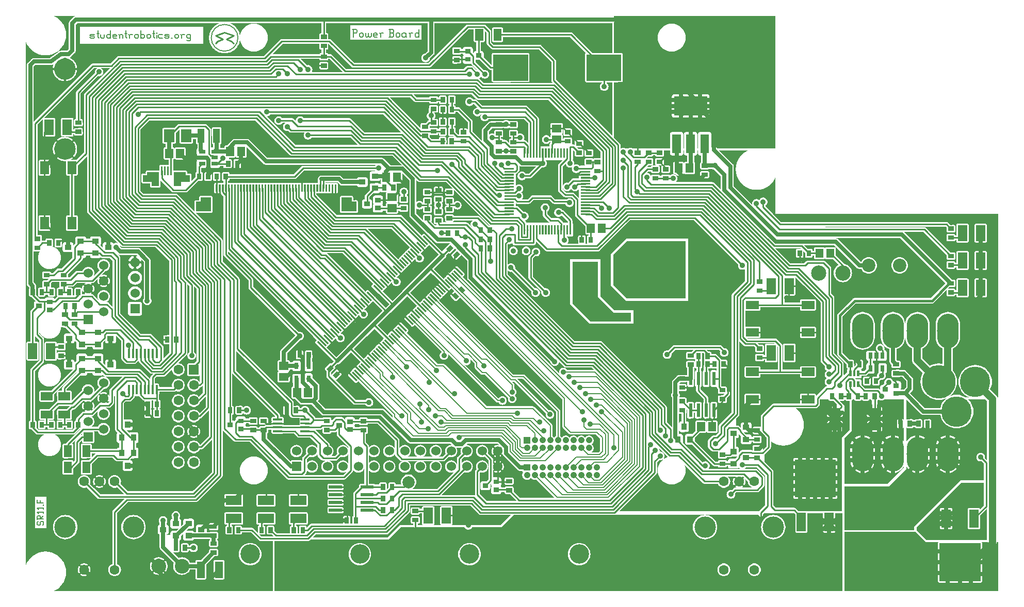
<source format=gbr>
G04 start of page 2 for group 0 idx 0 *
G04 Title: Power Board, component *
G04 Creator: pcb 1.99z *
G04 CreationDate: Thu 09 Sep 2010 23:06:34 GMT UTC *
G04 For: rbarlow *
G04 Format: Gerber/RS-274X *
G04 PCB-Dimensions: 653543 393701 *
G04 PCB-Coordinate-Origin: lower left *
%MOIN*%
%FSLAX25Y25*%
%LNFRONT*%
%ADD11C,0.0200*%
%ADD12C,0.0100*%
%ADD13C,0.0250*%
%ADD14C,0.0110*%
%ADD15C,0.0158*%
%ADD16C,0.0079*%
%ADD17C,0.0472*%
%ADD18C,0.0150*%
%ADD19C,0.0600*%
%ADD20C,0.0420*%
%ADD21C,0.0984*%
%ADD22C,0.0866*%
%ADD23C,0.1378*%
%ADD24C,0.1968*%
%ADD25C,0.2165*%
%ADD26C,0.1260*%
%ADD27C,0.1260*%
%ADD28C,0.0630*%
%ADD29C,0.0945*%
%ADD30C,0.0360*%
%ADD31C,0.0354*%
%ADD32R,0.0283X0.0283*%
%ADD33R,0.0118X0.0118*%
%ADD34R,0.0340X0.0340*%
%ADD35R,0.0315X0.0315*%
%ADD36R,0.0630X0.0630*%
%ADD37R,0.0290X0.0290*%
%ADD38R,0.0551X0.0551*%
%ADD39R,0.0600X0.0600*%
%ADD40R,0.0512X0.0512*%
%ADD41R,0.0433X0.0433*%
%ADD42R,0.0240X0.0240*%
%ADD43R,0.0690X0.0690*%
%ADD44R,0.0197X0.0197*%
%ADD45R,0.0433X0.0433*%
%ADD46R,0.0276X0.0276*%
%ADD47R,0.0130X0.0130*%
%ADD48R,0.2453X0.2453*%
%ADD49R,0.0709X0.0709*%
%ADD50R,0.0150X0.0150*%
%ADD51R,0.0200X0.0200*%
%ADD52C,0.0787*%
%ADD53R,0.0110X0.0110*%
%ADD54R,0.1693X0.1693*%
%ADD55R,0.0560X0.0560*%
%ADD56R,0.1220X0.1220*%
%ADD57C,0.1600*%
%ADD58C,0.0400*%
%ADD59C,0.0260*%
%ADD60C,0.0669*%
%ADD61C,0.1250*%
%ADD62C,0.0394*%
%ADD63C,0.1063*%
%ADD64C,0.1181*%
%ADD65C,0.0598*%
%ADD66C,0.0905*%
%ADD67C,0.1280*%
%ADD68C,0.0350*%
%ADD69C,0.0380*%
%ADD70C,0.0197*%
G54D11*G36*
X135586Y242914D02*X140626D01*
Y228741D01*
X140645Y228506D01*
X140699Y228277D01*
X140789Y228060D01*
X140912Y227859D01*
X141065Y227680D01*
X156693Y212052D01*
Y210236D01*
X151106D01*
Y212601D01*
X151105Y212618D01*
X151088Y212835D01*
X151033Y213064D01*
X150943Y213281D01*
X150820Y213482D01*
X150667Y213661D01*
X150660Y213667D01*
X140083Y224244D01*
Y237797D01*
X140082Y237814D01*
X140065Y238031D01*
X140010Y238260D01*
X139920Y238477D01*
X139797Y238678D01*
X139644Y238857D01*
X139637Y238863D01*
X135586Y242914D01*
G37*
G36*
X198436Y175995D02*X194882Y172441D01*
X192361Y174962D01*
X192427Y175120D01*
X192530Y175547D01*
X192564Y175985D01*
X192530Y176423D01*
X192427Y176850D01*
X192259Y177256D01*
X192029Y177631D01*
X191744Y177965D01*
X191410Y178250D01*
X191035Y178480D01*
X190629Y178648D01*
X190202Y178751D01*
X189764Y178785D01*
X189326Y178751D01*
X189159Y178711D01*
X159768Y208102D01*
Y212599D01*
X159750Y212833D01*
X159695Y213062D01*
X159605Y213279D01*
X159482Y213480D01*
X159329Y213659D01*
X159322Y213665D01*
X143625Y229362D01*
Y230806D01*
X198436Y175995D01*
G37*
G36*
X151050Y212992D02*X155753D01*
X156768Y211977D01*
Y207481D01*
X156786Y207246D01*
X156841Y207017D01*
X156931Y206800D01*
X157054Y206599D01*
X157207Y206420D01*
X157214Y206414D01*
X187038Y176590D01*
X186998Y176423D01*
X186996Y176399D01*
X177937Y167340D01*
X177708Y167072D01*
X177523Y166770D01*
X177388Y166444D01*
X177306Y166101D01*
X177278Y165749D01*
Y160243D01*
X176420Y160241D01*
X176267Y160204D01*
X176122Y160144D01*
X175988Y160062D01*
X175869Y159960D01*
X175767Y159841D01*
X175685Y159707D01*
X175625Y159562D01*
X175588Y159409D01*
X175576Y159253D01*
X175588Y153979D01*
X175625Y153826D01*
X175685Y153681D01*
X175767Y153547D01*
X175869Y153428D01*
X175988Y153326D01*
X176122Y153244D01*
X176267Y153184D01*
X176403Y153151D01*
X176267Y153118D01*
X176122Y153058D01*
X175988Y152976D01*
X175869Y152874D01*
X175767Y152755D01*
X175685Y152621D01*
X175625Y152476D01*
X175588Y152323D01*
X175576Y152167D01*
X175588Y146893D01*
X175625Y146740D01*
X175685Y146595D01*
X175767Y146461D01*
X175869Y146342D01*
X175988Y146240D01*
X176122Y146158D01*
X176267Y146098D01*
X176420Y146061D01*
X176576Y146049D01*
X182636Y146061D01*
X182789Y146098D01*
X182934Y146158D01*
X183068Y146240D01*
X183187Y146342D01*
X183289Y146461D01*
X183371Y146595D01*
X183431Y146740D01*
X183468Y146893D01*
X183480Y147049D01*
X183477Y148546D01*
X183502Y148587D01*
X183637Y148913D01*
X183719Y149256D01*
X183747Y149608D01*
X183719Y149960D01*
X183637Y150303D01*
X183502Y150629D01*
X183472Y150678D01*
X183468Y152323D01*
X183431Y152476D01*
X183371Y152621D01*
X183289Y152755D01*
X183187Y152874D01*
X183068Y152976D01*
X182934Y153058D01*
X182789Y153118D01*
X182653Y153151D01*
X182789Y153184D01*
X182934Y153244D01*
X183068Y153326D01*
X183187Y153428D01*
X183289Y153547D01*
X183371Y153681D01*
X183431Y153826D01*
X183468Y153979D01*
X183480Y154135D01*
X183479Y154444D01*
X185150D01*
Y154391D01*
X185205Y154162D01*
X185295Y153945D01*
X185418Y153744D01*
X185571Y153565D01*
X185750Y153412D01*
X185951Y153289D01*
X186168Y153199D01*
X186397Y153144D01*
X186632Y153126D01*
X188190Y153137D01*
Y151920D01*
X186397Y151908D01*
X186168Y151853D01*
X185951Y151763D01*
X185750Y151640D01*
X185571Y151487D01*
X185418Y151308D01*
X185295Y151107D01*
X185205Y150890D01*
X185150Y150661D01*
X185132Y150426D01*
X185150Y146191D01*
X185205Y145962D01*
X185295Y145745D01*
X185418Y145544D01*
X185571Y145365D01*
X185582Y145356D01*
Y143311D01*
X185475D01*
X185322Y143274D01*
X185177Y143214D01*
X185043Y143132D01*
X184924Y143030D01*
X184822Y142911D01*
X184740Y142777D01*
X184680Y142632D01*
X184643Y142479D01*
X184631Y142323D01*
X184637Y139371D01*
X180073D01*
X151106Y168338D01*
Y212601D01*
X151105Y212618D01*
X151088Y212835D01*
X151050Y212992D01*
G37*
G36*
X101894Y161497D02*Y168506D01*
X101876Y168740D01*
X101821Y168969D01*
X101731Y169186D01*
X101608Y169387D01*
X101455Y169566D01*
X101448Y169572D01*
X93981Y177039D01*
X93975Y177046D01*
X93796Y177199D01*
X93595Y177322D01*
X93378Y177412D01*
X93149Y177467D01*
X92915Y177485D01*
X87235D01*
X85923Y178797D01*
Y189139D01*
X86700Y189141D01*
X86929Y189196D01*
X87146Y189286D01*
X87347Y189409D01*
X87526Y189562D01*
X87679Y189741D01*
X87802Y189942D01*
X87892Y190159D01*
X87947Y190388D01*
X87965Y190623D01*
X87947Y196858D01*
X87892Y197087D01*
X87802Y197304D01*
X87679Y197505D01*
X87526Y197684D01*
X87347Y197837D01*
X87146Y197960D01*
X86929Y198050D01*
X86700Y198105D01*
X86465Y198123D01*
X85923Y198121D01*
Y199867D01*
X86110Y199982D01*
X86647Y200441D01*
X87106Y200978D01*
X87475Y201580D01*
X87745Y202232D01*
X87910Y202919D01*
X87965Y203623D01*
X87910Y204327D01*
X87745Y205014D01*
X87475Y205666D01*
X87106Y206268D01*
X86647Y206805D01*
X86110Y207264D01*
X85923Y207379D01*
Y209867D01*
X86110Y209982D01*
X86647Y210441D01*
X87106Y210978D01*
X87475Y211580D01*
X87745Y212232D01*
X87910Y212919D01*
X87965Y213623D01*
X87910Y214327D01*
X87745Y215014D01*
X87475Y215666D01*
X87106Y216268D01*
X86647Y216805D01*
X86110Y217264D01*
X85923Y217379D01*
Y219858D01*
X85981Y219893D01*
X86327Y220151D01*
X86646Y220442D01*
X86937Y220761D01*
X87195Y221107D01*
X87419Y221476D01*
X87607Y221865D01*
X87643Y221977D01*
X87663Y222093D01*
X87664Y222210D01*
X87646Y222327D01*
X87611Y222439D01*
X87559Y222544D01*
X87490Y222640D01*
X87408Y222724D01*
X87313Y222794D01*
X87209Y222848D01*
X87097Y222885D01*
X86981Y222905D01*
X86864Y222906D01*
X86747Y222888D01*
X86635Y222853D01*
X86530Y222801D01*
X86434Y222732D01*
X86350Y222650D01*
X86280Y222555D01*
X86226Y222451D01*
X86101Y222192D01*
X85952Y221946D01*
X85923Y221907D01*
Y225340D01*
X85952Y225301D01*
X86101Y225055D01*
X86226Y224796D01*
X86279Y224692D01*
X86349Y224597D01*
X86433Y224514D01*
X86529Y224446D01*
X86635Y224393D01*
X86747Y224358D01*
X86863Y224340D01*
X86981Y224341D01*
X87097Y224361D01*
X87209Y224398D01*
X87313Y224452D01*
X87408Y224522D01*
X87491Y224606D01*
X87559Y224702D01*
X87612Y224808D01*
X87647Y224920D01*
X87665Y225036D01*
X87664Y225154D01*
X87644Y225270D01*
X87621Y225340D01*
X89089Y223872D01*
Y200483D01*
X89074Y200465D01*
X88844Y200090D01*
X88676Y199684D01*
X88573Y199257D01*
X88539Y198819D01*
X88573Y198381D01*
X88676Y197954D01*
X88844Y197548D01*
X89074Y197173D01*
X89359Y196839D01*
X89693Y196554D01*
X90068Y196324D01*
X90474Y196156D01*
X90901Y196053D01*
X91339Y196019D01*
X91777Y196053D01*
X92204Y196156D01*
X92610Y196324D01*
X92985Y196554D01*
X93319Y196839D01*
X93604Y197173D01*
X93834Y197548D01*
X94002Y197954D01*
X94105Y198381D01*
X94139Y198819D01*
X94105Y199257D01*
X94002Y199684D01*
X93834Y200090D01*
X93604Y200465D01*
X93589Y200483D01*
Y224803D01*
X93563Y225128D01*
X93561Y225156D01*
X93541Y225238D01*
X93479Y225498D01*
X93344Y225824D01*
X93159Y226126D01*
X92930Y226394D01*
X92923Y226400D01*
X87030Y232293D01*
X87024Y232300D01*
X86756Y232529D01*
X86454Y232714D01*
X86128Y232849D01*
X85923Y232898D01*
Y233541D01*
X96623D01*
X105587Y224577D01*
Y176507D01*
X105586D01*
X102600Y176495D01*
X102450Y176459D01*
X102307Y176400D01*
X102176Y176319D01*
X102058Y176219D01*
X101958Y176101D01*
X101877Y175970D01*
X101818Y175827D01*
X101782Y175677D01*
X101770Y175523D01*
X101782Y171569D01*
X101818Y171419D01*
X101877Y171276D01*
X101958Y171145D01*
X102058Y171027D01*
X102176Y170927D01*
X102307Y170846D01*
X102450Y170787D01*
X102600Y170751D01*
X102754Y170739D01*
X105587Y170750D01*
Y165190D01*
X101894Y161497D01*
G37*
G36*
X85923Y232898D02*X85868Y232911D01*
X85786Y232931D01*
X85758Y232933D01*
X85433Y232959D01*
X83465D01*
Y233541D01*
X85923D01*
Y232898D01*
G37*
G36*
Y217379D02*X85508Y217633D01*
X84856Y217903D01*
X84169Y218068D01*
X83465Y218123D01*
Y228459D01*
X84502D01*
X85182Y227779D01*
X85111Y227802D01*
X84995Y227822D01*
X84878Y227823D01*
X84761Y227805D01*
X84649Y227770D01*
X84544Y227718D01*
X84448Y227649D01*
X84364Y227567D01*
X84294Y227472D01*
X84240Y227368D01*
X84203Y227256D01*
X84183Y227140D01*
X84182Y227023D01*
X84200Y226906D01*
X84235Y226794D01*
X84287Y226689D01*
X84356Y226593D01*
X84438Y226509D01*
X84533Y226439D01*
X84637Y226385D01*
X84896Y226260D01*
X85142Y226111D01*
X85373Y225938D01*
X85586Y225745D01*
X85779Y225532D01*
X85923Y225340D01*
Y221907D01*
X85779Y221715D01*
X85586Y221502D01*
X85373Y221309D01*
X85142Y221136D01*
X84896Y220987D01*
X84637Y220862D01*
X84533Y220809D01*
X84438Y220739D01*
X84355Y220655D01*
X84287Y220559D01*
X84234Y220453D01*
X84199Y220341D01*
X84181Y220225D01*
X84182Y220107D01*
X84202Y219991D01*
X84239Y219879D01*
X84293Y219775D01*
X84363Y219680D01*
X84447Y219597D01*
X84543Y219529D01*
X84649Y219476D01*
X84761Y219441D01*
X84877Y219423D01*
X84995Y219424D01*
X85111Y219444D01*
X85223Y219481D01*
X85612Y219669D01*
X85923Y219858D01*
Y217379D01*
G37*
G36*
Y207379D02*X85508Y207633D01*
X84856Y207903D01*
X84169Y208068D01*
X83465Y208123D01*
Y209123D01*
X84169Y209178D01*
X84856Y209343D01*
X85508Y209613D01*
X85923Y209867D01*
Y207379D01*
G37*
G36*
Y198121D02*X83465Y198114D01*
Y199123D01*
X84169Y199178D01*
X84856Y199343D01*
X85508Y199613D01*
X85923Y199867D01*
Y198121D01*
G37*
G36*
Y178797D02*X83465Y181255D01*
Y189132D01*
X85923Y189139D01*
Y178797D01*
G37*
G36*
X83465Y232959D02*X74947D01*
X74028Y233878D01*
X74026Y233903D01*
X73923Y234330D01*
X73755Y234736D01*
X73723Y234788D01*
X74524Y233987D01*
X74530Y233980D01*
X74709Y233827D01*
X74910Y233704D01*
X75127Y233614D01*
X75356Y233559D01*
X75591Y233541D01*
X83465D01*
Y232959D01*
G37*
G36*
X81007Y199867D02*X81422Y199613D01*
X82074Y199343D01*
X82761Y199178D01*
X83465Y199123D01*
Y198114D01*
X81007Y198107D01*
Y199867D01*
G37*
G36*
Y209867D02*X81422Y209613D01*
X82074Y209343D01*
X82761Y209178D01*
X83465Y209123D01*
Y208123D01*
X82761Y208068D01*
X82074Y207903D01*
X81422Y207633D01*
X81007Y207379D01*
Y209867D01*
G37*
G36*
Y228459D02*X83465D01*
Y218123D01*
X82761Y218068D01*
X82074Y217903D01*
X81422Y217633D01*
X81007Y217379D01*
Y219857D01*
X81317Y219669D01*
X81706Y219481D01*
X81818Y219445D01*
X81934Y219425D01*
X82051Y219424D01*
X82168Y219442D01*
X82280Y219477D01*
X82385Y219529D01*
X82481Y219598D01*
X82565Y219680D01*
X82635Y219775D01*
X82689Y219879D01*
X82726Y219991D01*
X82746Y220107D01*
X82747Y220224D01*
X82729Y220341D01*
X82694Y220453D01*
X82642Y220558D01*
X82573Y220654D01*
X82491Y220738D01*
X82396Y220808D01*
X82292Y220862D01*
X82033Y220987D01*
X81787Y221136D01*
X81556Y221309D01*
X81343Y221502D01*
X81150Y221715D01*
X81007Y221906D01*
Y225341D01*
X81150Y225532D01*
X81343Y225745D01*
X81556Y225938D01*
X81787Y226111D01*
X82033Y226260D01*
X82292Y226385D01*
X82396Y226438D01*
X82491Y226508D01*
X82574Y226592D01*
X82642Y226688D01*
X82695Y226794D01*
X82730Y226906D01*
X82748Y227022D01*
X82747Y227140D01*
X82727Y227256D01*
X82690Y227368D01*
X82636Y227472D01*
X82566Y227567D01*
X82482Y227650D01*
X82386Y227718D01*
X82280Y227771D01*
X82168Y227806D01*
X82052Y227824D01*
X81934Y227823D01*
X81818Y227803D01*
X81706Y227766D01*
X81317Y227578D01*
X81007Y227390D01*
Y228459D01*
G37*
G36*
X83465Y181255D02*X81007Y183713D01*
Y189125D01*
X83465Y189132D01*
Y181255D01*
G37*
G36*
X81007Y183713D02*X73942Y190779D01*
Y226774D01*
X73924Y227008D01*
X73869Y227237D01*
X73779Y227454D01*
X73656Y227655D01*
X73503Y227834D01*
X73496Y227840D01*
X70578Y230758D01*
X70822Y230699D01*
X70847Y230697D01*
X72419Y229125D01*
X72425Y229118D01*
X72693Y228889D01*
X72995Y228704D01*
X73321Y228569D01*
X73664Y228487D01*
X74016Y228459D01*
X81007D01*
Y227390D01*
X80948Y227354D01*
X80602Y227096D01*
X80283Y226805D01*
X79992Y226486D01*
X79734Y226140D01*
X79510Y225771D01*
X79322Y225382D01*
X79286Y225270D01*
X79266Y225154D01*
X79265Y225037D01*
X79283Y224920D01*
X79318Y224808D01*
X79370Y224703D01*
X79439Y224607D01*
X79521Y224523D01*
X79616Y224453D01*
X79720Y224399D01*
X79832Y224362D01*
X79948Y224342D01*
X80065Y224341D01*
X80182Y224359D01*
X80294Y224394D01*
X80399Y224446D01*
X80495Y224515D01*
X80579Y224597D01*
X80649Y224692D01*
X80703Y224796D01*
X80828Y225055D01*
X80977Y225301D01*
X81007Y225341D01*
Y221906D01*
X80977Y221946D01*
X80828Y222192D01*
X80703Y222451D01*
X80650Y222555D01*
X80580Y222650D01*
X80496Y222733D01*
X80400Y222801D01*
X80294Y222854D01*
X80182Y222889D01*
X80066Y222907D01*
X79948Y222906D01*
X79832Y222886D01*
X79720Y222849D01*
X79616Y222795D01*
X79521Y222725D01*
X79438Y222641D01*
X79370Y222545D01*
X79317Y222439D01*
X79282Y222327D01*
X79264Y222211D01*
X79265Y222093D01*
X79285Y221977D01*
X79322Y221865D01*
X79510Y221476D01*
X79734Y221107D01*
X79992Y220761D01*
X80283Y220442D01*
X80602Y220151D01*
X80948Y219893D01*
X81007Y219857D01*
Y217379D01*
X80820Y217264D01*
X80283Y216805D01*
X79824Y216268D01*
X79455Y215666D01*
X79185Y215014D01*
X79020Y214327D01*
X78965Y213623D01*
X79020Y212919D01*
X79185Y212232D01*
X79455Y211580D01*
X79824Y210978D01*
X80283Y210441D01*
X80820Y209982D01*
X81007Y209867D01*
Y207379D01*
X80820Y207264D01*
X80283Y206805D01*
X79824Y206268D01*
X79455Y205666D01*
X79185Y205014D01*
X79020Y204327D01*
X78965Y203623D01*
X79020Y202919D01*
X79185Y202232D01*
X79455Y201580D01*
X79824Y200978D01*
X80283Y200441D01*
X80820Y199982D01*
X81007Y199867D01*
Y198107D01*
X80230Y198105D01*
X80001Y198050D01*
X79784Y197960D01*
X79583Y197837D01*
X79404Y197684D01*
X79251Y197505D01*
X79128Y197304D01*
X79038Y197087D01*
X78983Y196858D01*
X78965Y196623D01*
X78983Y190388D01*
X79038Y190159D01*
X79128Y189942D01*
X79251Y189741D01*
X79404Y189562D01*
X79583Y189409D01*
X79784Y189286D01*
X80001Y189196D01*
X80230Y189141D01*
X80465Y189123D01*
X81007Y189125D01*
Y183713D01*
G37*
G36*
X124724Y136689D02*X124342Y137137D01*
X123849Y137558D01*
X123296Y137897D01*
X122696Y138146D01*
X122066Y138297D01*
X121419Y138348D01*
X120772Y138297D01*
X120142Y138146D01*
X119542Y137897D01*
X118989Y137558D01*
X118496Y137137D01*
X118075Y136644D01*
X117736Y136091D01*
X117487Y135491D01*
X117336Y134861D01*
X117285Y134214D01*
X117336Y133567D01*
X117487Y132937D01*
X117736Y132337D01*
X118075Y131784D01*
X118496Y131291D01*
X118716Y131103D01*
X114122D01*
X114342Y131291D01*
X114763Y131784D01*
X115102Y132337D01*
X115351Y132937D01*
X115502Y133567D01*
X115553Y134214D01*
X115502Y134861D01*
X115351Y135491D01*
X115102Y136091D01*
X114763Y136644D01*
X114342Y137137D01*
X113849Y137558D01*
X113296Y137897D01*
X112696Y138146D01*
X112066Y138297D01*
X111419Y138348D01*
X110772Y138297D01*
X110142Y138146D01*
X109542Y137897D01*
X108989Y137558D01*
X108496Y137137D01*
X108075Y136644D01*
X107736Y136091D01*
X107487Y135491D01*
X107336Y134861D01*
X107285Y134214D01*
X107336Y133567D01*
X107487Y132937D01*
X107736Y132337D01*
X108075Y131784D01*
X108496Y131291D01*
X108716Y131103D01*
X100035D01*
X100026Y133944D01*
X99990Y134094D01*
X99931Y134237D01*
X99850Y134368D01*
X99750Y134486D01*
X99632Y134586D01*
X99501Y134667D01*
X99358Y134726D01*
X99208Y134762D01*
X99054Y134774D01*
X98940D01*
Y137893D01*
X98967Y137937D01*
X99026Y138080D01*
X99062Y138230D01*
X99074Y138384D01*
X99071Y139837D01*
X108542D01*
X108777Y139855D01*
X109006Y139910D01*
X109223Y140000D01*
X109424Y140123D01*
X109603Y140276D01*
X109615Y140290D01*
X109764Y140439D01*
X110142Y140282D01*
X110772Y140131D01*
X111419Y140080D01*
X112066Y140131D01*
X112696Y140282D01*
X113296Y140531D01*
X113849Y140870D01*
X114342Y141291D01*
X114763Y141784D01*
X115102Y142337D01*
X115351Y142937D01*
X115502Y143567D01*
X115553Y144214D01*
X115502Y144861D01*
X115351Y145491D01*
X115102Y146091D01*
X114763Y146644D01*
X114342Y147137D01*
X113849Y147558D01*
X113296Y147897D01*
X112696Y148146D01*
X112066Y148297D01*
X111419Y148348D01*
X110772Y148297D01*
X110142Y148146D01*
X109542Y147897D01*
X108989Y147558D01*
X108496Y147137D01*
X108075Y146644D01*
X107736Y146091D01*
X107487Y145491D01*
X107336Y144861D01*
X107285Y144214D01*
X107336Y143567D01*
X107487Y142937D01*
X107528Y142837D01*
X99065D01*
X99062Y144444D01*
X99026Y144594D01*
X98967Y144737D01*
X98886Y144868D01*
X98786Y144986D01*
X98668Y145086D01*
X98537Y145167D01*
X98394Y145226D01*
X98244Y145262D01*
X98090Y145274D01*
X96636Y145262D01*
X96486Y145226D01*
X96381Y145183D01*
Y148592D01*
X97471Y149681D01*
X101969D01*
X102204Y149699D01*
X102433Y149754D01*
X102650Y149844D01*
X102851Y149967D01*
X103030Y150120D01*
X103042Y150134D01*
X107299Y154392D01*
X107285Y154214D01*
X107336Y153567D01*
X107487Y152937D01*
X107736Y152337D01*
X108075Y151784D01*
X108496Y151291D01*
X108989Y150870D01*
X109542Y150531D01*
X110142Y150282D01*
X110772Y150131D01*
X111419Y150080D01*
X112066Y150131D01*
X112696Y150282D01*
X113296Y150531D01*
X113849Y150870D01*
X114342Y151291D01*
X114763Y151784D01*
X115102Y152337D01*
X115351Y152937D01*
X115502Y153567D01*
X115553Y154214D01*
X115502Y154861D01*
X115351Y155491D01*
X115102Y156091D01*
X114763Y156644D01*
X114342Y157137D01*
X113849Y157558D01*
X113296Y157897D01*
X112696Y158146D01*
X112066Y158297D01*
X111419Y158348D01*
X111241Y158334D01*
X116795Y163888D01*
X116809Y163900D01*
X116962Y164079D01*
X117085Y164280D01*
X117175Y164497D01*
X117230Y164726D01*
X117248Y164961D01*
Y209751D01*
X117261Y209753D01*
X118579Y208435D01*
Y165741D01*
X118433Y165651D01*
X118099Y165366D01*
X117814Y165032D01*
X117584Y164657D01*
X117416Y164251D01*
X117313Y163824D01*
X117279Y163386D01*
X117313Y162948D01*
X117416Y162521D01*
X117584Y162115D01*
X117814Y161740D01*
X118099Y161406D01*
X118433Y161121D01*
X118808Y160891D01*
X119214Y160723D01*
X119641Y160620D01*
X120079Y160586D01*
X120517Y160620D01*
X120944Y160723D01*
X121350Y160891D01*
X121725Y161121D01*
X122059Y161406D01*
X122344Y161740D01*
X122574Y162115D01*
X122742Y162521D01*
X122845Y162948D01*
X122879Y163386D01*
X122845Y163824D01*
X122742Y164251D01*
X122574Y164657D01*
X122344Y165032D01*
X122059Y165366D01*
X121725Y165651D01*
X121579Y165741D01*
Y208190D01*
X123303Y206466D01*
Y160071D01*
X121574Y158342D01*
X118115Y158336D01*
X117965Y158300D01*
X117822Y158241D01*
X117691Y158160D01*
X117573Y158060D01*
X117473Y157942D01*
X117392Y157811D01*
X117333Y157668D01*
X117297Y157518D01*
X117285Y157364D01*
X117297Y150910D01*
X117333Y150760D01*
X117392Y150617D01*
X117473Y150486D01*
X117573Y150368D01*
X117691Y150268D01*
X117822Y150187D01*
X117965Y150128D01*
X118115Y150092D01*
X118269Y150080D01*
X124723Y150092D01*
X124873Y150128D01*
X125016Y150187D01*
X125147Y150268D01*
X125265Y150368D01*
X125272Y150376D01*
Y146292D01*
X125090Y146110D01*
X124763Y146644D01*
X124342Y147137D01*
X123849Y147558D01*
X123296Y147897D01*
X122696Y148146D01*
X122066Y148297D01*
X121419Y148348D01*
X120772Y148297D01*
X120142Y148146D01*
X119542Y147897D01*
X118989Y147558D01*
X118496Y147137D01*
X118075Y146644D01*
X117736Y146091D01*
X117487Y145491D01*
X117336Y144861D01*
X117285Y144214D01*
X117336Y143567D01*
X117487Y142937D01*
X117736Y142337D01*
X118075Y141784D01*
X118496Y141291D01*
X118989Y140870D01*
X119542Y140531D01*
X120142Y140282D01*
X120772Y140131D01*
X121419Y140080D01*
X122066Y140131D01*
X122696Y140282D01*
X123296Y140531D01*
X123849Y140870D01*
X124342Y141291D01*
X124763Y141784D01*
X125102Y142337D01*
X125258Y142714D01*
X125316D01*
X125551Y142732D01*
X125780Y142787D01*
X125997Y142877D01*
X126198Y143000D01*
X126377Y143153D01*
X126389Y143167D01*
X127240Y144018D01*
Y139205D01*
X124724Y136689D01*
G37*
G36*
X148745Y153771D02*Y166457D01*
X169685Y145517D01*
Y132831D01*
X148745Y153771D01*
G37*
G36*
X166536Y131738D02*X174016Y124258D01*
Y123673D01*
X172484Y123670D01*
X172334Y123634D01*
X172191Y123575D01*
X172060Y123494D01*
X171942Y123394D01*
X171842Y123276D01*
X171761Y123145D01*
X171702Y123002D01*
X171666Y122852D01*
X171654Y122698D01*
X171666Y121244D01*
X171702Y121094D01*
X171761Y120951D01*
X171842Y120820D01*
X171886Y120769D01*
X171842Y120717D01*
X171761Y120586D01*
X171702Y120443D01*
X171666Y120293D01*
X171654Y120139D01*
X171666Y118685D01*
X171702Y118535D01*
X171745Y118431D01*
X168273D01*
X168038Y118413D01*
X167809Y118358D01*
X167592Y118268D01*
X167391Y118145D01*
X167212Y117992D01*
X166809Y117589D01*
X166536Y117588D01*
Y118634D01*
X168590Y118640D01*
X168740Y118676D01*
X168883Y118735D01*
X169014Y118816D01*
X169132Y118916D01*
X169232Y119034D01*
X169313Y119165D01*
X169372Y119308D01*
X169408Y119458D01*
X169420Y119612D01*
X169408Y122598D01*
X169372Y122748D01*
X169313Y122891D01*
X169232Y123022D01*
X169132Y123140D01*
X169014Y123240D01*
X168883Y123321D01*
X168740Y123380D01*
X168590Y123416D01*
X168436Y123428D01*
X166536Y123422D01*
Y131738D01*
G37*
G36*
X153314Y144960D02*X166536Y131738D01*
Y123422D01*
X164482Y123416D01*
X164332Y123380D01*
X164189Y123321D01*
X164058Y123240D01*
X163940Y123140D01*
X163840Y123022D01*
X163759Y122891D01*
X163700Y122748D01*
X163664Y122598D01*
X163652Y122444D01*
X163664Y119458D01*
X163700Y119308D01*
X163759Y119165D01*
X163840Y119034D01*
X163940Y118916D01*
X164058Y118816D01*
X164189Y118735D01*
X164332Y118676D01*
X164482Y118640D01*
X164636Y118628D01*
X166536Y118634D01*
Y117588D01*
X164482Y117582D01*
X164332Y117546D01*
X164189Y117487D01*
X164058Y117406D01*
X163940Y117306D01*
X163840Y117188D01*
X163759Y117057D01*
X163700Y116914D01*
X163664Y116764D01*
X163659Y116694D01*
X162715D01*
Y116764D01*
X162679Y116914D01*
X162620Y117057D01*
X162539Y117188D01*
X162439Y117306D01*
X162321Y117406D01*
X162190Y117487D01*
X162047Y117546D01*
X161897Y117582D01*
X161743Y117594D01*
X157789Y117582D01*
X157639Y117546D01*
X157496Y117487D01*
X157365Y117406D01*
X157364Y117405D01*
X155115D01*
X155114Y117590D01*
X155059Y117819D01*
X154969Y118036D01*
X154846Y118237D01*
X154693Y118416D01*
X154647Y118455D01*
X154693Y118494D01*
X154846Y118673D01*
X154969Y118874D01*
X155059Y119091D01*
X155114Y119320D01*
X155128Y119505D01*
X156971D01*
Y119458D01*
X157007Y119308D01*
X157066Y119165D01*
X157147Y119034D01*
X157247Y118916D01*
X157365Y118816D01*
X157496Y118735D01*
X157639Y118676D01*
X157789Y118640D01*
X157943Y118628D01*
X161897Y118640D01*
X162047Y118676D01*
X162190Y118735D01*
X162321Y118816D01*
X162439Y118916D01*
X162539Y119034D01*
X162620Y119165D01*
X162679Y119308D01*
X162715Y119458D01*
X162727Y119612D01*
X162715Y122598D01*
X162679Y122748D01*
X162620Y122891D01*
X162539Y123022D01*
X162439Y123140D01*
X162321Y123240D01*
X162190Y123321D01*
X162047Y123380D01*
X161897Y123416D01*
X161743Y123428D01*
X157789Y123416D01*
X157639Y123380D01*
X157496Y123321D01*
X157365Y123240D01*
X157247Y123140D01*
X157147Y123022D01*
X157066Y122891D01*
X157007Y122748D01*
X156971Y122598D01*
X156964Y122505D01*
X155115D01*
X155114Y122690D01*
X155059Y122919D01*
X154969Y123136D01*
X154846Y123337D01*
X154693Y123516D01*
X154514Y123669D01*
X154313Y123792D01*
X154096Y123882D01*
X153867Y123937D01*
X153632Y123955D01*
X153314Y123953D01*
Y126228D01*
X153532Y125973D01*
X153866Y125688D01*
X154241Y125458D01*
X154647Y125290D01*
X155074Y125187D01*
X155512Y125153D01*
X155950Y125187D01*
X156377Y125290D01*
X156783Y125458D01*
X157158Y125688D01*
X157492Y125973D01*
X157777Y126307D01*
X158007Y126682D01*
X158175Y127088D01*
X158278Y127515D01*
X158312Y127953D01*
X158278Y128391D01*
X158175Y128818D01*
X158007Y129224D01*
X157777Y129599D01*
X157492Y129933D01*
X157158Y130218D01*
X156783Y130448D01*
X156377Y130616D01*
X155950Y130719D01*
X155512Y130753D01*
X155074Y130719D01*
X154647Y130616D01*
X154241Y130448D01*
X153866Y130218D01*
X153532Y129933D01*
X153314Y129678D01*
Y144960D01*
G37*
G36*
X146382Y121454D02*Y125081D01*
X146452D01*
X146602Y125117D01*
X146745Y125176D01*
X146876Y125257D01*
X146994Y125357D01*
X147094Y125475D01*
X147175Y125606D01*
X147234Y125749D01*
X147270Y125899D01*
X147282Y126053D01*
X147270Y130007D01*
X147234Y130157D01*
X147175Y130300D01*
X147094Y130431D01*
X146994Y130549D01*
X146876Y130649D01*
X146745Y130730D01*
X146602Y130789D01*
X146452Y130825D01*
X146382Y130830D01*
Y151892D01*
X153314Y144960D01*
Y129678D01*
X153247Y129599D01*
X153157Y129453D01*
X153106D01*
X153104Y130007D01*
X153068Y130157D01*
X153009Y130300D01*
X152928Y130431D01*
X152828Y130549D01*
X152710Y130649D01*
X152579Y130730D01*
X152436Y130789D01*
X152286Y130825D01*
X152132Y130837D01*
X149146Y130825D01*
X148996Y130789D01*
X148853Y130730D01*
X148722Y130649D01*
X148604Y130549D01*
X148504Y130431D01*
X148423Y130300D01*
X148364Y130157D01*
X148328Y130007D01*
X148316Y129853D01*
X148328Y125899D01*
X148364Y125749D01*
X148423Y125606D01*
X148504Y125475D01*
X148604Y125357D01*
X148722Y125257D01*
X148853Y125176D01*
X148996Y125117D01*
X149146Y125081D01*
X149300Y125069D01*
X152286Y125081D01*
X152436Y125117D01*
X152579Y125176D01*
X152710Y125257D01*
X152828Y125357D01*
X152928Y125475D01*
X153009Y125606D01*
X153068Y125749D01*
X153104Y125899D01*
X153116Y126053D01*
X153115Y126453D01*
X153157D01*
X153247Y126307D01*
X153314Y126228D01*
Y123953D01*
X149897Y123937D01*
X149668Y123882D01*
X149451Y123792D01*
X149250Y123669D01*
X149071Y123516D01*
X148918Y123337D01*
X148795Y123136D01*
X148705Y122919D01*
X148650Y122690D01*
X148632Y122455D01*
X148635Y122017D01*
X147661Y121043D01*
X147514Y121169D01*
X147313Y121292D01*
X147096Y121382D01*
X146867Y121437D01*
X146632Y121455D01*
X146382Y121454D01*
G37*
G36*
X134252Y79376D02*X139630Y84754D01*
X139644Y84766D01*
X139797Y84945D01*
X139920Y85146D01*
X140010Y85363D01*
X140065Y85592D01*
X140083Y85827D01*
Y88189D01*
X142126D01*
Y73628D01*
X141970D01*
X141817Y73591D01*
X141672Y73531D01*
X141538Y73449D01*
X141419Y73347D01*
X141317Y73228D01*
X141235Y73094D01*
X141175Y72949D01*
X141138Y72796D01*
X141126Y72640D01*
X141138Y66484D01*
X141175Y66331D01*
X141235Y66186D01*
X141317Y66052D01*
X141419Y65933D01*
X141538Y65831D01*
X141672Y65749D01*
X141817Y65689D01*
X141970Y65652D01*
X142126Y65640D01*
Y61908D01*
X141970D01*
X141817Y61871D01*
X141672Y61811D01*
X141538Y61729D01*
X141419Y61627D01*
X141317Y61508D01*
X141235Y61374D01*
X141175Y61229D01*
X141138Y61076D01*
X141126Y60920D01*
X141138Y54764D01*
X141175Y54611D01*
X141235Y54466D01*
X141317Y54332D01*
X141419Y54213D01*
X141538Y54111D01*
X141672Y54029D01*
X141817Y53969D01*
X141970Y53932D01*
X142126Y53920D01*
Y52885D01*
X142115Y52872D01*
X142034Y52741D01*
X141975Y52598D01*
X141939Y52448D01*
X141927Y52294D01*
X141939Y48340D01*
X141975Y48190D01*
X142034Y48047D01*
X142115Y47916D01*
X142126Y47903D01*
Y47244D01*
X137129D01*
X137124Y48421D01*
X137088Y48571D01*
X137029Y48714D01*
X136948Y48845D01*
X136848Y48963D01*
X136730Y49063D01*
X136599Y49144D01*
X136456Y49203D01*
X136306Y49239D01*
X136152Y49251D01*
X134252Y49245D01*
Y50291D01*
X136306Y50297D01*
X136456Y50333D01*
X136599Y50392D01*
X136730Y50473D01*
X136848Y50573D01*
X136948Y50691D01*
X137029Y50822D01*
X137088Y50965D01*
X137124Y51115D01*
X137136Y51269D01*
X137124Y54255D01*
X137088Y54405D01*
X137029Y54548D01*
X136948Y54679D01*
X136848Y54797D01*
X136730Y54897D01*
X136599Y54978D01*
X136456Y55037D01*
X136306Y55073D01*
X136152Y55085D01*
X134252Y55079D01*
Y79376D01*
G37*
G36*
X123908Y69032D02*X134252Y79376D01*
Y55079D01*
X132198Y55073D01*
X132048Y55037D01*
X131905Y54978D01*
X131774Y54897D01*
X131656Y54797D01*
X131556Y54679D01*
X131475Y54548D01*
X131416Y54405D01*
X131380Y54255D01*
X131368Y54101D01*
X131380Y51115D01*
X131416Y50965D01*
X131475Y50822D01*
X131556Y50691D01*
X131656Y50573D01*
X131774Y50473D01*
X131905Y50392D01*
X132048Y50333D01*
X132198Y50297D01*
X132352Y50285D01*
X134252Y50291D01*
Y49245D01*
X132198Y49239D01*
X132048Y49203D01*
X131905Y49144D01*
X131835Y49101D01*
X129810D01*
X129792Y52686D01*
X129737Y52915D01*
X129647Y53132D01*
X129524Y53333D01*
X129371Y53512D01*
X129192Y53665D01*
X128991Y53788D01*
X128774Y53878D01*
X128545Y53933D01*
X128310Y53951D01*
X124075Y53933D01*
X123846Y53878D01*
X123629Y53788D01*
X123428Y53665D01*
X123249Y53512D01*
X123096Y53333D01*
X122973Y53132D01*
X122883Y52915D01*
X122828Y52686D01*
X122810Y52451D01*
X122827Y49101D01*
X121501D01*
X121447Y49232D01*
X121324Y49433D01*
X121171Y49612D01*
X120992Y49765D01*
X120791Y49888D01*
X120574Y49978D01*
X120345Y50033D01*
X120110Y50051D01*
X116675Y50036D01*
X118098Y51459D01*
X120345Y51469D01*
X120574Y51524D01*
X120791Y51614D01*
X120992Y51737D01*
X121171Y51890D01*
X121324Y52069D01*
X121447Y52270D01*
X121537Y52487D01*
X121592Y52716D01*
X121610Y52951D01*
X121592Y56586D01*
X121537Y56815D01*
X121447Y57032D01*
X121324Y57233D01*
X121171Y57412D01*
X120992Y57565D01*
X120791Y57688D01*
X120574Y57778D01*
X120345Y57833D01*
X120110Y57851D01*
X115875Y57833D01*
X115646Y57778D01*
X115429Y57688D01*
X115228Y57565D01*
X115049Y57412D01*
X114896Y57233D01*
X114773Y57032D01*
X114683Y56815D01*
X114628Y56586D01*
X114610Y56351D01*
X114620Y54343D01*
X113342Y53065D01*
X113325Y56586D01*
X113270Y56815D01*
X113180Y57032D01*
X113057Y57233D01*
X112904Y57412D01*
X112725Y57565D01*
X112524Y57688D01*
X112307Y57778D01*
X112093Y57829D01*
Y58179D01*
X112108Y58197D01*
X112338Y58572D01*
X112506Y58978D01*
X112609Y59405D01*
X112643Y59843D01*
X112609Y60281D01*
X112506Y60708D01*
X112338Y61114D01*
X112108Y61489D01*
X111823Y61823D01*
X111489Y62108D01*
X111114Y62338D01*
X110708Y62506D01*
X110281Y62609D01*
X109843Y62643D01*
X109405Y62609D01*
X108978Y62506D01*
X108572Y62338D01*
X108197Y62108D01*
X107863Y61823D01*
X107578Y61489D01*
X107348Y61114D01*
X107180Y60708D01*
X107077Y60281D01*
X107043Y59843D01*
X107077Y59405D01*
X107180Y58978D01*
X107348Y58572D01*
X107578Y58197D01*
X107593Y58179D01*
Y57829D01*
X107379Y57778D01*
X107162Y57688D01*
X106961Y57565D01*
X106782Y57412D01*
X106629Y57233D01*
X106506Y57032D01*
X106416Y56815D01*
X106361Y56586D01*
X106343Y56351D01*
X106361Y52716D01*
X106416Y52487D01*
X106506Y52270D01*
X106629Y52069D01*
X106782Y51890D01*
X106961Y51737D01*
X107162Y51614D01*
X107379Y51524D01*
X107608Y51469D01*
X107843Y51451D01*
X111745Y51468D01*
X110322Y50045D01*
X107608Y50033D01*
X107379Y49978D01*
X107162Y49888D01*
X106961Y49765D01*
X106782Y49612D01*
X106629Y49433D01*
X106506Y49232D01*
X106416Y49015D01*
X106361Y48786D01*
X106343Y48551D01*
X106349Y47244D01*
X103893D01*
Y47573D01*
X104107Y47624D01*
X104324Y47714D01*
X104525Y47837D01*
X104704Y47990D01*
X104857Y48169D01*
X104980Y48370D01*
X105070Y48587D01*
X105125Y48816D01*
X105143Y49051D01*
X105125Y52686D01*
X105070Y52915D01*
X104980Y53132D01*
X104857Y53333D01*
X104704Y53512D01*
X104525Y53665D01*
X104324Y53788D01*
X104107Y53878D01*
X103893Y53929D01*
Y55133D01*
X104070Y55422D01*
X104238Y55828D01*
X104341Y56255D01*
X104375Y56693D01*
X104341Y57131D01*
X104238Y57558D01*
X104070Y57964D01*
X103840Y58339D01*
X103555Y58673D01*
X103221Y58958D01*
X102846Y59188D01*
X102440Y59356D01*
X102013Y59459D01*
X101575Y59493D01*
X101137Y59459D01*
X100710Y59356D01*
X100304Y59188D01*
X99929Y58958D01*
X99595Y58673D01*
X99310Y58339D01*
X99080Y57964D01*
X98912Y57558D01*
X98809Y57131D01*
X98775Y56693D01*
X98809Y56255D01*
X98912Y55828D01*
X99080Y55422D01*
X99310Y55047D01*
X99393Y54950D01*
Y53929D01*
X99179Y53878D01*
X98962Y53788D01*
X98761Y53665D01*
X98582Y53512D01*
X98429Y53333D01*
X98306Y53132D01*
X98216Y52915D01*
X98161Y52686D01*
X98143Y52451D01*
X98161Y48816D01*
X98216Y48587D01*
X98306Y48370D01*
X98429Y48169D01*
X98582Y47990D01*
X98761Y47837D01*
X98962Y47714D01*
X99179Y47624D01*
X99393Y47573D01*
Y47244D01*
X88433D01*
X88852Y47735D01*
X89498Y48788D01*
X89971Y49930D01*
X90259Y51131D01*
X90356Y52363D01*
X90259Y53595D01*
X89971Y54796D01*
X89498Y55938D01*
X88852Y56991D01*
X88050Y57931D01*
X87110Y58733D01*
X86057Y59379D01*
X84915Y59852D01*
X83714Y60140D01*
X82482Y60237D01*
X81250Y60140D01*
X80049Y59852D01*
X78907Y59379D01*
X77854Y58733D01*
X76914Y57931D01*
X76112Y56991D01*
X75466Y55938D01*
X74993Y54796D01*
X74705Y53595D01*
X74608Y52363D01*
X74705Y51131D01*
X74993Y49930D01*
X75466Y48788D01*
X76112Y47735D01*
X76531Y47244D01*
X71778D01*
Y61390D01*
X78967Y68579D01*
X122835D01*
X123070Y68597D01*
X123299Y68652D01*
X123516Y68742D01*
X123717Y68865D01*
X123896Y69018D01*
X123908Y69032D01*
G37*
G36*
X121419Y100080D02*X122066Y100131D01*
X122696Y100282D01*
X123296Y100531D01*
X123849Y100870D01*
X124342Y101291D01*
X124763Y101784D01*
X125102Y102337D01*
X125258Y102714D01*
X126260D01*
X126495Y102732D01*
X126724Y102787D01*
X126941Y102877D01*
X127142Y103000D01*
X127321Y103153D01*
X127333Y103167D01*
X133146Y108980D01*
Y88024D01*
X121419Y76297D01*
Y90080D01*
X122066Y90131D01*
X122696Y90282D01*
X123296Y90531D01*
X123849Y90870D01*
X124342Y91291D01*
X124763Y91784D01*
X125102Y92337D01*
X125351Y92937D01*
X125502Y93567D01*
X125553Y94214D01*
X125502Y94861D01*
X125351Y95491D01*
X125102Y96091D01*
X124763Y96644D01*
X124342Y97137D01*
X123849Y97558D01*
X123296Y97897D01*
X122696Y98146D01*
X122066Y98297D01*
X121419Y98348D01*
Y100080D01*
G37*
G36*
X124815Y121869D02*X125102Y122337D01*
X125258Y122714D01*
X125395D01*
X125630Y122732D01*
X125859Y122787D01*
X126076Y122877D01*
X126277Y123000D01*
X126456Y123153D01*
X126468Y123167D01*
X131177Y127876D01*
Y111253D01*
X125638Y105714D01*
X125258D01*
X125102Y106091D01*
X124815Y106559D01*
Y112006D01*
X124878Y112042D01*
X124938Y112090D01*
X124990Y112147D01*
X125033Y112211D01*
X125205Y112557D01*
X125343Y112919D01*
X125447Y113291D01*
X125516Y113672D01*
X125549Y114057D01*
X125545Y114444D01*
X125506Y114829D01*
X125430Y115208D01*
X125320Y115579D01*
X125175Y115937D01*
X124998Y116281D01*
X124954Y116345D01*
X124901Y116401D01*
X124840Y116448D01*
X124815Y116461D01*
Y121869D01*
G37*
G36*
X121419Y120080D02*X122066Y120131D01*
X122696Y120282D01*
X123296Y120531D01*
X123849Y120870D01*
X124342Y121291D01*
X124763Y121784D01*
X124815Y121869D01*
Y116461D01*
X124772Y116484D01*
X124699Y116510D01*
X124623Y116524D01*
X124546Y116526D01*
X124470Y116516D01*
X124396Y116494D01*
X124326Y116461D01*
X124262Y116417D01*
X124206Y116364D01*
X124159Y116303D01*
X124123Y116235D01*
X124097Y116162D01*
X124083Y116086D01*
X124081Y116009D01*
X124091Y115933D01*
X124113Y115859D01*
X124146Y115789D01*
X124281Y115527D01*
X124391Y115254D01*
X124475Y114971D01*
X124533Y114682D01*
X124563Y114389D01*
X124565Y114095D01*
X124540Y113801D01*
X124488Y113511D01*
X124409Y113227D01*
X124303Y112952D01*
X124173Y112688D01*
X124141Y112617D01*
X124120Y112542D01*
X124112Y112466D01*
X124115Y112389D01*
X124131Y112313D01*
X124158Y112241D01*
X124196Y112174D01*
X124244Y112114D01*
X124301Y112062D01*
X124365Y112019D01*
X124435Y111987D01*
X124510Y111966D01*
X124586Y111958D01*
X124663Y111961D01*
X124739Y111977D01*
X124811Y112004D01*
X124815Y112006D01*
Y106559D01*
X124763Y106644D01*
X124342Y107137D01*
X123849Y107558D01*
X123296Y107897D01*
X122696Y108146D01*
X122066Y108297D01*
X121419Y108348D01*
Y110086D01*
X121648Y110088D01*
X122033Y110127D01*
X122412Y110203D01*
X122783Y110313D01*
X123141Y110458D01*
X123485Y110635D01*
X123549Y110679D01*
X123605Y110732D01*
X123652Y110793D01*
X123688Y110861D01*
X123714Y110934D01*
X123728Y111010D01*
X123730Y111087D01*
X123720Y111163D01*
X123698Y111237D01*
X123665Y111307D01*
X123621Y111371D01*
X123568Y111427D01*
X123507Y111474D01*
X123439Y111510D01*
X123366Y111536D01*
X123290Y111550D01*
X123213Y111552D01*
X123137Y111542D01*
X123063Y111520D01*
X122993Y111487D01*
X122731Y111352D01*
X122458Y111242D01*
X122175Y111158D01*
X121886Y111100D01*
X121593Y111070D01*
X121419Y111069D01*
Y112714D01*
X121654Y112732D01*
X121883Y112787D01*
X122100Y112877D01*
X122301Y113000D01*
X122480Y113153D01*
X122633Y113332D01*
X122756Y113533D01*
X122846Y113750D01*
X122901Y113979D01*
X122919Y114214D01*
Y115983D01*
X122901Y116218D01*
X122846Y116447D01*
X122756Y116664D01*
X122633Y116865D01*
X122480Y117044D01*
X122301Y117197D01*
X122190Y117265D01*
X122406Y117205D01*
X122681Y117099D01*
X122945Y116969D01*
X123016Y116937D01*
X123091Y116916D01*
X123167Y116908D01*
X123244Y116911D01*
X123320Y116927D01*
X123392Y116954D01*
X123459Y116992D01*
X123519Y117040D01*
X123571Y117097D01*
X123614Y117161D01*
X123646Y117231D01*
X123667Y117306D01*
X123675Y117382D01*
X123672Y117459D01*
X123656Y117535D01*
X123629Y117607D01*
X123591Y117674D01*
X123543Y117734D01*
X123486Y117786D01*
X123422Y117829D01*
X123076Y118001D01*
X122714Y118139D01*
X122342Y118243D01*
X121961Y118312D01*
X121576Y118345D01*
X121419Y118343D01*
Y120080D01*
G37*
G36*
Y130080D02*X122066Y130131D01*
X122696Y130282D01*
X123296Y130531D01*
X123849Y130870D01*
X124342Y131291D01*
X124763Y131784D01*
X125102Y132337D01*
X125351Y132937D01*
X125395Y133122D01*
X125432Y133153D01*
X125444Y133167D01*
X129209Y136932D01*
Y130150D01*
X125116Y126057D01*
X125102Y126091D01*
X124763Y126644D01*
X124342Y127137D01*
X123849Y127558D01*
X123296Y127897D01*
X122696Y128146D01*
X122066Y128297D01*
X121419Y128348D01*
Y130080D01*
G37*
G36*
X118022Y91870D02*X118075Y91784D01*
X118496Y91291D01*
X118989Y90870D01*
X119542Y90531D01*
X120142Y90282D01*
X120772Y90131D01*
X121419Y90080D01*
Y76297D01*
X120638Y75516D01*
X118022D01*
Y91870D01*
G37*
G36*
Y101870D02*X118075Y101784D01*
X118496Y101291D01*
X118989Y100870D01*
X119542Y100531D01*
X120142Y100282D01*
X120772Y100131D01*
X121419Y100080D01*
Y98348D01*
X120772Y98297D01*
X120142Y98146D01*
X119542Y97897D01*
X118989Y97558D01*
X118496Y97137D01*
X118075Y96644D01*
X118022Y96558D01*
Y101870D01*
G37*
G36*
Y121870D02*X118075Y121784D01*
X118496Y121291D01*
X118989Y120870D01*
X119542Y120531D01*
X120142Y120282D01*
X120772Y120131D01*
X121419Y120080D01*
Y118343D01*
X121189Y118341D01*
X120804Y118302D01*
X120425Y118226D01*
X120054Y118116D01*
X119696Y117971D01*
X119352Y117794D01*
X119288Y117750D01*
X119232Y117697D01*
X119185Y117636D01*
X119149Y117568D01*
X119123Y117495D01*
X119109Y117419D01*
X119107Y117342D01*
X119117Y117266D01*
X119139Y117192D01*
X119172Y117122D01*
X119216Y117058D01*
X119269Y117002D01*
X119330Y116955D01*
X119398Y116919D01*
X119471Y116893D01*
X119547Y116879D01*
X119624Y116877D01*
X119700Y116887D01*
X119774Y116909D01*
X119844Y116942D01*
X120106Y117077D01*
X120379Y117187D01*
X120654Y117269D01*
X120537Y117197D01*
X120358Y117044D01*
X120205Y116865D01*
X120082Y116664D01*
X119992Y116447D01*
X119937Y116218D01*
X119919Y115983D01*
Y114214D01*
X119937Y113979D01*
X119992Y113750D01*
X120082Y113533D01*
X120205Y113332D01*
X120358Y113153D01*
X120537Y113000D01*
X120738Y112877D01*
X120955Y112787D01*
X121184Y112732D01*
X121419Y112714D01*
Y111069D01*
X121299Y111068D01*
X121005Y111093D01*
X120715Y111145D01*
X120431Y111224D01*
X120156Y111330D01*
X119892Y111460D01*
X119821Y111492D01*
X119746Y111513D01*
X119670Y111521D01*
X119593Y111518D01*
X119517Y111502D01*
X119445Y111475D01*
X119378Y111437D01*
X119318Y111389D01*
X119266Y111332D01*
X119223Y111268D01*
X119191Y111198D01*
X119170Y111123D01*
X119162Y111047D01*
X119165Y110970D01*
X119181Y110894D01*
X119208Y110822D01*
X119246Y110755D01*
X119294Y110695D01*
X119351Y110643D01*
X119415Y110600D01*
X119761Y110428D01*
X120123Y110290D01*
X120495Y110186D01*
X120876Y110117D01*
X121261Y110084D01*
X121419Y110086D01*
Y108348D01*
X120772Y108297D01*
X120142Y108146D01*
X119542Y107897D01*
X118989Y107558D01*
X118496Y107137D01*
X118075Y106644D01*
X118022Y106558D01*
Y111968D01*
X118065Y111945D01*
X118138Y111919D01*
X118214Y111905D01*
X118291Y111903D01*
X118367Y111913D01*
X118441Y111935D01*
X118511Y111968D01*
X118575Y112012D01*
X118631Y112065D01*
X118678Y112126D01*
X118714Y112194D01*
X118740Y112267D01*
X118754Y112343D01*
X118756Y112420D01*
X118746Y112496D01*
X118724Y112570D01*
X118691Y112640D01*
X118556Y112902D01*
X118446Y113175D01*
X118362Y113458D01*
X118304Y113747D01*
X118274Y114040D01*
X118272Y114334D01*
X118297Y114628D01*
X118349Y114918D01*
X118428Y115202D01*
X118534Y115477D01*
X118664Y115741D01*
X118696Y115812D01*
X118717Y115887D01*
X118725Y115963D01*
X118722Y116040D01*
X118706Y116116D01*
X118679Y116188D01*
X118641Y116255D01*
X118593Y116315D01*
X118536Y116367D01*
X118472Y116410D01*
X118402Y116442D01*
X118327Y116463D01*
X118251Y116471D01*
X118174Y116468D01*
X118098Y116452D01*
X118026Y116425D01*
X118022Y116423D01*
Y121870D01*
G37*
G36*
Y131870D02*X118075Y131784D01*
X118496Y131291D01*
X118989Y130870D01*
X119542Y130531D01*
X120142Y130282D01*
X120772Y130131D01*
X121419Y130080D01*
Y128348D01*
X120772Y128297D01*
X120142Y128146D01*
X119542Y127897D01*
X118989Y127558D01*
X118496Y127137D01*
X118075Y126644D01*
X118022Y126558D01*
Y131870D01*
G37*
G36*
Y137008D02*X118386D01*
X118075Y136644D01*
X118022Y136558D01*
Y137008D01*
G37*
G36*
X111419Y130080D02*X112066Y130131D01*
X112696Y130282D01*
X113296Y130531D01*
X113849Y130870D01*
X114342Y131291D01*
X114763Y131784D01*
X115102Y132337D01*
X115351Y132937D01*
X115502Y133567D01*
X115553Y134214D01*
X115502Y134861D01*
X115351Y135491D01*
X115102Y136091D01*
X114763Y136644D01*
X114452Y137008D01*
X118022D01*
Y136558D01*
X117736Y136091D01*
X117487Y135491D01*
X117336Y134861D01*
X117285Y134214D01*
X117336Y133567D01*
X117487Y132937D01*
X117736Y132337D01*
X118022Y131870D01*
Y126558D01*
X117736Y126091D01*
X117487Y125491D01*
X117336Y124861D01*
X117285Y124214D01*
X117336Y123567D01*
X117487Y122937D01*
X117736Y122337D01*
X118022Y121870D01*
Y116423D01*
X117959Y116387D01*
X117899Y116339D01*
X117847Y116282D01*
X117804Y116218D01*
X117632Y115872D01*
X117494Y115510D01*
X117390Y115138D01*
X117321Y114757D01*
X117288Y114372D01*
X117292Y113985D01*
X117331Y113600D01*
X117407Y113221D01*
X117517Y112850D01*
X117662Y112492D01*
X117839Y112148D01*
X117883Y112084D01*
X117936Y112028D01*
X117997Y111981D01*
X118022Y111968D01*
Y106558D01*
X117736Y106091D01*
X117487Y105491D01*
X117336Y104861D01*
X117285Y104214D01*
X117336Y103567D01*
X117487Y102937D01*
X117736Y102337D01*
X118022Y101870D01*
Y96558D01*
X117736Y96091D01*
X117487Y95491D01*
X117336Y94861D01*
X117285Y94214D01*
X117336Y93567D01*
X117487Y92937D01*
X117736Y92337D01*
X118022Y91870D01*
Y75516D01*
X111419D01*
Y90080D01*
X112066Y90131D01*
X112696Y90282D01*
X113296Y90531D01*
X113849Y90870D01*
X114342Y91291D01*
X114763Y91784D01*
X115102Y92337D01*
X115351Y92937D01*
X115502Y93567D01*
X115553Y94214D01*
X115502Y94861D01*
X115351Y95491D01*
X115102Y96091D01*
X114763Y96644D01*
X114342Y97137D01*
X113849Y97558D01*
X113296Y97897D01*
X112696Y98146D01*
X112066Y98297D01*
X111419Y98348D01*
Y100080D01*
X112066Y100131D01*
X112696Y100282D01*
X113296Y100531D01*
X113849Y100870D01*
X114342Y101291D01*
X114763Y101784D01*
X115102Y102337D01*
X115351Y102937D01*
X115502Y103567D01*
X115553Y104214D01*
X115502Y104861D01*
X115351Y105491D01*
X115102Y106091D01*
X114763Y106644D01*
X114342Y107137D01*
X113849Y107558D01*
X113296Y107897D01*
X112696Y108146D01*
X112066Y108297D01*
X111419Y108348D01*
Y110080D01*
X112066Y110131D01*
X112696Y110282D01*
X113296Y110531D01*
X113849Y110870D01*
X114342Y111291D01*
X114763Y111784D01*
X115102Y112337D01*
X115351Y112937D01*
X115502Y113567D01*
X115553Y114214D01*
X115502Y114861D01*
X115351Y115491D01*
X115102Y116091D01*
X114763Y116644D01*
X114342Y117137D01*
X113849Y117558D01*
X113296Y117897D01*
X112696Y118146D01*
X112066Y118297D01*
X111419Y118348D01*
Y120080D01*
X112066Y120131D01*
X112696Y120282D01*
X113296Y120531D01*
X113849Y120870D01*
X114342Y121291D01*
X114763Y121784D01*
X115102Y122337D01*
X115351Y122937D01*
X115502Y123567D01*
X115553Y124214D01*
X115502Y124861D01*
X115351Y125491D01*
X115102Y126091D01*
X114763Y126644D01*
X114342Y127137D01*
X113849Y127558D01*
X113296Y127897D01*
X112696Y128146D01*
X112066Y128297D01*
X111419Y128348D01*
Y130080D01*
G37*
G36*
X57038Y73324D02*X59368Y70994D01*
X59374Y70987D01*
X59553Y70834D01*
X59754Y70711D01*
X59971Y70621D01*
X60200Y70566D01*
X60435Y70548D01*
X76694D01*
X69217Y63071D01*
X69064Y62892D01*
X68941Y62691D01*
X68851Y62474D01*
X68796Y62245D01*
X68778Y62010D01*
Y49357D01*
X57038Y49317D01*
Y73324D01*
G37*
G36*
X63831Y97320D02*X69064D01*
X70981Y95403D01*
X70987Y95396D01*
X71166Y95243D01*
X71367Y95120D01*
X71584Y95030D01*
X71813Y94975D01*
X72048Y94957D01*
X75794D01*
X75703Y94808D01*
X75613Y94591D01*
X75558Y94362D01*
X75540Y94127D01*
X75558Y89892D01*
X75613Y89663D01*
X75703Y89446D01*
X75826Y89245D01*
X75979Y89066D01*
X76158Y88913D01*
X76359Y88790D01*
X76576Y88700D01*
X76805Y88645D01*
X77040Y88627D01*
X80675Y88645D01*
X80904Y88700D01*
X81121Y88790D01*
X81322Y88913D01*
X81501Y89066D01*
X81654Y89245D01*
X81777Y89446D01*
X81867Y89663D01*
X81922Y89892D01*
X81940Y90127D01*
X81922Y94362D01*
X81867Y94591D01*
X81777Y94808D01*
X81654Y95009D01*
X81501Y95188D01*
X81322Y95341D01*
X81121Y95464D01*
X80904Y95554D01*
X80675Y95609D01*
X80440Y95627D01*
X80058Y95625D01*
X81262Y96829D01*
X84575Y96845D01*
X84804Y96900D01*
X85021Y96990D01*
X85222Y97113D01*
X85401Y97266D01*
X85554Y97445D01*
X85677Y97646D01*
X85767Y97863D01*
X85822Y98092D01*
X85840Y98327D01*
X85822Y102562D01*
X85767Y102791D01*
X85677Y103008D01*
X85554Y103209D01*
X85401Y103388D01*
X85222Y103541D01*
X85021Y103664D01*
X84804Y103754D01*
X84575Y103809D01*
X84340Y103827D01*
X84140Y103826D01*
Y106821D01*
X84575Y106823D01*
X84804Y106878D01*
X85021Y106968D01*
X85222Y107091D01*
X85401Y107244D01*
X85554Y107423D01*
X85677Y107624D01*
X85767Y107841D01*
X85822Y108070D01*
X85840Y108305D01*
X85822Y112540D01*
X85767Y112769D01*
X85677Y112986D01*
X85554Y113187D01*
X85401Y113366D01*
X85222Y113519D01*
X85021Y113642D01*
X84804Y113732D01*
X84575Y113787D01*
X84340Y113805D01*
X80705Y113787D01*
X80476Y113732D01*
X80259Y113642D01*
X80058Y113519D01*
X79879Y113366D01*
X79797Y113269D01*
X78056Y115010D01*
X80675Y115023D01*
X80904Y115078D01*
X81121Y115168D01*
X81322Y115291D01*
X81501Y115444D01*
X81654Y115623D01*
X81777Y115824D01*
X81867Y116041D01*
X81922Y116270D01*
X81940Y116505D01*
X81922Y120740D01*
X81867Y120969D01*
X81777Y121186D01*
X81654Y121387D01*
X81501Y121566D01*
X81322Y121719D01*
X81121Y121842D01*
X80904Y121932D01*
X80675Y121987D01*
X80440Y122005D01*
X76805Y121987D01*
X76576Y121932D01*
X76359Y121842D01*
X76303Y121808D01*
Y132451D01*
X77392Y133540D01*
X79921D01*
X80156Y133558D01*
X80385Y133613D01*
X80602Y133703D01*
X80803Y133826D01*
X80982Y133979D01*
X80994Y133993D01*
X82937Y135936D01*
X82951Y135948D01*
X83104Y136127D01*
X83227Y136328D01*
X83317Y136545D01*
X83372Y136774D01*
X83390Y137008D01*
X86078D01*
X86144Y136931D01*
X86151Y136925D01*
X88303Y134773D01*
X88309Y134766D01*
X88488Y134613D01*
X88689Y134490D01*
X88906Y134400D01*
X89135Y134345D01*
X89370Y134327D01*
X89567D01*
X89511Y134237D01*
X89452Y134094D01*
X89416Y133944D01*
X89404Y133790D01*
X89416Y129836D01*
X89452Y129686D01*
X89511Y129543D01*
X89554Y129473D01*
Y128402D01*
X89511Y128332D01*
X89452Y128189D01*
X89416Y128039D01*
X89404Y127885D01*
X89405Y127400D01*
X89271Y127075D01*
X89188Y126732D01*
X89161Y126380D01*
X89188Y126028D01*
X89271Y125685D01*
X89406Y125358D01*
X89412Y125349D01*
X89416Y123931D01*
X89452Y123781D01*
X89511Y123638D01*
X89592Y123507D01*
X89692Y123389D01*
X89810Y123289D01*
X89941Y123208D01*
X90084Y123149D01*
X90234Y123113D01*
X90388Y123101D01*
X93374Y123113D01*
X93524Y123149D01*
X93667Y123208D01*
X93798Y123289D01*
X93916Y123389D01*
X94016Y123507D01*
X94097Y123638D01*
X94156Y123781D01*
X94192Y123931D01*
X94204Y124085D01*
X94192Y128039D01*
X94156Y128189D01*
X94097Y128332D01*
X94054Y128402D01*
Y129473D01*
X94097Y129543D01*
X94156Y129686D01*
X94192Y129836D01*
X94204Y129990D01*
X94192Y133944D01*
X94156Y134094D01*
X94097Y134237D01*
X94041Y134327D01*
X95401D01*
X95345Y134237D01*
X95286Y134094D01*
X95250Y133944D01*
X95238Y133790D01*
X95250Y129836D01*
X95286Y129686D01*
X95345Y129543D01*
X95426Y129412D01*
X95526Y129294D01*
X95644Y129194D01*
X95775Y129113D01*
X95918Y129054D01*
X96068Y129018D01*
X96138Y129013D01*
Y128857D01*
X96068D01*
X95918Y128821D01*
X95775Y128762D01*
X95644Y128681D01*
X95526Y128581D01*
X95426Y128463D01*
X95345Y128332D01*
X95286Y128189D01*
X95250Y128039D01*
X95238Y127885D01*
X95250Y123931D01*
X95286Y123781D01*
X95345Y123638D01*
X95426Y123507D01*
X95526Y123389D01*
X95644Y123289D01*
X95775Y123208D01*
X95918Y123149D01*
X96068Y123113D01*
X96222Y123101D01*
X99208Y123113D01*
X99358Y123149D01*
X99501Y123208D01*
X99632Y123289D01*
X99750Y123389D01*
X99850Y123507D01*
X99931Y123638D01*
X99990Y123781D01*
X100026Y123931D01*
X100038Y124085D01*
X100026Y128039D01*
X99990Y128189D01*
X99931Y128332D01*
X99850Y128463D01*
X99750Y128581D01*
X99632Y128681D01*
X99501Y128762D01*
X99358Y128821D01*
X99208Y128857D01*
X99138Y128862D01*
Y129018D01*
X99208D01*
X99358Y129054D01*
X99501Y129113D01*
X99632Y129194D01*
X99750Y129294D01*
X99850Y129412D01*
X99931Y129543D01*
X99990Y129686D01*
X100026Y129836D01*
X100038Y129990D01*
X100026Y133944D01*
X99990Y134094D01*
X99931Y134237D01*
X99850Y134368D01*
X99750Y134486D01*
X99632Y134586D01*
X99501Y134667D01*
X99358Y134726D01*
X99208Y134762D01*
X99054Y134774D01*
X98940D01*
Y137008D01*
X108386D01*
X108075Y136644D01*
X107736Y136091D01*
X107487Y135491D01*
X107336Y134861D01*
X107285Y134214D01*
X107336Y133567D01*
X107487Y132937D01*
X107736Y132337D01*
X108075Y131784D01*
X108496Y131291D01*
X108989Y130870D01*
X109542Y130531D01*
X110142Y130282D01*
X110772Y130131D01*
X111419Y130080D01*
Y128348D01*
X110772Y128297D01*
X110142Y128146D01*
X109542Y127897D01*
X108989Y127558D01*
X108496Y127137D01*
X108075Y126644D01*
X107736Y126091D01*
X107487Y125491D01*
X107336Y124861D01*
X107285Y124214D01*
X107336Y123567D01*
X107487Y122937D01*
X107736Y122337D01*
X108075Y121784D01*
X108496Y121291D01*
X108989Y120870D01*
X109542Y120531D01*
X110142Y120282D01*
X110772Y120131D01*
X111419Y120080D01*
Y118348D01*
X110772Y118297D01*
X110142Y118146D01*
X109542Y117897D01*
X108989Y117558D01*
X108496Y117137D01*
X108075Y116644D01*
X107736Y116091D01*
X107487Y115491D01*
X107336Y114861D01*
X107285Y114214D01*
X107336Y113567D01*
X107487Y112937D01*
X107736Y112337D01*
X108075Y111784D01*
X108496Y111291D01*
X108989Y110870D01*
X109542Y110531D01*
X110142Y110282D01*
X110772Y110131D01*
X111419Y110080D01*
Y108348D01*
X110772Y108297D01*
X110142Y108146D01*
X109542Y107897D01*
X108989Y107558D01*
X108496Y107137D01*
X108075Y106644D01*
X107736Y106091D01*
X107487Y105491D01*
X107336Y104861D01*
X107285Y104214D01*
X107336Y103567D01*
X107487Y102937D01*
X107736Y102337D01*
X108075Y101784D01*
X108496Y101291D01*
X108989Y100870D01*
X109542Y100531D01*
X110142Y100282D01*
X110772Y100131D01*
X111419Y100080D01*
Y98348D01*
X110772Y98297D01*
X110142Y98146D01*
X109542Y97897D01*
X108989Y97558D01*
X108496Y97137D01*
X108075Y96644D01*
X107736Y96091D01*
X107487Y95491D01*
X107336Y94861D01*
X107285Y94214D01*
X107336Y93567D01*
X107487Y92937D01*
X107736Y92337D01*
X108075Y91784D01*
X108496Y91291D01*
X108989Y90870D01*
X109542Y90531D01*
X110142Y90282D01*
X110772Y90131D01*
X111419Y90080D01*
Y75516D01*
X78774D01*
X74053Y80237D01*
X74210Y80614D01*
X74361Y81244D01*
X74412Y81891D01*
X74361Y82538D01*
X74210Y83168D01*
X73961Y83768D01*
X73622Y84321D01*
X73201Y84814D01*
X72708Y85235D01*
X72155Y85574D01*
X71555Y85823D01*
X70925Y85974D01*
X70278Y86025D01*
X69631Y85974D01*
X69001Y85823D01*
X68401Y85574D01*
X67848Y85235D01*
X67355Y84814D01*
X66934Y84321D01*
X66595Y83768D01*
X66346Y83168D01*
X66195Y82538D01*
X66144Y81891D01*
X66195Y81244D01*
X66346Y80614D01*
X66595Y80014D01*
X66934Y79461D01*
X67355Y78968D01*
X67848Y78547D01*
X68401Y78208D01*
X69001Y77959D01*
X69631Y77808D01*
X70278Y77757D01*
X70925Y77808D01*
X71555Y77959D01*
X71932Y78116D01*
X76500Y73548D01*
X63831D01*
Y79683D01*
X63894Y79719D01*
X63954Y79767D01*
X64006Y79824D01*
X64049Y79888D01*
X64221Y80234D01*
X64359Y80596D01*
X64463Y80968D01*
X64532Y81349D01*
X64565Y81734D01*
X64561Y82121D01*
X64522Y82506D01*
X64446Y82885D01*
X64336Y83256D01*
X64191Y83614D01*
X64014Y83958D01*
X63970Y84022D01*
X63917Y84078D01*
X63856Y84125D01*
X63831Y84138D01*
Y97320D01*
G37*
G36*
X60407D02*X63831D01*
Y84138D01*
X63788Y84161D01*
X63715Y84187D01*
X63639Y84201D01*
X63562Y84203D01*
X63486Y84193D01*
X63412Y84171D01*
X63342Y84138D01*
X63278Y84094D01*
X63222Y84041D01*
X63175Y83980D01*
X63139Y83912D01*
X63113Y83839D01*
X63099Y83763D01*
X63097Y83686D01*
X63107Y83610D01*
X63129Y83536D01*
X63162Y83466D01*
X63297Y83204D01*
X63407Y82931D01*
X63491Y82648D01*
X63549Y82359D01*
X63579Y82066D01*
X63581Y81772D01*
X63556Y81478D01*
X63504Y81188D01*
X63425Y80904D01*
X63319Y80629D01*
X63189Y80365D01*
X63157Y80294D01*
X63136Y80219D01*
X63128Y80143D01*
X63131Y80066D01*
X63147Y79990D01*
X63174Y79918D01*
X63212Y79851D01*
X63260Y79791D01*
X63317Y79739D01*
X63381Y79696D01*
X63451Y79664D01*
X63526Y79643D01*
X63602Y79635D01*
X63679Y79638D01*
X63755Y79654D01*
X63827Y79681D01*
X63831Y79683D01*
Y73548D01*
X61056D01*
X60407Y74197D01*
Y77762D01*
X60664Y77765D01*
X61049Y77804D01*
X61428Y77880D01*
X61799Y77990D01*
X62157Y78135D01*
X62501Y78312D01*
X62565Y78356D01*
X62621Y78409D01*
X62668Y78470D01*
X62704Y78538D01*
X62730Y78611D01*
X62744Y78687D01*
X62746Y78764D01*
X62736Y78840D01*
X62714Y78914D01*
X62681Y78984D01*
X62637Y79048D01*
X62584Y79104D01*
X62523Y79151D01*
X62455Y79187D01*
X62382Y79213D01*
X62306Y79227D01*
X62229Y79229D01*
X62153Y79219D01*
X62079Y79197D01*
X62009Y79164D01*
X61747Y79029D01*
X61474Y78919D01*
X61191Y78835D01*
X60902Y78777D01*
X60609Y78747D01*
X60407Y78746D01*
Y85037D01*
X60554Y85038D01*
X60848Y85013D01*
X61138Y84961D01*
X61422Y84882D01*
X61697Y84776D01*
X61961Y84646D01*
X62032Y84614D01*
X62107Y84593D01*
X62183Y84585D01*
X62260Y84588D01*
X62336Y84604D01*
X62408Y84631D01*
X62475Y84669D01*
X62535Y84717D01*
X62587Y84774D01*
X62630Y84838D01*
X62662Y84908D01*
X62683Y84983D01*
X62691Y85059D01*
X62688Y85136D01*
X62672Y85212D01*
X62645Y85284D01*
X62607Y85351D01*
X62559Y85411D01*
X62502Y85463D01*
X62438Y85506D01*
X62092Y85678D01*
X61730Y85816D01*
X61358Y85920D01*
X60977Y85989D01*
X60592Y86022D01*
X60407Y86020D01*
Y97320D01*
G37*
G36*
X57038Y94683D02*X59675Y97320D01*
X60407D01*
Y86020D01*
X60205Y86018D01*
X59820Y85979D01*
X59441Y85903D01*
X59070Y85793D01*
X58712Y85648D01*
X58368Y85471D01*
X58304Y85427D01*
X58248Y85374D01*
X58201Y85313D01*
X58165Y85245D01*
X58139Y85172D01*
X58125Y85096D01*
X58123Y85019D01*
X58133Y84943D01*
X58155Y84869D01*
X58188Y84799D01*
X58232Y84735D01*
X58285Y84679D01*
X58346Y84632D01*
X58414Y84596D01*
X58487Y84570D01*
X58563Y84556D01*
X58640Y84554D01*
X58716Y84564D01*
X58790Y84586D01*
X58860Y84619D01*
X59122Y84754D01*
X59395Y84864D01*
X59678Y84948D01*
X59967Y85006D01*
X60260Y85036D01*
X60407Y85037D01*
Y78746D01*
X60315Y78745D01*
X60021Y78770D01*
X59731Y78822D01*
X59447Y78901D01*
X59172Y79007D01*
X58908Y79137D01*
X58837Y79169D01*
X58762Y79190D01*
X58686Y79198D01*
X58609Y79195D01*
X58533Y79179D01*
X58461Y79152D01*
X58394Y79114D01*
X58334Y79066D01*
X58282Y79009D01*
X58239Y78945D01*
X58207Y78875D01*
X58186Y78800D01*
X58178Y78724D01*
X58181Y78647D01*
X58197Y78571D01*
X58224Y78499D01*
X58262Y78432D01*
X58310Y78372D01*
X58367Y78320D01*
X58431Y78277D01*
X58777Y78105D01*
X59139Y77967D01*
X59511Y77863D01*
X59892Y77794D01*
X60277Y77761D01*
X60407Y77762D01*
Y74197D01*
X57038Y77566D01*
Y79645D01*
X57081Y79622D01*
X57154Y79596D01*
X57230Y79582D01*
X57307Y79580D01*
X57383Y79590D01*
X57457Y79612D01*
X57527Y79645D01*
X57591Y79689D01*
X57647Y79742D01*
X57694Y79803D01*
X57730Y79871D01*
X57756Y79944D01*
X57770Y80020D01*
X57772Y80097D01*
X57762Y80173D01*
X57740Y80247D01*
X57707Y80317D01*
X57572Y80579D01*
X57462Y80852D01*
X57378Y81135D01*
X57320Y81424D01*
X57290Y81717D01*
X57288Y82011D01*
X57313Y82305D01*
X57365Y82595D01*
X57444Y82879D01*
X57550Y83154D01*
X57680Y83418D01*
X57712Y83489D01*
X57733Y83564D01*
X57741Y83640D01*
X57738Y83717D01*
X57722Y83793D01*
X57695Y83865D01*
X57657Y83932D01*
X57609Y83992D01*
X57552Y84044D01*
X57488Y84087D01*
X57418Y84119D01*
X57343Y84140D01*
X57267Y84148D01*
X57190Y84145D01*
X57114Y84129D01*
X57042Y84102D01*
X57038Y84100D01*
Y94683D01*
G37*
G36*
Y100075D02*X58240D01*
X58173Y100034D01*
X57994Y99881D01*
X57038Y98925D01*
Y100075D01*
G37*
G36*
Y107187D02*X57081Y107257D01*
X57141Y107402D01*
X57178Y107555D01*
X57190Y107711D01*
X57178Y113867D01*
X57141Y114020D01*
X57081Y114165D01*
X57038Y114236D01*
Y114249D01*
X59480D01*
X59626Y113895D01*
X59954Y113360D01*
X60362Y112883D01*
X60839Y112475D01*
X61374Y112147D01*
X61954Y111907D01*
X62564Y111760D01*
X63190Y111711D01*
X63816Y111760D01*
X64426Y111907D01*
X65006Y112147D01*
X65541Y112475D01*
X66018Y112883D01*
X66426Y113360D01*
X66754Y113895D01*
X66994Y114475D01*
X67141Y115085D01*
X67190Y115711D01*
X67141Y116337D01*
X66994Y116947D01*
X66754Y117527D01*
X66426Y118062D01*
X66018Y118539D01*
X65541Y118947D01*
X65006Y119275D01*
X64426Y119515D01*
X63816Y119662D01*
X63190Y119711D01*
X62564Y119662D01*
X61954Y119515D01*
X61374Y119275D01*
X60839Y118947D01*
X60362Y118539D01*
X59954Y118062D01*
X59626Y117527D01*
X59511Y117249D01*
X57038D01*
Y119658D01*
X57141Y120085D01*
X57190Y120711D01*
X57141Y121337D01*
X57038Y121764D01*
Y124997D01*
X59718Y127677D01*
X59626Y127527D01*
X59386Y126947D01*
X59239Y126337D01*
X59190Y125711D01*
X59239Y125085D01*
X59386Y124475D01*
X59626Y123895D01*
X59954Y123360D01*
X60362Y122883D01*
X60839Y122475D01*
X61374Y122147D01*
X61954Y121907D01*
X62564Y121760D01*
X63190Y121711D01*
X63816Y121760D01*
X64426Y121907D01*
X65006Y122147D01*
X65541Y122475D01*
X66018Y122883D01*
X66426Y123360D01*
X66754Y123895D01*
X66994Y124475D01*
X67141Y125085D01*
X67190Y125711D01*
X67141Y126337D01*
X66994Y126947D01*
X66754Y127527D01*
X66426Y128062D01*
X66018Y128539D01*
X65541Y128947D01*
X65006Y129275D01*
X64426Y129515D01*
X64061Y129603D01*
X66536D01*
X66771Y129621D01*
X67000Y129676D01*
X67217Y129766D01*
X67418Y129889D01*
X67597Y130042D01*
X67609Y130056D01*
X69551Y131998D01*
X69565Y132010D01*
X69718Y132189D01*
X69841Y132390D01*
X69931Y132607D01*
X69986Y132836D01*
X70004Y133071D01*
Y137008D01*
X70548D01*
Y115749D01*
X70566Y115514D01*
X70621Y115285D01*
X70711Y115068D01*
X70834Y114867D01*
X70987Y114688D01*
X70994Y114682D01*
X72204Y113472D01*
X72079Y113366D01*
X71926Y113187D01*
X71803Y112986D01*
X71713Y112769D01*
X71658Y112540D01*
X71640Y112305D01*
X71658Y108070D01*
X71713Y107841D01*
X71803Y107624D01*
X71926Y107423D01*
X72079Y107244D01*
X72258Y107091D01*
X72459Y106968D01*
X72676Y106878D01*
X72905Y106823D01*
X73140Y106805D01*
X73340Y106806D01*
Y103811D01*
X72905Y103809D01*
X72676Y103754D01*
X72459Y103664D01*
X72258Y103541D01*
X72079Y103388D01*
X71926Y103209D01*
X71844Y103075D01*
X57038D01*
Y107187D01*
G37*
G36*
Y121764D02*X56994Y121947D01*
X56754Y122527D01*
X56426Y123062D01*
X56018Y123539D01*
X55541Y123947D01*
X55306Y124091D01*
X55512D01*
X55747Y124109D01*
X55976Y124164D01*
X56193Y124254D01*
X56394Y124377D01*
X56573Y124530D01*
X56585Y124544D01*
X57038Y124997D01*
Y121764D01*
G37*
G36*
Y117249D02*X55172D01*
X55541Y117475D01*
X56018Y117883D01*
X56426Y118360D01*
X56754Y118895D01*
X56994Y119475D01*
X57038Y119658D01*
Y117249D01*
G37*
G36*
Y114236D02*X57030Y114249D01*
X57038D01*
Y114236D01*
G37*
G36*
X12992Y49607D02*Y137008D01*
X15895D01*
Y121377D01*
X15825D01*
X15675Y121341D01*
X15532Y121282D01*
X15401Y121201D01*
X15283Y121101D01*
X15183Y120983D01*
X15102Y120852D01*
X15043Y120709D01*
X15007Y120559D01*
X14995Y120405D01*
X15007Y116451D01*
X15043Y116301D01*
X15102Y116158D01*
X15183Y116027D01*
X15283Y115909D01*
X15401Y115809D01*
X15532Y115728D01*
X15675Y115669D01*
X15825Y115633D01*
X15979Y115621D01*
X16509Y115623D01*
X19405Y112727D01*
X19411Y112720D01*
X19590Y112567D01*
X19791Y112444D01*
X20008Y112354D01*
X20237Y112299D01*
X20472Y112281D01*
X24792D01*
X23840Y111698D01*
X22957Y110944D01*
X22203Y110061D01*
X21597Y109071D01*
X21152Y107998D01*
X20881Y106869D01*
X20790Y105711D01*
X20881Y104553D01*
X21152Y103424D01*
X21597Y102351D01*
X22203Y101361D01*
X22957Y100478D01*
X23840Y99724D01*
X24830Y99118D01*
X25903Y98673D01*
X27032Y98402D01*
X28190Y98311D01*
X29348Y98402D01*
X30477Y98673D01*
X31550Y99118D01*
X32540Y99724D01*
X33423Y100478D01*
X34177Y101361D01*
X34783Y102351D01*
X35228Y103424D01*
X35499Y104553D01*
X35590Y105711D01*
X35499Y106869D01*
X35228Y107998D01*
X34783Y109071D01*
X34177Y110061D01*
X33423Y110944D01*
X32540Y111698D01*
X31588Y112281D01*
X43702D01*
X43937Y112299D01*
X44166Y112354D01*
X44383Y112444D01*
X44584Y112567D01*
X44763Y112720D01*
X44775Y112734D01*
X47672Y115631D01*
X47760D01*
X39097Y106968D01*
X38944Y106789D01*
X38821Y106588D01*
X38731Y106371D01*
X38715Y106306D01*
X37443Y106303D01*
X37290Y106266D01*
X37145Y106206D01*
X37011Y106124D01*
X36892Y106022D01*
X36790Y105903D01*
X36708Y105769D01*
X36648Y105624D01*
X36611Y105471D01*
X36599Y105315D01*
X36611Y97679D01*
X36648Y97526D01*
X36708Y97381D01*
X36790Y97247D01*
X36892Y97128D01*
X37011Y97026D01*
X37145Y96944D01*
X37290Y96884D01*
X37443Y96847D01*
X37599Y96835D01*
X42873Y96847D01*
X43026Y96884D01*
X43171Y96944D01*
X43305Y97026D01*
X43424Y97128D01*
X43526Y97247D01*
X43608Y97381D01*
X43668Y97526D01*
X43705Y97679D01*
X43717Y97835D01*
X43705Y105471D01*
X43668Y105624D01*
X43608Y105769D01*
X43526Y105903D01*
X43424Y106022D01*
X43305Y106124D01*
X43171Y106206D01*
X43026Y106266D01*
X42873Y106303D01*
X42717Y106315D01*
X42686D01*
X49192Y112821D01*
X49193Y112129D01*
X48978Y112113D01*
X48749Y112058D01*
X48532Y111968D01*
X48331Y111845D01*
X48152Y111692D01*
X45002Y108542D01*
X44849Y108363D01*
X44726Y108162D01*
X44636Y107945D01*
X44581Y107716D01*
X44563Y107481D01*
Y95505D01*
X43705Y94647D01*
Y94842D01*
X43668Y94995D01*
X43608Y95140D01*
X43526Y95274D01*
X43424Y95393D01*
X43305Y95495D01*
X43171Y95577D01*
X43026Y95637D01*
X42873Y95674D01*
X42717Y95686D01*
X37443Y95674D01*
X37290Y95637D01*
X37145Y95577D01*
X37011Y95495D01*
X36892Y95393D01*
X36790Y95274D01*
X36708Y95140D01*
X36648Y94995D01*
X36611Y94842D01*
X36599Y94686D01*
X36611Y87050D01*
X36648Y86897D01*
X36708Y86752D01*
X36790Y86618D01*
X36892Y86499D01*
X37011Y86397D01*
X37145Y86315D01*
X37290Y86255D01*
X37443Y86218D01*
X37599Y86206D01*
X42873Y86218D01*
X43026Y86255D01*
X43171Y86315D01*
X43305Y86397D01*
X43424Y86499D01*
X43526Y86618D01*
X43608Y86752D01*
X43668Y86897D01*
X43705Y87050D01*
X43717Y87206D01*
X43712Y90412D01*
X47110Y93810D01*
X47124Y93822D01*
X47277Y94001D01*
X47400Y94202D01*
X47490Y94419D01*
X47545Y94648D01*
X47563Y94883D01*
Y106861D01*
X49200Y108498D01*
X49202Y107555D01*
X49239Y107402D01*
X49299Y107257D01*
X49381Y107123D01*
X49483Y107004D01*
X49602Y106902D01*
X49736Y106820D01*
X49881Y106760D01*
X50034Y106723D01*
X50190Y106711D01*
X56346Y106723D01*
X56499Y106760D01*
X56644Y106820D01*
X56778Y106902D01*
X56897Y107004D01*
X56999Y107123D01*
X57038Y107187D01*
Y103075D01*
X55519D01*
X55515Y105471D01*
X55478Y105624D01*
X55418Y105769D01*
X55336Y105903D01*
X55234Y106022D01*
X55115Y106124D01*
X54981Y106206D01*
X54836Y106266D01*
X54683Y106303D01*
X54527Y106315D01*
X49253Y106303D01*
X49100Y106266D01*
X48955Y106206D01*
X48821Y106124D01*
X48702Y106022D01*
X48600Y105903D01*
X48518Y105769D01*
X48458Y105624D01*
X48421Y105471D01*
X48409Y105315D01*
X48421Y97679D01*
X48458Y97526D01*
X48518Y97381D01*
X48600Y97247D01*
X48702Y97128D01*
X48821Y97026D01*
X48955Y96944D01*
X49100Y96884D01*
X49253Y96847D01*
X49409Y96835D01*
X54683Y96847D01*
X54836Y96884D01*
X54981Y96944D01*
X55115Y97026D01*
X55234Y97128D01*
X55336Y97247D01*
X55418Y97381D01*
X55478Y97526D01*
X55515Y97679D01*
X55527Y97835D01*
X55524Y100075D01*
X57038D01*
Y98925D01*
X53797Y95684D01*
X49253Y95674D01*
X49100Y95637D01*
X48955Y95577D01*
X48821Y95495D01*
X48702Y95393D01*
X48600Y95274D01*
X48518Y95140D01*
X48458Y94995D01*
X48421Y94842D01*
X48409Y94686D01*
X48421Y87050D01*
X48458Y86897D01*
X48518Y86752D01*
X48600Y86618D01*
X48702Y86499D01*
X48821Y86397D01*
X48955Y86315D01*
X49100Y86255D01*
X49253Y86218D01*
X49409Y86206D01*
X54683Y86218D01*
X54836Y86255D01*
X54981Y86315D01*
X55115Y86397D01*
X55234Y86499D01*
X55336Y86618D01*
X55418Y86752D01*
X55478Y86897D01*
X55515Y87050D01*
X55527Y87206D01*
X55518Y93163D01*
X57038Y94683D01*
Y84100D01*
X56975Y84064D01*
X56915Y84016D01*
X56863Y83959D01*
X56820Y83895D01*
X56648Y83549D01*
X56510Y83187D01*
X56406Y82815D01*
X56337Y82434D01*
X56304Y82049D01*
X56308Y81662D01*
X56347Y81277D01*
X56423Y80898D01*
X56533Y80527D01*
X56678Y80169D01*
X56855Y79825D01*
X56899Y79761D01*
X56952Y79705D01*
X57013Y79658D01*
X57038Y79645D01*
Y77566D01*
X54367Y80237D01*
X54524Y80614D01*
X54675Y81244D01*
X54726Y81891D01*
X54675Y82538D01*
X54524Y83168D01*
X54275Y83768D01*
X53936Y84321D01*
X53515Y84814D01*
X53022Y85235D01*
X52469Y85574D01*
X51869Y85823D01*
X51239Y85974D01*
X50592Y86025D01*
X49945Y85974D01*
X49315Y85823D01*
X48715Y85574D01*
X48162Y85235D01*
X47669Y84814D01*
X47248Y84321D01*
X46909Y83768D01*
X46660Y83168D01*
X46509Y82538D01*
X46458Y81891D01*
X46509Y81244D01*
X46660Y80614D01*
X46909Y80014D01*
X47248Y79461D01*
X47669Y78968D01*
X48162Y78547D01*
X48715Y78208D01*
X49315Y77959D01*
X49945Y77808D01*
X50592Y77757D01*
X51239Y77808D01*
X51869Y77959D01*
X52246Y78116D01*
X57038Y73324D01*
Y49317D01*
X45607Y49278D01*
X45877Y49930D01*
X46165Y51131D01*
X46262Y52363D01*
X46165Y53595D01*
X45877Y54796D01*
X45404Y55938D01*
X44758Y56991D01*
X43956Y57931D01*
X43016Y58733D01*
X41963Y59379D01*
X40821Y59852D01*
X39620Y60140D01*
X38388Y60237D01*
X37156Y60140D01*
X35955Y59852D01*
X34813Y59379D01*
X33760Y58733D01*
X32820Y57931D01*
X32018Y56991D01*
X31372Y55938D01*
X30899Y54796D01*
X30611Y53595D01*
X30514Y52363D01*
X30611Y51131D01*
X30899Y49930D01*
X31189Y49229D01*
X26378Y49213D01*
Y71851D01*
X18898D01*
Y49607D01*
X12992D01*
G37*
G36*
X59910Y143432D02*X59954Y143360D01*
X60219Y143050D01*
X59910Y142741D01*
Y143432D01*
G37*
G36*
X63163Y141713D02*X63190Y141711D01*
X63816Y141760D01*
X64426Y141907D01*
X65006Y142147D01*
X65541Y142475D01*
X66018Y142883D01*
X66426Y143360D01*
X66754Y143895D01*
X66994Y144475D01*
X67141Y145085D01*
X67190Y145711D01*
X67141Y146337D01*
X66994Y146947D01*
X66754Y147527D01*
X66426Y148062D01*
X66018Y148539D01*
X65541Y148947D01*
X65006Y149275D01*
X64426Y149515D01*
X63816Y149662D01*
X63190Y149711D01*
X63163Y149709D01*
Y150465D01*
X63507Y150121D01*
X63687Y149967D01*
X63888Y149844D01*
X64105Y149754D01*
X64334Y149700D01*
X64569Y149681D01*
X64581Y149682D01*
X75119Y149683D01*
X67443Y142007D01*
X67290Y141828D01*
X67167Y141627D01*
X67077Y141410D01*
X67022Y141181D01*
X67004Y140946D01*
Y136906D01*
X66980Y136990D01*
X66849Y137327D01*
X66688Y137651D01*
X66646Y137716D01*
X66593Y137774D01*
X66531Y137822D01*
X66463Y137861D01*
X66390Y137889D01*
X66313Y137905D01*
X66234Y137908D01*
X66156Y137899D01*
X66080Y137878D01*
X66009Y137846D01*
X65943Y137803D01*
X65885Y137750D01*
X65837Y137688D01*
X65798Y137620D01*
X65770Y137547D01*
X65754Y137470D01*
X65751Y137391D01*
X65760Y137313D01*
X65781Y137237D01*
X65813Y137166D01*
X65934Y136923D01*
X66032Y136670D01*
X66107Y136410D01*
X66158Y136143D01*
X66185Y135873D01*
X66188Y135602D01*
X66165Y135332D01*
X66119Y135065D01*
X66048Y134803D01*
X65955Y134548D01*
X65838Y134303D01*
X65808Y134230D01*
X65788Y134154D01*
X65781Y134076D01*
X65786Y133998D01*
X65803Y133922D01*
X65831Y133849D01*
X65871Y133781D01*
X65921Y133721D01*
X65980Y133669D01*
X66046Y133627D01*
X66118Y133596D01*
X66194Y133576D01*
X66272Y133569D01*
X66350Y133574D01*
X66426Y133591D01*
X66499Y133619D01*
X66567Y133659D01*
X66627Y133709D01*
X66679Y133768D01*
X66721Y133834D01*
X66876Y134160D01*
X67001Y134500D01*
X67004Y134511D01*
Y133693D01*
X65914Y132603D01*
X65384D01*
X65386Y132667D01*
X65377Y132745D01*
X65356Y132821D01*
X65324Y132892D01*
X65281Y132958D01*
X65228Y133016D01*
X65166Y133064D01*
X65098Y133103D01*
X65025Y133131D01*
X64948Y133147D01*
X64869Y133150D01*
X64791Y133141D01*
X64715Y133120D01*
X64644Y133088D01*
X64401Y132967D01*
X64148Y132869D01*
X63888Y132794D01*
X63621Y132743D01*
X63351Y132716D01*
X63163Y132714D01*
Y138708D01*
X63299Y138710D01*
X63569Y138687D01*
X63836Y138641D01*
X64098Y138570D01*
X64353Y138477D01*
X64598Y138360D01*
X64671Y138330D01*
X64747Y138310D01*
X64825Y138303D01*
X64903Y138308D01*
X64979Y138325D01*
X65052Y138353D01*
X65120Y138393D01*
X65180Y138443D01*
X65232Y138502D01*
X65274Y138568D01*
X65305Y138640D01*
X65325Y138716D01*
X65332Y138794D01*
X65327Y138872D01*
X65310Y138948D01*
X65282Y139021D01*
X65242Y139089D01*
X65192Y139149D01*
X65133Y139201D01*
X65067Y139243D01*
X64741Y139398D01*
X64401Y139523D01*
X64052Y139617D01*
X63696Y139679D01*
X63335Y139709D01*
X63163Y139708D01*
Y141713D01*
G37*
G36*
Y149709D02*X62564Y149662D01*
X61954Y149515D01*
X61374Y149275D01*
X60839Y148947D01*
X60362Y148539D01*
X59954Y148062D01*
X59910Y147990D01*
Y150391D01*
X61752Y150399D01*
X61981Y150454D01*
X62198Y150544D01*
X62399Y150667D01*
X62578Y150820D01*
X62684Y150944D01*
X63163Y150465D01*
Y149709D01*
G37*
G36*
X59910Y138499D02*X63127Y141716D01*
X63163Y141713D01*
Y139708D01*
X62974Y139706D01*
X62614Y139670D01*
X62259Y139602D01*
X61911Y139502D01*
X61574Y139371D01*
X61250Y139210D01*
X61185Y139168D01*
X61127Y139115D01*
X61079Y139053D01*
X61040Y138985D01*
X61012Y138912D01*
X60996Y138835D01*
X60993Y138756D01*
X61002Y138678D01*
X61023Y138602D01*
X61055Y138531D01*
X61098Y138465D01*
X61151Y138407D01*
X61213Y138359D01*
X61281Y138320D01*
X61354Y138292D01*
X61431Y138276D01*
X61510Y138273D01*
X61588Y138282D01*
X61664Y138303D01*
X61735Y138335D01*
X61978Y138456D01*
X62231Y138554D01*
X62491Y138629D01*
X62758Y138680D01*
X63028Y138707D01*
X63163Y138708D01*
Y132714D01*
X63080Y132713D01*
X62810Y132736D01*
X62543Y132782D01*
X62281Y132853D01*
X62026Y132946D01*
X61781Y133063D01*
X61708Y133093D01*
X61632Y133113D01*
X61554Y133120D01*
X61476Y133115D01*
X61400Y133098D01*
X61327Y133070D01*
X61259Y133030D01*
X61199Y132980D01*
X61147Y132921D01*
X61105Y132855D01*
X61074Y132783D01*
X61054Y132707D01*
X61047Y132629D01*
X61049Y132603D01*
X61024D01*
X60789Y132585D01*
X60560Y132530D01*
X60343Y132440D01*
X60142Y132317D01*
X59963Y132164D01*
X59910Y132111D01*
Y133565D01*
X59916Y133562D01*
X59989Y133534D01*
X60066Y133518D01*
X60145Y133515D01*
X60223Y133524D01*
X60299Y133545D01*
X60370Y133577D01*
X60436Y133620D01*
X60494Y133673D01*
X60542Y133735D01*
X60581Y133803D01*
X60609Y133876D01*
X60625Y133953D01*
X60628Y134032D01*
X60619Y134110D01*
X60598Y134186D01*
X60566Y134257D01*
X60445Y134500D01*
X60347Y134753D01*
X60272Y135013D01*
X60221Y135280D01*
X60194Y135550D01*
X60191Y135821D01*
X60214Y136091D01*
X60260Y136358D01*
X60331Y136620D01*
X60424Y136875D01*
X60541Y137120D01*
X60571Y137193D01*
X60591Y137269D01*
X60598Y137347D01*
X60593Y137425D01*
X60576Y137501D01*
X60548Y137574D01*
X60508Y137642D01*
X60458Y137702D01*
X60399Y137754D01*
X60333Y137796D01*
X60261Y137827D01*
X60185Y137847D01*
X60107Y137854D01*
X60029Y137849D01*
X59953Y137832D01*
X59910Y137816D01*
Y138499D01*
G37*
G36*
Y147990D02*X59626Y147527D01*
X59386Y146947D01*
X59239Y146337D01*
X59190Y145711D01*
X59239Y145085D01*
X59386Y144475D01*
X59626Y143895D01*
X59910Y143432D01*
Y142741D01*
X57105Y139936D01*
X57141Y140085D01*
X57190Y140711D01*
X57141Y141337D01*
X56994Y141947D01*
X56754Y142527D01*
X56426Y143062D01*
X56018Y143539D01*
X55541Y143947D01*
X55006Y144275D01*
X54426Y144515D01*
X53816Y144662D01*
X53190Y144711D01*
X52564Y144662D01*
X51954Y144515D01*
X51374Y144275D01*
X50839Y143947D01*
X50362Y143539D01*
X49954Y143062D01*
X49626Y142527D01*
X49386Y141947D01*
X49239Y141337D01*
X49221Y141107D01*
X42534Y134420D01*
X42536Y134448D01*
X42524Y139722D01*
X42487Y139875D01*
X42427Y140020D01*
X42345Y140154D01*
X42243Y140273D01*
X42124Y140375D01*
X41990Y140457D01*
X41845Y140517D01*
X41692Y140554D01*
X41536Y140566D01*
X39296Y140563D01*
Y141612D01*
X48069Y150385D01*
X51380Y150399D01*
X51609Y150454D01*
X51826Y150544D01*
X52027Y150667D01*
X52206Y150820D01*
X52359Y150999D01*
X52482Y151200D01*
X52572Y151417D01*
X52627Y151646D01*
X52645Y151881D01*
X52644Y152081D01*
X56033D01*
X56035Y151646D01*
X56090Y151417D01*
X56180Y151200D01*
X56303Y150999D01*
X56456Y150820D01*
X56635Y150667D01*
X56836Y150544D01*
X57053Y150454D01*
X57282Y150399D01*
X57517Y150381D01*
X59910Y150391D01*
Y147990D01*
G37*
G36*
X49910Y133934D02*X51020D01*
X51012Y133912D01*
X50996Y133835D01*
X50993Y133756D01*
X51002Y133678D01*
X51023Y133602D01*
X51055Y133531D01*
X51098Y133465D01*
X51151Y133407D01*
X51213Y133359D01*
X51281Y133320D01*
X51354Y133292D01*
X51431Y133276D01*
X51510Y133273D01*
X51588Y133282D01*
X51664Y133303D01*
X51735Y133335D01*
X51978Y133456D01*
X52231Y133554D01*
X52491Y133629D01*
X52758Y133680D01*
X53028Y133707D01*
X53299Y133710D01*
X53569Y133687D01*
X53836Y133641D01*
X54098Y133570D01*
X54353Y133477D01*
X54598Y133360D01*
X54671Y133330D01*
X54747Y133310D01*
X54825Y133303D01*
X54903Y133308D01*
X54979Y133325D01*
X55052Y133353D01*
X55120Y133393D01*
X55180Y133443D01*
X55232Y133502D01*
X55274Y133568D01*
X55305Y133640D01*
X55325Y133716D01*
X55332Y133794D01*
X55327Y133872D01*
X55310Y133948D01*
X55282Y134021D01*
X55271Y134041D01*
X55406Y134097D01*
X55607Y134220D01*
X55786Y134373D01*
X55798Y134387D01*
X59910Y138499D01*
Y137816D01*
X59880Y137804D01*
X59812Y137764D01*
X59752Y137714D01*
X59700Y137655D01*
X59658Y137589D01*
X59503Y137263D01*
X59378Y136923D01*
X59284Y136574D01*
X59222Y136218D01*
X59192Y135857D01*
X59195Y135496D01*
X59231Y135136D01*
X59299Y134781D01*
X59399Y134433D01*
X59530Y134096D01*
X59691Y133772D01*
X59733Y133707D01*
X59786Y133649D01*
X59848Y133601D01*
X59910Y133565D01*
Y132111D01*
X56801Y129002D01*
X56876Y129160D01*
X57001Y129500D01*
X57095Y129849D01*
X57157Y130205D01*
X57187Y130566D01*
X57184Y130927D01*
X57148Y131287D01*
X57080Y131642D01*
X56980Y131990D01*
X56849Y132327D01*
X56688Y132651D01*
X56646Y132716D01*
X56593Y132774D01*
X56531Y132822D01*
X56463Y132861D01*
X56390Y132889D01*
X56313Y132905D01*
X56234Y132908D01*
X56156Y132899D01*
X56080Y132878D01*
X56009Y132846D01*
X55943Y132803D01*
X55885Y132750D01*
X55837Y132688D01*
X55798Y132620D01*
X55770Y132547D01*
X55754Y132470D01*
X55751Y132391D01*
X55760Y132313D01*
X55781Y132237D01*
X55813Y132166D01*
X55934Y131923D01*
X56032Y131670D01*
X56107Y131410D01*
X56158Y131143D01*
X56185Y130873D01*
X56188Y130602D01*
X56165Y130332D01*
X56119Y130065D01*
X56048Y129803D01*
X55955Y129548D01*
X55838Y129303D01*
X55808Y129230D01*
X55788Y129154D01*
X55781Y129076D01*
X55786Y128998D01*
X55803Y128922D01*
X55831Y128849D01*
X55871Y128781D01*
X55921Y128721D01*
X55980Y128669D01*
X56046Y128627D01*
X56118Y128596D01*
X56194Y128576D01*
X56272Y128569D01*
X56350Y128574D01*
X56380Y128581D01*
X55382Y127583D01*
X55383Y127588D01*
X55386Y127667D01*
X55377Y127745D01*
X55356Y127821D01*
X55324Y127892D01*
X55281Y127958D01*
X55228Y128016D01*
X55166Y128064D01*
X55098Y128103D01*
X55025Y128131D01*
X54948Y128147D01*
X54869Y128150D01*
X54791Y128141D01*
X54715Y128120D01*
X54644Y128088D01*
X54401Y127967D01*
X54148Y127869D01*
X53888Y127794D01*
X53621Y127743D01*
X53351Y127716D01*
X53080Y127713D01*
X52810Y127736D01*
X52543Y127782D01*
X52281Y127853D01*
X52026Y127946D01*
X51781Y128063D01*
X51708Y128093D01*
X51632Y128113D01*
X51554Y128120D01*
X51476Y128115D01*
X51400Y128098D01*
X51327Y128070D01*
X51259Y128030D01*
X51199Y127980D01*
X51147Y127921D01*
X51105Y127855D01*
X51074Y127783D01*
X51054Y127707D01*
X51047Y127629D01*
X51052Y127551D01*
X51069Y127475D01*
X51097Y127402D01*
X51137Y127334D01*
X51187Y127274D01*
X51246Y127222D01*
X51312Y127180D01*
X51499Y127091D01*
X50394D01*
X50159Y127073D01*
X49930Y127018D01*
X49910Y127010D01*
Y128565D01*
X49916Y128562D01*
X49989Y128534D01*
X50066Y128518D01*
X50145Y128515D01*
X50223Y128524D01*
X50299Y128545D01*
X50370Y128577D01*
X50436Y128620D01*
X50494Y128673D01*
X50542Y128735D01*
X50581Y128803D01*
X50609Y128876D01*
X50625Y128953D01*
X50628Y129032D01*
X50619Y129110D01*
X50598Y129186D01*
X50566Y129257D01*
X50445Y129500D01*
X50347Y129753D01*
X50272Y130013D01*
X50221Y130280D01*
X50194Y130550D01*
X50191Y130821D01*
X50214Y131091D01*
X50260Y131358D01*
X50331Y131620D01*
X50424Y131875D01*
X50541Y132120D01*
X50571Y132193D01*
X50591Y132269D01*
X50598Y132347D01*
X50593Y132425D01*
X50576Y132501D01*
X50548Y132574D01*
X50508Y132642D01*
X50458Y132702D01*
X50399Y132754D01*
X50333Y132796D01*
X50261Y132827D01*
X50185Y132847D01*
X50107Y132854D01*
X50029Y132849D01*
X49953Y132832D01*
X49910Y132816D01*
Y133934D01*
G37*
G36*
X19443Y153937D02*X21541D01*
X21152Y152998D01*
X20881Y151869D01*
X20790Y150711D01*
X20881Y149553D01*
X21152Y148424D01*
X21597Y147351D01*
X22203Y146361D01*
X22957Y145478D01*
X23840Y144724D01*
X24830Y144118D01*
X25903Y143673D01*
X27032Y143402D01*
X28190Y143311D01*
X29348Y143402D01*
X30477Y143673D01*
X31550Y144118D01*
X32540Y144724D01*
X33423Y145478D01*
X34177Y146361D01*
X34783Y147351D01*
X35228Y148424D01*
X35499Y149553D01*
X35590Y150711D01*
X35499Y151869D01*
X35228Y152998D01*
X34839Y153937D01*
X42760D01*
X29388Y140565D01*
X22482Y140554D01*
X22329Y140517D01*
X22184Y140457D01*
X22050Y140375D01*
X21931Y140273D01*
X21829Y140154D01*
X21747Y140020D01*
X21687Y139875D01*
X21650Y139722D01*
X21638Y139566D01*
X21650Y134292D01*
X21687Y134139D01*
X21747Y133994D01*
X21829Y133860D01*
X21931Y133741D01*
X22050Y133639D01*
X22184Y133557D01*
X22329Y133497D01*
X22482Y133460D01*
X22638Y133448D01*
X30274Y133460D01*
X30427Y133497D01*
X30572Y133557D01*
X30706Y133639D01*
X30825Y133741D01*
X30927Y133860D01*
X31009Y133994D01*
X31069Y134139D01*
X31106Y134292D01*
X31118Y134448D01*
X31110Y138045D01*
X45658Y152593D01*
X45660Y152218D01*
X36735Y143293D01*
X36582Y143114D01*
X36459Y142913D01*
X36369Y142696D01*
X36314Y142467D01*
X36296Y142232D01*
Y140558D01*
X33900Y140554D01*
X33747Y140517D01*
X33602Y140457D01*
X33468Y140375D01*
X33349Y140273D01*
X33247Y140154D01*
X33165Y140020D01*
X33105Y139875D01*
X33068Y139722D01*
X33056Y139566D01*
X33068Y134292D01*
X33105Y134139D01*
X33165Y133994D01*
X33247Y133860D01*
X33322Y133773D01*
X33230Y133766D01*
X33001Y133711D01*
X32784Y133621D01*
X32583Y133498D01*
X32404Y133345D01*
X27811Y128752D01*
X22482Y128744D01*
X22329Y128707D01*
X22184Y128647D01*
X22050Y128565D01*
X21931Y128463D01*
X21829Y128344D01*
X21747Y128210D01*
X21687Y128065D01*
X21650Y127912D01*
X21638Y127756D01*
X21650Y122482D01*
X21687Y122329D01*
X21747Y122184D01*
X21829Y122050D01*
X21931Y121931D01*
X22050Y121829D01*
X22184Y121747D01*
X22329Y121687D01*
X22482Y121650D01*
X22638Y121638D01*
X24878Y121642D01*
Y121358D01*
X24799Y121377D01*
X24645Y121389D01*
X21659Y121377D01*
X21509Y121341D01*
X21366Y121282D01*
X21235Y121201D01*
X21117Y121101D01*
X21017Y120983D01*
X20936Y120852D01*
X20877Y120709D01*
X20841Y120559D01*
X20829Y120405D01*
X20841Y116451D01*
X20877Y116301D01*
X20936Y116158D01*
X21017Y116027D01*
X21117Y115909D01*
X21235Y115809D01*
X21366Y115728D01*
X21509Y115669D01*
X21659Y115633D01*
X21813Y115621D01*
X24799Y115633D01*
X24949Y115669D01*
X25092Y115728D01*
X25223Y115809D01*
X25341Y115909D01*
X25441Y116027D01*
X25522Y116158D01*
X25581Y116301D01*
X25617Y116451D01*
X25629Y116605D01*
X25628Y117005D01*
X26977D01*
X26979Y116451D01*
X27015Y116301D01*
X27074Y116158D01*
X27155Y116027D01*
X27255Y115909D01*
X27373Y115809D01*
X27504Y115728D01*
X27647Y115669D01*
X27797Y115633D01*
X27951Y115621D01*
X30937Y115633D01*
X31087Y115669D01*
X31230Y115728D01*
X31361Y115809D01*
X31479Y115909D01*
X31579Y116027D01*
X31660Y116158D01*
X31719Y116301D01*
X31755Y116451D01*
X31767Y116605D01*
X31755Y120559D01*
X31719Y120709D01*
X31660Y120852D01*
X31579Y120983D01*
X31479Y121101D01*
X31361Y121201D01*
X31230Y121282D01*
X31087Y121341D01*
X30937Y121377D01*
X30783Y121389D01*
X27878Y121377D01*
Y121646D01*
X30274Y121650D01*
X30427Y121687D01*
X30572Y121747D01*
X30706Y121829D01*
X30825Y121931D01*
X30927Y122050D01*
X31009Y122184D01*
X31069Y122329D01*
X31106Y122482D01*
X31118Y122638D01*
X31106Y127805D01*
X34085Y130784D01*
X41261D01*
X39229Y128752D01*
X33900Y128744D01*
X33747Y128707D01*
X33602Y128647D01*
X33468Y128565D01*
X33349Y128463D01*
X33247Y128344D01*
X33165Y128210D01*
X33105Y128065D01*
X33068Y127912D01*
X33056Y127756D01*
X33068Y122482D01*
X33105Y122329D01*
X33165Y122184D01*
X33247Y122050D01*
X33349Y121931D01*
X33468Y121829D01*
X33602Y121747D01*
X33747Y121687D01*
X33900Y121650D01*
X34056Y121638D01*
X36296Y121642D01*
Y121388D01*
X33631Y121377D01*
X33481Y121341D01*
X33338Y121282D01*
X33207Y121201D01*
X33089Y121101D01*
X32989Y120983D01*
X32908Y120852D01*
X32849Y120709D01*
X32813Y120559D01*
X32801Y120405D01*
X32813Y116451D01*
X32849Y116301D01*
X32908Y116158D01*
X32989Y116027D01*
X33089Y115909D01*
X33207Y115809D01*
X33338Y115728D01*
X33481Y115669D01*
X33631Y115633D01*
X33785Y115621D01*
X36771Y115633D01*
X36921Y115669D01*
X37064Y115728D01*
X37195Y115809D01*
X37313Y115909D01*
X37413Y116027D01*
X37494Y116158D01*
X37553Y116301D01*
X37589Y116451D01*
X37601Y116605D01*
X37600Y117005D01*
X38555D01*
X38557Y116451D01*
X38593Y116301D01*
X38652Y116158D01*
X38733Y116027D01*
X38833Y115909D01*
X38951Y115809D01*
X39082Y115728D01*
X39225Y115669D01*
X39375Y115633D01*
X39529Y115621D01*
X42515Y115633D01*
X42665Y115669D01*
X42808Y115728D01*
X42939Y115809D01*
X43057Y115909D01*
X43157Y116027D01*
X43238Y116158D01*
X43297Y116301D01*
X43333Y116451D01*
X43345Y116605D01*
X43333Y120559D01*
X43297Y120709D01*
X43238Y120852D01*
X43157Y120983D01*
X43057Y121101D01*
X42939Y121201D01*
X42808Y121282D01*
X42665Y121341D01*
X42515Y121377D01*
X42361Y121389D01*
X39375Y121377D01*
X39296Y121358D01*
Y121646D01*
X41692Y121650D01*
X41845Y121687D01*
X41990Y121747D01*
X42124Y121829D01*
X42243Y121931D01*
X42345Y122050D01*
X42427Y122184D01*
X42487Y122329D01*
X42524Y122482D01*
X42536Y122638D01*
X42524Y127805D01*
X43141Y128422D01*
X43701D01*
X43936Y128440D01*
X44165Y128495D01*
X44382Y128585D01*
X44583Y128708D01*
X44762Y128861D01*
X44774Y128875D01*
X49833Y133934D01*
X49910D01*
Y132816D01*
X49880Y132804D01*
X49812Y132764D01*
X49752Y132714D01*
X49700Y132655D01*
X49658Y132589D01*
X49503Y132263D01*
X49378Y131923D01*
X49284Y131574D01*
X49222Y131218D01*
X49192Y130857D01*
X49195Y130496D01*
X49231Y130136D01*
X49299Y129781D01*
X49399Y129433D01*
X49530Y129096D01*
X49691Y128772D01*
X49733Y128707D01*
X49786Y128649D01*
X49848Y128601D01*
X49910Y128565D01*
Y127010D01*
X49713Y126928D01*
X49512Y126805D01*
X49333Y126652D01*
X45790Y123109D01*
X45637Y122930D01*
X45514Y122729D01*
X45424Y122512D01*
X45369Y122283D01*
X45351Y122048D01*
Y121378D01*
X45209Y121377D01*
X45059Y121341D01*
X44916Y121282D01*
X44785Y121201D01*
X44667Y121101D01*
X44567Y120983D01*
X44486Y120852D01*
X44427Y120709D01*
X44391Y120559D01*
X44379Y120405D01*
X44391Y116592D01*
X43080Y115281D01*
X21093D01*
X19793Y116581D01*
X19795Y116605D01*
X19783Y120559D01*
X19747Y120709D01*
X19688Y120852D01*
X19607Y120983D01*
X19507Y121101D01*
X19389Y121201D01*
X19258Y121282D01*
X19115Y121341D01*
X18965Y121377D01*
X18897Y121382D01*
Y153391D01*
X19443Y153937D01*
G37*
G36*
X93381Y148060D02*X93340Y148127D01*
X93187Y148306D01*
X93180Y148312D01*
X87288Y154205D01*
X87282Y154212D01*
X87103Y154365D01*
X86902Y154488D01*
X86685Y154578D01*
X86456Y154633D01*
X86239Y154650D01*
X86222Y154651D01*
X70697D01*
X70778Y154720D01*
X70931Y154899D01*
X71054Y155100D01*
X71144Y155317D01*
X71199Y155546D01*
X71217Y155781D01*
X71199Y159416D01*
X71144Y159645D01*
X71054Y159862D01*
X70931Y160063D01*
X70778Y160242D01*
X70599Y160395D01*
X70398Y160518D01*
X70181Y160608D01*
X69952Y160663D01*
X69717Y160681D01*
X65482Y160663D01*
X65253Y160608D01*
X65036Y160518D01*
X64835Y160395D01*
X64656Y160242D01*
X64503Y160063D01*
X64380Y159862D01*
X64290Y159645D01*
X64235Y159416D01*
X64217Y159181D01*
X64227Y157187D01*
X62677Y158736D01*
X62731Y158799D01*
X62854Y159000D01*
X62944Y159217D01*
X62999Y159446D01*
X63017Y159681D01*
X62999Y163316D01*
X62944Y163545D01*
X62854Y163762D01*
X62731Y163963D01*
X62578Y164142D01*
X62399Y164295D01*
X62198Y164418D01*
X61981Y164508D01*
X61752Y164563D01*
X61517Y164581D01*
X57282Y164563D01*
X57053Y164508D01*
X56836Y164418D01*
X56635Y164295D01*
X56456Y164142D01*
X56303Y163963D01*
X56180Y163762D01*
X56090Y163545D01*
X56035Y163316D01*
X56017Y163081D01*
X56018Y162881D01*
X52629D01*
X52627Y163316D01*
X52572Y163545D01*
X52482Y163762D01*
X52359Y163963D01*
X52206Y164142D01*
X52027Y164295D01*
X51826Y164418D01*
X51609Y164508D01*
X51380Y164563D01*
X51145Y164581D01*
X46910Y164563D01*
X46681Y164508D01*
X46464Y164418D01*
X46263Y164295D01*
X46084Y164142D01*
X45931Y163963D01*
X45808Y163762D01*
X45718Y163545D01*
X45663Y163316D01*
X45645Y163081D01*
X45660Y160018D01*
X44430Y158788D01*
X44427Y159416D01*
X44372Y159645D01*
X44282Y159862D01*
X44159Y160063D01*
X44006Y160242D01*
X43827Y160395D01*
X43626Y160518D01*
X43409Y160608D01*
X43180Y160663D01*
X42945Y160681D01*
X38710Y160663D01*
X38481Y160608D01*
X38264Y160518D01*
X38063Y160395D01*
X37884Y160242D01*
X37731Y160063D01*
X37608Y159862D01*
X37518Y159645D01*
X37463Y159416D01*
X37445Y159181D01*
X37463Y155546D01*
X37518Y155317D01*
X37608Y155100D01*
X37731Y154899D01*
X37884Y154720D01*
X38063Y154567D01*
X38264Y154444D01*
X38481Y154354D01*
X38710Y154299D01*
X38945Y154281D01*
X43122Y154299D01*
X32130Y143307D01*
X28190D01*
Y143311D01*
X29348Y143402D01*
X30477Y143673D01*
X31550Y144118D01*
X32540Y144724D01*
X33423Y145478D01*
X34177Y146361D01*
X34783Y147351D01*
X35228Y148424D01*
X35499Y149553D01*
X35590Y150711D01*
X35499Y151869D01*
X35228Y152998D01*
X34783Y154071D01*
X34177Y155061D01*
X33423Y155944D01*
X32540Y156698D01*
X31550Y157304D01*
X30477Y157749D01*
X29348Y158020D01*
X28190Y158111D01*
Y160028D01*
X32199Y160036D01*
X32352Y160073D01*
X32497Y160133D01*
X32631Y160215D01*
X32750Y160317D01*
X32852Y160436D01*
X32934Y160570D01*
X32994Y160715D01*
X33031Y160868D01*
X33043Y161024D01*
Y161380D01*
X33050Y161362D01*
X33131Y161231D01*
X33231Y161113D01*
X33349Y161013D01*
X33480Y160932D01*
X33623Y160873D01*
X33773Y160837D01*
X33927Y160825D01*
X37881Y160837D01*
X38031Y160873D01*
X38174Y160932D01*
X38305Y161013D01*
X38423Y161113D01*
X38523Y161231D01*
X38604Y161362D01*
X38663Y161505D01*
X38699Y161655D01*
X38711Y161809D01*
X38699Y164795D01*
X38663Y164945D01*
X38604Y165088D01*
X38523Y165219D01*
X38423Y165337D01*
X38305Y165437D01*
X38174Y165518D01*
X38031Y165577D01*
X37881Y165613D01*
X37727Y165625D01*
X33773Y165613D01*
X33623Y165577D01*
X33480Y165518D01*
X33349Y165437D01*
X33231Y165337D01*
X33131Y165219D01*
X33050Y165088D01*
X33038Y165059D01*
X33035Y167231D01*
X33050Y167196D01*
X33131Y167065D01*
X33231Y166947D01*
X33349Y166847D01*
X33480Y166766D01*
X33623Y166707D01*
X33773Y166671D01*
X33927Y166659D01*
X37881Y166671D01*
X38031Y166707D01*
X38174Y166766D01*
X38305Y166847D01*
X38423Y166947D01*
X38523Y167065D01*
X38604Y167196D01*
X38663Y167339D01*
X38699Y167489D01*
X38711Y167643D01*
X38699Y170629D01*
X38663Y170779D01*
X38604Y170922D01*
X38523Y171053D01*
X38423Y171171D01*
X38305Y171271D01*
X38174Y171352D01*
X38031Y171411D01*
X37881Y171447D01*
X37727Y171459D01*
X33773Y171447D01*
X33623Y171411D01*
X33480Y171352D01*
X33349Y171271D01*
X33231Y171171D01*
X33131Y171053D01*
X33050Y170922D01*
X33032Y170877D01*
X33031Y171416D01*
X32994Y171569D01*
X32934Y171714D01*
X32852Y171848D01*
X32750Y171967D01*
X32631Y172069D01*
X32497Y172151D01*
X32352Y172211D01*
X32199Y172248D01*
X32043Y172260D01*
X28190Y172252D01*
Y174255D01*
X29348Y174346D01*
X30477Y174617D01*
X31550Y175062D01*
X32540Y175668D01*
X33423Y176422D01*
X34177Y177305D01*
X34783Y178295D01*
X35228Y179368D01*
X35499Y180497D01*
X35590Y181655D01*
X35576Y181839D01*
X35593Y181818D01*
X35711Y181718D01*
X35842Y181637D01*
X35985Y181578D01*
X36135Y181542D01*
X36289Y181530D01*
X37228Y181533D01*
X37307Y181465D01*
X37508Y181342D01*
X37725Y181252D01*
X37954Y181197D01*
X38189Y181179D01*
X38424Y181197D01*
X38653Y181252D01*
X38669Y181258D01*
X42320Y177607D01*
X38711Y177592D01*
X38482Y177537D01*
X38265Y177447D01*
X38064Y177324D01*
X37885Y177171D01*
X37732Y176992D01*
X37609Y176791D01*
X37519Y176574D01*
X37464Y176345D01*
X37446Y176110D01*
X37464Y172475D01*
X37519Y172246D01*
X37609Y172029D01*
X37732Y171828D01*
X37885Y171649D01*
X38064Y171496D01*
X38265Y171373D01*
X38482Y171283D01*
X38711Y171228D01*
X38946Y171210D01*
X43181Y171228D01*
X43410Y171283D01*
X43627Y171373D01*
X43828Y171496D01*
X44007Y171649D01*
X44160Y171828D01*
X44283Y172029D01*
X44373Y172246D01*
X44428Y172475D01*
X44446Y172710D01*
X44444Y173091D01*
X45648Y171887D01*
X45664Y168575D01*
X45719Y168346D01*
X45809Y168129D01*
X45932Y167928D01*
X46085Y167749D01*
X46264Y167596D01*
X46465Y167473D01*
X46682Y167383D01*
X46911Y167328D01*
X47146Y167310D01*
X51381Y167328D01*
X51610Y167383D01*
X51827Y167473D01*
X52028Y167596D01*
X52207Y167749D01*
X52360Y167928D01*
X52483Y168129D01*
X52573Y168346D01*
X52628Y168575D01*
X52646Y168810D01*
X52645Y169010D01*
X56033D01*
X56035Y168575D01*
X56090Y168346D01*
X56180Y168129D01*
X56303Y167928D01*
X56456Y167749D01*
X56635Y167596D01*
X56836Y167473D01*
X57053Y167383D01*
X57282Y167328D01*
X57517Y167310D01*
X61752Y167328D01*
X61981Y167383D01*
X62198Y167473D01*
X62399Y167596D01*
X62578Y167749D01*
X62731Y167928D01*
X62854Y168129D01*
X62944Y168346D01*
X62999Y168575D01*
X63017Y168810D01*
X63002Y171906D01*
X64232Y173136D01*
X64235Y172475D01*
X64290Y172246D01*
X64380Y172029D01*
X64503Y171828D01*
X64656Y171649D01*
X64835Y171496D01*
X65036Y171373D01*
X65253Y171283D01*
X65482Y171228D01*
X65717Y171210D01*
X69952Y171228D01*
X70181Y171283D01*
X70398Y171373D01*
X70599Y171496D01*
X70778Y171649D01*
X70931Y171828D01*
X71054Y172029D01*
X71144Y172246D01*
X71199Y172475D01*
X71217Y172710D01*
X71199Y176287D01*
X74485Y173002D01*
Y161811D01*
X74503Y161576D01*
X74558Y161347D01*
X74648Y161130D01*
X74771Y160929D01*
X74924Y160750D01*
X74931Y160744D01*
X77280Y158395D01*
X77286Y158388D01*
X77465Y158235D01*
X77666Y158112D01*
X77883Y158022D01*
X78112Y157967D01*
X78347Y157949D01*
X83071D01*
X83306Y157967D01*
X83535Y158022D01*
X83752Y158112D01*
X83953Y158235D01*
X84132Y158388D01*
X84144Y158402D01*
X85693Y159951D01*
X85707Y159963D01*
X85711Y159967D01*
X85723Y159805D01*
X85778Y159576D01*
X85868Y159359D01*
X85991Y159158D01*
X86144Y158979D01*
X86151Y158973D01*
X93028Y152096D01*
X93034Y152089D01*
X93213Y151936D01*
X93414Y151813D01*
X93631Y151723D01*
X93860Y151668D01*
X94095Y151650D01*
X95198D01*
X93820Y150273D01*
X93667Y150094D01*
X93544Y149893D01*
X93454Y149676D01*
X93399Y149447D01*
X93381Y149212D01*
Y148060D01*
G37*
G36*
X28190Y143307D02*X18895D01*
Y153389D01*
X24276Y158770D01*
X24290Y158782D01*
X24443Y158961D01*
X24566Y159162D01*
X24656Y159379D01*
X24711Y159608D01*
X24729Y159843D01*
Y174017D01*
X24728Y174034D01*
X24711Y174251D01*
X24656Y174480D01*
X24566Y174697D01*
X24443Y174898D01*
X24290Y175077D01*
X24283Y175083D01*
X21579Y177787D01*
Y178338D01*
X21597Y178295D01*
X22203Y177305D01*
X22957Y176422D01*
X23840Y175668D01*
X24830Y175062D01*
X25903Y174617D01*
X27032Y174346D01*
X28190Y174255D01*
Y172252D01*
X25887Y172248D01*
X25734Y172211D01*
X25589Y172151D01*
X25455Y172069D01*
X25336Y171967D01*
X25234Y171848D01*
X25152Y171714D01*
X25092Y171569D01*
X25055Y171416D01*
X25043Y171260D01*
X25055Y160868D01*
X25092Y160715D01*
X25152Y160570D01*
X25234Y160436D01*
X25336Y160317D01*
X25455Y160215D01*
X25589Y160133D01*
X25734Y160073D01*
X25887Y160036D01*
X26043Y160024D01*
X28190Y160028D01*
Y158111D01*
X27032Y158020D01*
X25903Y157749D01*
X24830Y157304D01*
X23840Y156698D01*
X22957Y155944D01*
X22203Y155061D01*
X21597Y154071D01*
X21152Y152998D01*
X20881Y151869D01*
X20790Y150711D01*
X20881Y149553D01*
X21152Y148424D01*
X21597Y147351D01*
X22203Y146361D01*
X22957Y145478D01*
X23840Y144724D01*
X24830Y144118D01*
X25903Y143673D01*
X27032Y143402D01*
X28190Y143311D01*
Y143307D01*
G37*
G36*
X12992Y135040D02*Y212205D01*
X13498D01*
Y209843D01*
X13526Y209491D01*
X13608Y209148D01*
X13743Y208822D01*
X13928Y208520D01*
X14157Y208252D01*
X14164Y208246D01*
X15073Y207337D01*
Y206748D01*
X15030Y206678D01*
X14971Y206535D01*
X14935Y206385D01*
X14923Y206231D01*
X14935Y202277D01*
X14971Y202127D01*
X15030Y201984D01*
X15111Y201853D01*
X15211Y201735D01*
X15329Y201635D01*
X15460Y201554D01*
X15603Y201495D01*
X15753Y201459D01*
X15907Y201447D01*
X16510Y201449D01*
X19494Y198465D01*
X19362Y198464D01*
X19133Y198409D01*
X18916Y198319D01*
X18715Y198196D01*
X18536Y198043D01*
X18383Y197864D01*
X18260Y197663D01*
X18170Y197446D01*
X18115Y197217D01*
X18097Y196982D01*
X18112Y194419D01*
X16262Y192569D01*
X16109Y192390D01*
X15986Y192189D01*
X15896Y191972D01*
X15841Y191743D01*
X15823Y191508D01*
Y172251D01*
X14167Y172248D01*
X14014Y172211D01*
X13869Y172151D01*
X13735Y172069D01*
X13616Y171967D01*
X13514Y171848D01*
X13432Y171714D01*
X13372Y171569D01*
X13335Y171416D01*
X13323Y171260D01*
X13335Y160868D01*
X13372Y160715D01*
X13432Y160570D01*
X13514Y160436D01*
X13616Y160317D01*
X13735Y160215D01*
X13869Y160133D01*
X14014Y160073D01*
X14167Y160036D01*
X14323Y160024D01*
X20479Y160036D01*
X20632Y160073D01*
X20777Y160133D01*
X20911Y160215D01*
X21030Y160317D01*
X21132Y160436D01*
X21214Y160570D01*
X21274Y160715D01*
X21311Y160868D01*
X21323Y161024D01*
X21311Y171416D01*
X21274Y171569D01*
X21214Y171714D01*
X21132Y171848D01*
X21030Y171967D01*
X20911Y172069D01*
X20777Y172151D01*
X20632Y172211D01*
X20479Y172248D01*
X20323Y172260D01*
X18823Y172257D01*
Y176353D01*
X18865Y176284D01*
X19018Y176105D01*
X19025Y176099D01*
X21729Y173395D01*
Y160465D01*
X16334Y155070D01*
X16181Y154891D01*
X16058Y154690D01*
X15968Y154473D01*
X15913Y154244D01*
X15895Y154009D01*
Y135040D01*
X12992D01*
G37*
G36*
X172441Y11024D02*X157876D01*
Y27545D01*
X159018Y27635D01*
X160132Y27902D01*
X161190Y28341D01*
X162167Y28939D01*
X163038Y29683D01*
X163782Y30554D01*
X164380Y31531D01*
X164819Y32589D01*
X165086Y33703D01*
X165176Y34845D01*
X165086Y35987D01*
X164819Y37101D01*
X164380Y38159D01*
X163782Y39136D01*
X163038Y40007D01*
X162167Y40751D01*
X161190Y41349D01*
X160132Y41788D01*
X159018Y42055D01*
X157876Y42145D01*
Y48894D01*
X158435D01*
X163500Y43829D01*
X163506Y43822D01*
X163685Y43669D01*
X163886Y43546D01*
X164103Y43456D01*
X164332Y43401D01*
X164567Y43383D01*
X172441D01*
Y11024D01*
G37*
G36*
X157876D02*X137794D01*
Y18495D01*
X140509Y18501D01*
X140662Y18538D01*
X140807Y18598D01*
X140941Y18680D01*
X141060Y18782D01*
X141162Y18901D01*
X141244Y19035D01*
X141304Y19180D01*
X141341Y19333D01*
X141353Y19489D01*
X141341Y30273D01*
X141304Y30426D01*
X141244Y30571D01*
X141162Y30705D01*
X141060Y30824D01*
X140941Y30926D01*
X140807Y31008D01*
X140662Y31068D01*
X140509Y31105D01*
X140353Y31117D01*
X137794Y31111D01*
Y51575D01*
X141929D01*
X141939Y48340D01*
X141975Y48190D01*
X142034Y48047D01*
X142115Y47916D01*
X142215Y47798D01*
X142333Y47698D01*
X142464Y47617D01*
X142607Y47558D01*
X142757Y47522D01*
X142911Y47510D01*
X145897Y47522D01*
X146047Y47558D01*
X146190Y47617D01*
X146321Y47698D01*
X146439Y47798D01*
X146539Y47916D01*
X146620Y48047D01*
X146679Y48190D01*
X146715Y48340D01*
X146727Y48494D01*
X146718Y51575D01*
X147763D01*
X147773Y48340D01*
X147809Y48190D01*
X147868Y48047D01*
X147949Y47916D01*
X148049Y47798D01*
X148167Y47698D01*
X148298Y47617D01*
X148441Y47558D01*
X148591Y47522D01*
X148745Y47510D01*
X151731Y47522D01*
X151881Y47558D01*
X152024Y47617D01*
X152155Y47698D01*
X152273Y47798D01*
X152373Y47916D01*
X152454Y48047D01*
X152513Y48190D01*
X152549Y48340D01*
X152561Y48494D01*
X152560Y48894D01*
X157876D01*
Y42145D01*
X156734Y42055D01*
X155620Y41788D01*
X154562Y41349D01*
X153585Y40751D01*
X152714Y40007D01*
X151970Y39136D01*
X151372Y38159D01*
X150933Y37101D01*
X150666Y35987D01*
X150576Y34845D01*
X150666Y33703D01*
X150933Y32589D01*
X151372Y31531D01*
X151970Y30554D01*
X152714Y29683D01*
X153585Y28939D01*
X154562Y28341D01*
X155620Y27902D01*
X156734Y27635D01*
X157876Y27545D01*
Y11024D01*
G37*
G36*
X137794D02*X118669D01*
Y24251D01*
X118867Y24574D01*
X119009Y24916D01*
X122431D01*
X122437Y19333D01*
X122474Y19180D01*
X122534Y19035D01*
X122616Y18901D01*
X122718Y18782D01*
X122837Y18680D01*
X122971Y18598D01*
X123116Y18538D01*
X123269Y18501D01*
X123425Y18489D01*
X128699Y18501D01*
X128852Y18538D01*
X128997Y18598D01*
X129131Y18680D01*
X129250Y18782D01*
X129352Y18901D01*
X129434Y19035D01*
X129494Y19180D01*
X129531Y19333D01*
X129543Y19489D01*
X129534Y28001D01*
X135040Y33507D01*
X136306Y33511D01*
X136456Y33547D01*
X136599Y33606D01*
X136730Y33687D01*
X136848Y33787D01*
X136948Y33905D01*
X137029Y34036D01*
X137088Y34179D01*
X137124Y34329D01*
X137136Y34483D01*
X137124Y37469D01*
X137088Y37619D01*
X137029Y37762D01*
X136948Y37893D01*
X136848Y38011D01*
X136730Y38111D01*
X136599Y38192D01*
X136456Y38251D01*
X136306Y38287D01*
X136152Y38299D01*
X132198Y38287D01*
X132048Y38251D01*
X131905Y38192D01*
X131774Y38111D01*
X131656Y38011D01*
X131556Y37893D01*
X131475Y37762D01*
X131416Y37619D01*
X131380Y37469D01*
X131368Y37315D01*
X131372Y36201D01*
X126283Y31112D01*
X123269Y31105D01*
X123116Y31068D01*
X122971Y31008D01*
X122837Y30926D01*
X122718Y30824D01*
X122616Y30705D01*
X122534Y30571D01*
X122474Y30426D01*
X122437Y30273D01*
X122425Y30117D01*
X122426Y29416D01*
X119009D01*
X118867Y29758D01*
X118669Y30081D01*
Y37477D01*
X118905D01*
X118995Y37331D01*
X119280Y36997D01*
X119614Y36712D01*
X119989Y36482D01*
X120395Y36314D01*
X120822Y36211D01*
X121260Y36177D01*
X121698Y36211D01*
X122125Y36314D01*
X122531Y36482D01*
X122906Y36712D01*
X123240Y36997D01*
X123525Y37331D01*
X123755Y37706D01*
X123923Y38112D01*
X124026Y38539D01*
X124060Y38977D01*
X124026Y39415D01*
X123923Y39842D01*
X123755Y40248D01*
X123525Y40623D01*
X123240Y40957D01*
X122906Y41242D01*
X122531Y41472D01*
X122125Y41640D01*
X121698Y41743D01*
X121260Y41777D01*
X120822Y41743D01*
X120395Y41640D01*
X119989Y41472D01*
X119614Y41242D01*
X119280Y40957D01*
X118995Y40623D01*
X118905Y40477D01*
X118669D01*
Y43662D01*
X120345Y43669D01*
X120574Y43724D01*
X120791Y43814D01*
X120992Y43937D01*
X121171Y44090D01*
X121324Y44269D01*
X121447Y44470D01*
X121501Y44601D01*
X131835D01*
X131905Y44558D01*
X132002Y44518D01*
Y44066D01*
X131905Y44026D01*
X131774Y43945D01*
X131656Y43845D01*
X131556Y43727D01*
X131475Y43596D01*
X131416Y43453D01*
X131380Y43303D01*
X131368Y43149D01*
X131380Y40163D01*
X131416Y40013D01*
X131475Y39870D01*
X131556Y39739D01*
X131656Y39621D01*
X131774Y39521D01*
X131905Y39440D01*
X132048Y39381D01*
X132198Y39345D01*
X132352Y39333D01*
X136306Y39345D01*
X136456Y39381D01*
X136599Y39440D01*
X136730Y39521D01*
X136848Y39621D01*
X136948Y39739D01*
X137029Y39870D01*
X137088Y40013D01*
X137124Y40163D01*
X137136Y40317D01*
X137124Y43303D01*
X137088Y43453D01*
X137029Y43596D01*
X136948Y43727D01*
X136848Y43845D01*
X136730Y43945D01*
X136599Y44026D01*
X136502Y44066D01*
Y44518D01*
X136599Y44558D01*
X136730Y44639D01*
X136848Y44739D01*
X136948Y44857D01*
X137029Y44988D01*
X137088Y45131D01*
X137124Y45281D01*
X137136Y45435D01*
X137124Y48421D01*
X137088Y48571D01*
X137029Y48714D01*
X136948Y48845D01*
X136848Y48963D01*
X136730Y49063D01*
X136599Y49144D01*
X136456Y49203D01*
X136306Y49239D01*
X136152Y49251D01*
X132198Y49239D01*
X132048Y49203D01*
X131905Y49144D01*
X131835Y49101D01*
X129810D01*
X129798Y51575D01*
X131378D01*
X131380Y51115D01*
X131416Y50965D01*
X131475Y50822D01*
X131556Y50691D01*
X131656Y50573D01*
X131774Y50473D01*
X131905Y50392D01*
X132048Y50333D01*
X132198Y50297D01*
X132352Y50285D01*
X136306Y50297D01*
X136456Y50333D01*
X136599Y50392D01*
X136730Y50473D01*
X136848Y50573D01*
X136948Y50691D01*
X137029Y50822D01*
X137088Y50965D01*
X137124Y51115D01*
X137136Y51269D01*
X137135Y51575D01*
X137794D01*
Y31111D01*
X135079Y31105D01*
X134926Y31068D01*
X134781Y31008D01*
X134647Y30926D01*
X134528Y30824D01*
X134426Y30705D01*
X134344Y30571D01*
X134284Y30426D01*
X134247Y30273D01*
X134235Y30117D01*
X134247Y19333D01*
X134284Y19180D01*
X134344Y19035D01*
X134426Y18901D01*
X134528Y18782D01*
X134647Y18680D01*
X134781Y18598D01*
X134926Y18538D01*
X135079Y18501D01*
X135235Y18489D01*
X137794Y18495D01*
Y11024D01*
G37*
G36*
X118669Y30081D02*X118399Y30522D01*
X117817Y31203D01*
X117136Y31785D01*
X116372Y32253D01*
X115544Y32596D01*
X114673Y32805D01*
X113780Y32875D01*
X112887Y32805D01*
X112016Y32596D01*
X111673Y32454D01*
X107829Y36298D01*
X107849Y36281D01*
X107980Y36200D01*
X108123Y36141D01*
X108273Y36105D01*
X108427Y36093D01*
X111413Y36105D01*
X111563Y36141D01*
X111706Y36200D01*
X111837Y36281D01*
X111955Y36381D01*
X112055Y36499D01*
X112136Y36630D01*
X112195Y36773D01*
X112231Y36923D01*
X112243Y37077D01*
X112231Y41031D01*
X112195Y41181D01*
X112136Y41324D01*
X112093Y41394D01*
Y43673D01*
X112307Y43724D01*
X112524Y43814D01*
X112725Y43937D01*
X112904Y44090D01*
X113057Y44269D01*
X113180Y44470D01*
X113270Y44687D01*
X113325Y44916D01*
X113343Y45151D01*
X113335Y46696D01*
X114613Y47974D01*
X114628Y44916D01*
X114683Y44687D01*
X114773Y44470D01*
X114896Y44269D01*
X115049Y44090D01*
X115228Y43937D01*
X115429Y43814D01*
X115646Y43724D01*
X115875Y43669D01*
X116110Y43651D01*
X118669Y43662D01*
Y40477D01*
X118067D01*
X118065Y41031D01*
X118029Y41181D01*
X117970Y41324D01*
X117889Y41455D01*
X117789Y41573D01*
X117671Y41673D01*
X117540Y41754D01*
X117397Y41813D01*
X117247Y41849D01*
X117093Y41861D01*
X114107Y41849D01*
X113957Y41813D01*
X113814Y41754D01*
X113683Y41673D01*
X113565Y41573D01*
X113465Y41455D01*
X113384Y41324D01*
X113325Y41181D01*
X113289Y41031D01*
X113277Y40877D01*
X113289Y36923D01*
X113325Y36773D01*
X113384Y36630D01*
X113465Y36499D01*
X113565Y36381D01*
X113683Y36281D01*
X113814Y36200D01*
X113957Y36141D01*
X114107Y36105D01*
X114261Y36093D01*
X117247Y36105D01*
X117397Y36141D01*
X117540Y36200D01*
X117671Y36281D01*
X117789Y36381D01*
X117889Y36499D01*
X117970Y36630D01*
X118029Y36773D01*
X118065Y36923D01*
X118077Y37077D01*
X118076Y37477D01*
X118669D01*
Y30081D01*
G37*
G36*
Y11024D02*X103547D01*
Y24032D01*
X103783Y24419D01*
X104013Y24887D01*
X104199Y25374D01*
X104339Y25875D01*
X104434Y26387D01*
X104482Y26906D01*
Y27427D01*
X104434Y27946D01*
X104339Y28458D01*
X104199Y28959D01*
X104013Y29446D01*
X103783Y29914D01*
X103547Y30301D01*
Y34218D01*
X108492Y29273D01*
X108350Y28930D01*
X108141Y28059D01*
X108071Y27166D01*
X108141Y26273D01*
X108350Y25402D01*
X108693Y24574D01*
X109161Y23810D01*
X109743Y23129D01*
X110424Y22547D01*
X111188Y22079D01*
X112016Y21736D01*
X112887Y21527D01*
X113780Y21457D01*
X114673Y21527D01*
X115544Y21736D01*
X116372Y22079D01*
X117136Y22547D01*
X117817Y23129D01*
X118399Y23810D01*
X118669Y24251D01*
Y11024D01*
G37*
G36*
X103547D02*X98780D01*
Y21464D01*
X99040D01*
X99559Y21512D01*
X100071Y21607D01*
X100572Y21747D01*
X101059Y21933D01*
X101527Y22163D01*
X101971Y22434D01*
X102031Y22482D01*
X102084Y22539D01*
X102126Y22603D01*
X102158Y22674D01*
X102179Y22748D01*
X102188Y22825D01*
X102184Y22902D01*
X102169Y22977D01*
X102142Y23050D01*
X102104Y23117D01*
X102056Y23177D01*
X101999Y23230D01*
X101935Y23272D01*
X101864Y23304D01*
X101790Y23325D01*
X101713Y23334D01*
X101636Y23330D01*
X101561Y23315D01*
X101488Y23288D01*
X101421Y23250D01*
X101053Y23026D01*
X100666Y22836D01*
X100263Y22682D01*
X99848Y22565D01*
X99424Y22487D01*
X98995Y22447D01*
X98780D01*
Y24916D01*
X99132Y24944D01*
X99475Y25026D01*
X99801Y25161D01*
X100103Y25346D01*
X100371Y25575D01*
X100600Y25843D01*
X100785Y26145D01*
X100920Y26471D01*
X101002Y26814D01*
X101030Y27166D01*
X101002Y27518D01*
X100920Y27861D01*
X100785Y28187D01*
X100600Y28489D01*
X100371Y28757D01*
X100103Y28986D01*
X99801Y29171D01*
X99475Y29306D01*
X99132Y29388D01*
X98780Y29416D01*
Y31886D01*
X98995D01*
X99424Y31846D01*
X99848Y31768D01*
X100263Y31651D01*
X100666Y31497D01*
X101053Y31307D01*
X101421Y31083D01*
X101488Y31045D01*
X101561Y31018D01*
X101636Y31003D01*
X101713Y30999D01*
X101790Y31008D01*
X101864Y31029D01*
X101935Y31061D01*
X101999Y31103D01*
X102056Y31156D01*
X102104Y31216D01*
X102142Y31283D01*
X102169Y31356D01*
X102184Y31431D01*
X102188Y31508D01*
X102179Y31585D01*
X102158Y31659D01*
X102126Y31730D01*
X102084Y31794D01*
X102031Y31851D01*
X101971Y31899D01*
X101527Y32170D01*
X101059Y32400D01*
X100572Y32586D01*
X100071Y32726D01*
X99559Y32821D01*
X99040Y32869D01*
X98780D01*
Y47825D01*
X98962Y47714D01*
X99179Y47624D01*
X99393Y47573D01*
Y39303D01*
X99421Y38951D01*
X99503Y38608D01*
X99638Y38282D01*
X99823Y37980D01*
X100052Y37712D01*
X100059Y37706D01*
X103547Y34218D01*
Y30301D01*
X103512Y30358D01*
X103464Y30418D01*
X103407Y30471D01*
X103343Y30513D01*
X103272Y30545D01*
X103198Y30566D01*
X103121Y30575D01*
X103044Y30571D01*
X102969Y30556D01*
X102896Y30529D01*
X102829Y30491D01*
X102769Y30443D01*
X102716Y30386D01*
X102674Y30322D01*
X102642Y30251D01*
X102621Y30177D01*
X102612Y30100D01*
X102616Y30023D01*
X102631Y29948D01*
X102658Y29875D01*
X102696Y29808D01*
X102920Y29440D01*
X103110Y29053D01*
X103264Y28650D01*
X103381Y28235D01*
X103459Y27811D01*
X103499Y27382D01*
Y26951D01*
X103459Y26522D01*
X103381Y26098D01*
X103264Y25683D01*
X103110Y25280D01*
X102920Y24893D01*
X102696Y24525D01*
X102658Y24458D01*
X102631Y24385D01*
X102616Y24310D01*
X102612Y24233D01*
X102621Y24156D01*
X102642Y24082D01*
X102674Y24011D01*
X102716Y23947D01*
X102769Y23890D01*
X102829Y23842D01*
X102896Y23804D01*
X102969Y23777D01*
X103044Y23762D01*
X103121Y23758D01*
X103198Y23767D01*
X103272Y23788D01*
X103343Y23820D01*
X103407Y23862D01*
X103464Y23915D01*
X103512Y23975D01*
X103547Y24032D01*
Y11024D01*
G37*
G36*
X98780D02*X94012D01*
Y24032D01*
X94047Y23975D01*
X94095Y23915D01*
X94152Y23862D01*
X94216Y23820D01*
X94287Y23788D01*
X94361Y23767D01*
X94438Y23758D01*
X94515Y23762D01*
X94590Y23777D01*
X94663Y23804D01*
X94730Y23842D01*
X94790Y23890D01*
X94843Y23947D01*
X94885Y24011D01*
X94917Y24082D01*
X94938Y24156D01*
X94947Y24233D01*
X94943Y24310D01*
X94928Y24385D01*
X94901Y24458D01*
X94863Y24525D01*
X94639Y24893D01*
X94449Y25280D01*
X94295Y25683D01*
X94178Y26098D01*
X94100Y26522D01*
X94060Y26951D01*
Y27382D01*
X94100Y27811D01*
X94178Y28235D01*
X94295Y28650D01*
X94449Y29053D01*
X94639Y29440D01*
X94863Y29808D01*
X94901Y29875D01*
X94928Y29948D01*
X94943Y30023D01*
X94947Y30100D01*
X94938Y30177D01*
X94917Y30251D01*
X94885Y30322D01*
X94843Y30386D01*
X94790Y30443D01*
X94730Y30491D01*
X94663Y30529D01*
X94590Y30556D01*
X94515Y30571D01*
X94438Y30575D01*
X94361Y30566D01*
X94287Y30545D01*
X94216Y30513D01*
X94152Y30471D01*
X94095Y30418D01*
X94047Y30358D01*
X94012Y30301D01*
Y51575D01*
X98147D01*
X98161Y48816D01*
X98216Y48587D01*
X98306Y48370D01*
X98429Y48169D01*
X98582Y47990D01*
X98761Y47837D01*
X98780Y47825D01*
Y32869D01*
X98519D01*
X98000Y32821D01*
X97488Y32726D01*
X96987Y32586D01*
X96500Y32400D01*
X96032Y32170D01*
X95588Y31899D01*
X95528Y31851D01*
X95475Y31794D01*
X95433Y31730D01*
X95401Y31659D01*
X95380Y31585D01*
X95371Y31508D01*
X95375Y31431D01*
X95390Y31356D01*
X95417Y31283D01*
X95455Y31216D01*
X95503Y31156D01*
X95560Y31103D01*
X95624Y31061D01*
X95695Y31029D01*
X95769Y31008D01*
X95846Y30999D01*
X95923Y31003D01*
X95998Y31018D01*
X96071Y31045D01*
X96138Y31083D01*
X96506Y31307D01*
X96893Y31497D01*
X97296Y31651D01*
X97711Y31768D01*
X98135Y31846D01*
X98564Y31886D01*
X98780D01*
Y29416D01*
X98424D01*
X98072Y29388D01*
X97729Y29306D01*
X97403Y29171D01*
X97101Y28986D01*
X96833Y28757D01*
X96604Y28489D01*
X96419Y28187D01*
X96284Y27861D01*
X96202Y27518D01*
X96174Y27166D01*
X96202Y26814D01*
X96284Y26471D01*
X96419Y26145D01*
X96604Y25843D01*
X96833Y25575D01*
X97101Y25346D01*
X97403Y25161D01*
X97729Y25026D01*
X98072Y24944D01*
X98424Y24916D01*
X98780D01*
Y22447D01*
X98564D01*
X98135Y22487D01*
X97711Y22565D01*
X97296Y22682D01*
X96893Y22836D01*
X96506Y23026D01*
X96138Y23250D01*
X96071Y23288D01*
X95998Y23315D01*
X95923Y23330D01*
X95846Y23334D01*
X95769Y23325D01*
X95695Y23304D01*
X95624Y23272D01*
X95560Y23230D01*
X95503Y23177D01*
X95455Y23117D01*
X95417Y23050D01*
X95390Y22977D01*
X95375Y22902D01*
X95371Y22825D01*
X95380Y22748D01*
X95401Y22674D01*
X95433Y22603D01*
X95475Y22539D01*
X95528Y22482D01*
X95588Y22434D01*
X96032Y22163D01*
X96500Y21933D01*
X96987Y21747D01*
X97488Y21607D01*
X98000Y21512D01*
X98519Y21464D01*
X98780D01*
Y11024D01*
G37*
G36*
X94012D02*X53988D01*
Y22596D01*
X54051Y22632D01*
X54111Y22680D01*
X54163Y22737D01*
X54206Y22801D01*
X54378Y23147D01*
X54516Y23509D01*
X54620Y23881D01*
X54689Y24262D01*
X54722Y24647D01*
X54718Y25034D01*
X54679Y25419D01*
X54603Y25798D01*
X54493Y26169D01*
X54348Y26527D01*
X54171Y26871D01*
X54127Y26935D01*
X54074Y26991D01*
X54013Y27038D01*
X53988Y27051D01*
Y51575D01*
X68778D01*
Y28643D01*
X68401Y28487D01*
X67848Y28148D01*
X67355Y27727D01*
X66934Y27234D01*
X66595Y26681D01*
X66346Y26081D01*
X66195Y25451D01*
X66144Y24804D01*
X66195Y24157D01*
X66346Y23527D01*
X66595Y22927D01*
X66934Y22374D01*
X67355Y21881D01*
X67848Y21460D01*
X68401Y21121D01*
X69001Y20872D01*
X69631Y20721D01*
X70278Y20670D01*
X70925Y20721D01*
X71555Y20872D01*
X72155Y21121D01*
X72708Y21460D01*
X73201Y21881D01*
X73622Y22374D01*
X73961Y22927D01*
X74210Y23527D01*
X74361Y24157D01*
X74412Y24804D01*
X74361Y25451D01*
X74210Y26081D01*
X73961Y26681D01*
X73622Y27234D01*
X73201Y27727D01*
X72708Y28148D01*
X72155Y28487D01*
X71778Y28643D01*
Y51575D01*
X74670D01*
X74705Y51131D01*
X74993Y49930D01*
X75466Y48788D01*
X76112Y47735D01*
X76914Y46795D01*
X77854Y45993D01*
X78907Y45347D01*
X80049Y44874D01*
X81250Y44586D01*
X82482Y44489D01*
X83714Y44586D01*
X84915Y44874D01*
X86057Y45347D01*
X87110Y45993D01*
X88050Y46795D01*
X88852Y47735D01*
X89498Y48788D01*
X89971Y49930D01*
X90259Y51131D01*
X90294Y51575D01*
X94012D01*
Y30301D01*
X93776Y29914D01*
X93546Y29446D01*
X93360Y28959D01*
X93220Y28458D01*
X93125Y27946D01*
X93077Y27427D01*
Y26906D01*
X93125Y26387D01*
X93220Y25875D01*
X93360Y25374D01*
X93546Y24887D01*
X93776Y24419D01*
X94012Y24032D01*
Y11024D01*
G37*
G36*
X53988D02*X50564D01*
Y20675D01*
X50821Y20678D01*
X51206Y20717D01*
X51585Y20793D01*
X51956Y20903D01*
X52314Y21048D01*
X52658Y21225D01*
X52722Y21269D01*
X52778Y21322D01*
X52825Y21383D01*
X52861Y21451D01*
X52887Y21524D01*
X52901Y21600D01*
X52903Y21677D01*
X52893Y21753D01*
X52871Y21827D01*
X52838Y21897D01*
X52794Y21961D01*
X52741Y22017D01*
X52680Y22064D01*
X52612Y22100D01*
X52539Y22126D01*
X52463Y22140D01*
X52386Y22142D01*
X52310Y22132D01*
X52236Y22110D01*
X52166Y22077D01*
X51904Y21942D01*
X51631Y21832D01*
X51348Y21748D01*
X51059Y21690D01*
X50766Y21660D01*
X50564Y21659D01*
Y27950D01*
X50711Y27951D01*
X51005Y27926D01*
X51295Y27874D01*
X51579Y27795D01*
X51854Y27689D01*
X52118Y27559D01*
X52189Y27527D01*
X52264Y27506D01*
X52340Y27498D01*
X52417Y27501D01*
X52493Y27517D01*
X52565Y27544D01*
X52632Y27582D01*
X52692Y27630D01*
X52744Y27687D01*
X52787Y27751D01*
X52819Y27821D01*
X52840Y27896D01*
X52848Y27972D01*
X52845Y28049D01*
X52829Y28125D01*
X52802Y28197D01*
X52764Y28264D01*
X52716Y28324D01*
X52659Y28376D01*
X52595Y28419D01*
X52249Y28591D01*
X51887Y28729D01*
X51515Y28833D01*
X51134Y28902D01*
X50749Y28935D01*
X50564Y28933D01*
Y51575D01*
X53988D01*
Y27051D01*
X53945Y27074D01*
X53872Y27100D01*
X53796Y27114D01*
X53719Y27116D01*
X53643Y27106D01*
X53569Y27084D01*
X53499Y27051D01*
X53435Y27007D01*
X53379Y26954D01*
X53332Y26893D01*
X53296Y26825D01*
X53270Y26752D01*
X53256Y26676D01*
X53254Y26599D01*
X53264Y26523D01*
X53286Y26449D01*
X53319Y26379D01*
X53454Y26117D01*
X53564Y25844D01*
X53648Y25561D01*
X53706Y25272D01*
X53736Y24979D01*
X53738Y24685D01*
X53713Y24391D01*
X53661Y24101D01*
X53582Y23817D01*
X53476Y23542D01*
X53346Y23278D01*
X53314Y23207D01*
X53293Y23132D01*
X53285Y23056D01*
X53288Y22979D01*
X53304Y22903D01*
X53331Y22831D01*
X53369Y22764D01*
X53417Y22704D01*
X53474Y22652D01*
X53538Y22609D01*
X53608Y22577D01*
X53683Y22556D01*
X53759Y22548D01*
X53836Y22551D01*
X53912Y22567D01*
X53984Y22594D01*
X53988Y22596D01*
Y11024D01*
G37*
G36*
X50564D02*X47195D01*
Y22558D01*
X47238Y22535D01*
X47311Y22509D01*
X47387Y22495D01*
X47464Y22493D01*
X47540Y22503D01*
X47614Y22525D01*
X47684Y22558D01*
X47748Y22602D01*
X47804Y22655D01*
X47851Y22716D01*
X47887Y22784D01*
X47913Y22857D01*
X47927Y22933D01*
X47929Y23010D01*
X47919Y23086D01*
X47897Y23160D01*
X47864Y23230D01*
X47729Y23492D01*
X47619Y23765D01*
X47535Y24048D01*
X47477Y24337D01*
X47447Y24630D01*
X47445Y24924D01*
X47470Y25218D01*
X47522Y25508D01*
X47601Y25792D01*
X47707Y26067D01*
X47837Y26331D01*
X47869Y26402D01*
X47890Y26477D01*
X47898Y26553D01*
X47895Y26630D01*
X47879Y26706D01*
X47852Y26778D01*
X47814Y26845D01*
X47766Y26905D01*
X47709Y26957D01*
X47645Y27000D01*
X47575Y27032D01*
X47500Y27053D01*
X47424Y27061D01*
X47347Y27058D01*
X47271Y27042D01*
X47199Y27015D01*
X47195Y27013D01*
Y51575D01*
X50564D01*
Y28933D01*
X50362Y28931D01*
X49977Y28892D01*
X49598Y28816D01*
X49227Y28706D01*
X48869Y28561D01*
X48525Y28384D01*
X48461Y28340D01*
X48405Y28287D01*
X48358Y28226D01*
X48322Y28158D01*
X48296Y28085D01*
X48282Y28009D01*
X48280Y27932D01*
X48290Y27856D01*
X48312Y27782D01*
X48345Y27712D01*
X48389Y27648D01*
X48442Y27592D01*
X48503Y27545D01*
X48571Y27509D01*
X48644Y27483D01*
X48720Y27469D01*
X48797Y27467D01*
X48873Y27477D01*
X48947Y27499D01*
X49017Y27532D01*
X49279Y27667D01*
X49552Y27777D01*
X49835Y27861D01*
X50124Y27919D01*
X50417Y27949D01*
X50564Y27950D01*
Y21659D01*
X50472Y21658D01*
X50178Y21683D01*
X49888Y21735D01*
X49604Y21814D01*
X49329Y21920D01*
X49065Y22050D01*
X48994Y22082D01*
X48919Y22103D01*
X48843Y22111D01*
X48766Y22108D01*
X48690Y22092D01*
X48618Y22065D01*
X48551Y22027D01*
X48491Y21979D01*
X48439Y21922D01*
X48396Y21858D01*
X48364Y21788D01*
X48343Y21713D01*
X48335Y21637D01*
X48338Y21560D01*
X48354Y21484D01*
X48381Y21412D01*
X48419Y21345D01*
X48467Y21285D01*
X48524Y21233D01*
X48588Y21190D01*
X48934Y21018D01*
X49296Y20880D01*
X49668Y20776D01*
X50049Y20707D01*
X50434Y20674D01*
X50564Y20675D01*
Y11024D01*
G37*
G36*
X47195D02*X30904D01*
X31652Y11334D01*
X33438Y12429D01*
X35031Y13789D01*
X36391Y15382D01*
X37486Y17168D01*
X38288Y19104D01*
X38777Y21141D01*
X38941Y23229D01*
X38777Y25317D01*
X38288Y27354D01*
X37486Y29290D01*
X36391Y31076D01*
X35031Y32669D01*
X33438Y34029D01*
X31652Y35124D01*
X29716Y35926D01*
X27679Y36415D01*
X25591Y36579D01*
X23503Y36415D01*
X21466Y35926D01*
X19530Y35124D01*
X17744Y34029D01*
X16151Y32669D01*
X14791Y31076D01*
X13696Y29290D01*
X12992Y27591D01*
Y51575D01*
X30576D01*
X30611Y51131D01*
X30899Y49930D01*
X31372Y48788D01*
X32018Y47735D01*
X32820Y46795D01*
X33760Y45993D01*
X34813Y45347D01*
X35955Y44874D01*
X37156Y44586D01*
X38388Y44489D01*
X39620Y44586D01*
X40821Y44874D01*
X41963Y45347D01*
X43016Y45993D01*
X43956Y46795D01*
X44758Y47735D01*
X45404Y48788D01*
X45877Y49930D01*
X46165Y51131D01*
X46200Y51575D01*
X47195D01*
Y27013D01*
X47132Y26977D01*
X47072Y26929D01*
X47020Y26872D01*
X46977Y26808D01*
X46805Y26462D01*
X46667Y26100D01*
X46563Y25728D01*
X46494Y25347D01*
X46461Y24962D01*
X46465Y24575D01*
X46504Y24190D01*
X46580Y23811D01*
X46690Y23440D01*
X46835Y23082D01*
X47012Y22738D01*
X47056Y22674D01*
X47109Y22618D01*
X47170Y22571D01*
X47195Y22558D01*
Y11024D01*
G37*
G36*
X179528Y297092D02*Y291227D01*
X169042D01*
X157497Y302773D01*
X157229Y303002D01*
X157040Y303118D01*
X156929Y303186D01*
X156928D01*
X156927Y303187D01*
X156601Y303322D01*
X156367Y303378D01*
X156259Y303404D01*
X155907Y303432D01*
X148032D01*
X147680Y303404D01*
X147337Y303322D01*
X147011Y303187D01*
X146709Y303002D01*
X146441Y302773D01*
X143291Y299623D01*
X143062Y299355D01*
X142978Y299218D01*
X142167Y299216D01*
X142014Y299179D01*
X141869Y299119D01*
X141735Y299037D01*
X141616Y298935D01*
X141514Y298816D01*
X141432Y298682D01*
X141372Y298537D01*
X141335Y298384D01*
X141323Y298228D01*
X141324Y297526D01*
X138471D01*
Y299997D01*
X138542D01*
X138695Y300034D01*
X138840Y300094D01*
X138974Y300176D01*
X139093Y300278D01*
X139195Y300397D01*
X139277Y300531D01*
X139337Y300676D01*
X139374Y300829D01*
X139386Y300985D01*
X139374Y310195D01*
X139337Y310348D01*
X139277Y310493D01*
X139195Y310627D01*
X139093Y310746D01*
X138974Y310848D01*
X138840Y310930D01*
X138695Y310990D01*
X138542Y311027D01*
X138386Y311039D01*
X133900Y311027D01*
X133747Y310990D01*
X133602Y310930D01*
X133468Y310848D01*
X133349Y310746D01*
X133247Y310627D01*
X133165Y310493D01*
X133105Y310348D01*
X133068Y310195D01*
X133056Y310039D01*
X133068Y300829D01*
X133105Y300676D01*
X133165Y300531D01*
X133247Y300397D01*
X133349Y300278D01*
X133468Y300176D01*
X133602Y300094D01*
X133747Y300034D01*
X133900Y299997D01*
X133971Y299992D01*
Y297963D01*
X132805Y297958D01*
X132603Y297909D01*
Y309254D01*
X132602Y309271D01*
X132585Y309488D01*
X132530Y309717D01*
X132440Y309934D01*
X132317Y310135D01*
X132164Y310314D01*
X132157Y310320D01*
X129808Y312669D01*
X129802Y312676D01*
X129623Y312829D01*
X129422Y312952D01*
X129205Y313042D01*
X128976Y313097D01*
X128759Y313114D01*
X128742Y313115D01*
X112008D01*
X111773Y313097D01*
X111544Y313042D01*
X111327Y312952D01*
X111126Y312829D01*
X110947Y312676D01*
X108833Y310562D01*
X105118Y310556D01*
Y315430D01*
X161191D01*
X179528Y297092D01*
G37*
G36*
X86933Y309617D02*X92746Y315430D01*
X106693D01*
Y310558D01*
X101930Y310550D01*
X101777Y310513D01*
X101632Y310453D01*
X101498Y310371D01*
X101379Y310269D01*
X101277Y310150D01*
X101195Y310016D01*
X101135Y309871D01*
X101098Y309718D01*
X101086Y309562D01*
X101098Y301306D01*
X101135Y301153D01*
X101195Y301008D01*
X101277Y300874D01*
X101379Y300755D01*
X101498Y300653D01*
X101632Y300571D01*
X101777Y300511D01*
X101930Y300474D01*
X102086Y300462D01*
X103263Y300464D01*
Y298036D01*
X102798Y298035D01*
X102645Y297998D01*
X102500Y297938D01*
X102366Y297856D01*
X102247Y297754D01*
X102145Y297635D01*
X102063Y297501D01*
X102003Y297356D01*
X101966Y297203D01*
X101954Y297047D01*
X101966Y290987D01*
X102003Y290834D01*
X102063Y290689D01*
X102145Y290555D01*
X102247Y290436D01*
X102366Y290334D01*
X102500Y290252D01*
X102645Y290192D01*
X102798Y290155D01*
X102954Y290143D01*
X105194Y290148D01*
Y286733D01*
X103980Y286722D01*
X103830Y286686D01*
X103741Y286649D01*
X103652Y286686D01*
X103502Y286722D01*
X103348Y286734D01*
X102012Y286722D01*
X101862Y286686D01*
X101773Y286649D01*
X101683Y286686D01*
X101533Y286722D01*
X101379Y286734D01*
X100043Y286722D01*
X99893Y286686D01*
X99750Y286627D01*
X99619Y286546D01*
X99501Y286446D01*
X99401Y286328D01*
X99320Y286197D01*
X99261Y286054D01*
X99225Y285904D01*
X99219Y285827D01*
X86933D01*
Y309617D01*
G37*
G36*
X117120Y281102D02*X117114Y282241D01*
X117078Y282391D01*
X117019Y282534D01*
X116938Y282665D01*
X116838Y282783D01*
X116720Y282883D01*
X116589Y282964D01*
X116446Y283023D01*
X116296Y283059D01*
X116142Y283071D01*
X108312Y283059D01*
X108263Y283047D01*
X108257Y285904D01*
X108221Y286054D01*
X108194Y286119D01*
Y290155D01*
X108228D01*
X108381Y290192D01*
X108526Y290252D01*
X108660Y290334D01*
X108779Y290436D01*
X108881Y290555D01*
X108963Y290689D01*
X109023Y290834D01*
X109056Y290970D01*
X109089Y290834D01*
X109149Y290689D01*
X109231Y290555D01*
X109333Y290436D01*
X109452Y290334D01*
X109586Y290252D01*
X109731Y290192D01*
X109884Y290155D01*
X110040Y290143D01*
X115314Y290155D01*
X115467Y290192D01*
X115612Y290252D01*
X115746Y290334D01*
X115865Y290436D01*
X115967Y290555D01*
X116049Y290689D01*
X116109Y290834D01*
X116146Y290987D01*
X116158Y291143D01*
X116146Y297203D01*
X116109Y297356D01*
X116049Y297501D01*
X115967Y297635D01*
X115865Y297754D01*
X115746Y297856D01*
X115612Y297938D01*
X115467Y297998D01*
X115314Y298035D01*
X115158Y298047D01*
X109884Y298035D01*
X109731Y297998D01*
X109586Y297938D01*
X109452Y297856D01*
X109333Y297754D01*
X109231Y297635D01*
X109149Y297501D01*
X109089Y297356D01*
X109056Y297220D01*
X109023Y297356D01*
X108963Y297501D01*
X108881Y297635D01*
X108779Y297754D01*
X108660Y297856D01*
X108526Y297938D01*
X108381Y297998D01*
X108228Y298035D01*
X108072Y298047D01*
X107763Y298046D01*
Y300472D01*
X109142Y300474D01*
X109295Y300511D01*
X109440Y300571D01*
X109574Y300653D01*
X109693Y300755D01*
X109795Y300874D01*
X109877Y301008D01*
X109937Y301153D01*
X109974Y301306D01*
X109986Y301462D01*
X109977Y307464D01*
X112087Y309574D01*
X112086Y309562D01*
X112098Y301306D01*
X112135Y301153D01*
X112195Y301008D01*
X112277Y300874D01*
X112379Y300755D01*
X112498Y300653D01*
X112632Y300571D01*
X112777Y300511D01*
X112930Y300474D01*
X113086Y300462D01*
X120142Y300474D01*
X120295Y300511D01*
X120440Y300571D01*
X120574Y300653D01*
X120693Y300755D01*
X120795Y300874D01*
X120877Y301008D01*
X120937Y301153D01*
X120974Y301306D01*
X120986Y301462D01*
X120983Y303262D01*
X122829D01*
X122832Y300829D01*
X122869Y300676D01*
X122929Y300531D01*
X123011Y300397D01*
X123113Y300278D01*
X123232Y300176D01*
X123366Y300094D01*
X123511Y300034D01*
X123664Y299997D01*
X123735Y299992D01*
Y297486D01*
X123626Y297358D01*
X123503Y297157D01*
X123413Y296940D01*
X123358Y296711D01*
X123340Y296476D01*
X123358Y293841D01*
X123413Y293612D01*
X123503Y293395D01*
X123545Y293326D01*
X123503Y293257D01*
X123413Y293040D01*
X123358Y292811D01*
X123340Y292576D01*
X123358Y289941D01*
X123413Y289712D01*
X123503Y289495D01*
X123545Y289426D01*
X123503Y289357D01*
X123413Y289140D01*
X123358Y288911D01*
X123340Y288676D01*
X123358Y286041D01*
X123411Y285821D01*
X123393Y285746D01*
X123375Y285511D01*
Y282006D01*
X123305D01*
X123155Y281970D01*
X123012Y281911D01*
X122881Y281830D01*
X122763Y281730D01*
X122663Y281612D01*
X122582Y281481D01*
X122523Y281338D01*
X122487Y281188D01*
X122475Y281034D01*
X122482Y278863D01*
X119882Y276263D01*
X119871Y280274D01*
X119835Y280424D01*
X119776Y280567D01*
X119695Y280698D01*
X119595Y280816D01*
X119477Y280916D01*
X119346Y280997D01*
X119203Y281056D01*
X119053Y281092D01*
X118899Y281104D01*
X117120Y281102D01*
G37*
G36*
X136221Y284790D02*X137275Y284794D01*
X137504Y284849D01*
X137721Y284939D01*
X137922Y285062D01*
X138101Y285215D01*
X138254Y285394D01*
X138377Y285595D01*
X138467Y285812D01*
X138506Y285976D01*
X140563D01*
X140597Y282006D01*
X140485D01*
X140335Y281970D01*
X140192Y281911D01*
X140061Y281830D01*
X139943Y281730D01*
X139843Y281612D01*
X139762Y281481D01*
X139703Y281338D01*
X139667Y281188D01*
X139655Y281034D01*
X139667Y277080D01*
X139703Y276930D01*
X139762Y276787D01*
X139843Y276656D01*
X139943Y276538D01*
X140061Y276438D01*
X140192Y276357D01*
X140335Y276298D01*
X140485Y276262D01*
X140627Y276251D01*
Y275098D01*
X139413Y275087D01*
X139263Y275051D01*
X139174Y275014D01*
X139085Y275051D01*
X138935Y275087D01*
X138781Y275099D01*
X137445Y275087D01*
X137295Y275051D01*
X137206Y275014D01*
X137116Y275051D01*
X136966Y275087D01*
X136812Y275099D01*
X136221Y275094D01*
Y276256D01*
X137791Y276262D01*
X137941Y276298D01*
X138084Y276357D01*
X138215Y276438D01*
X138333Y276538D01*
X138433Y276656D01*
X138514Y276787D01*
X138573Y276930D01*
X138609Y277080D01*
X138621Y277234D01*
X138609Y281188D01*
X138573Y281338D01*
X138514Y281481D01*
X138433Y281612D01*
X138333Y281730D01*
X138215Y281830D01*
X138084Y281911D01*
X137941Y281970D01*
X137791Y282006D01*
X137637Y282018D01*
X136221Y282012D01*
Y284790D01*
G37*
G36*
X140626Y240945D02*X137555D01*
X136221Y242279D01*
Y268214D01*
X136966Y268221D01*
X137116Y268257D01*
X137205Y268294D01*
X137295Y268257D01*
X137445Y268221D01*
X137599Y268209D01*
X138820Y268220D01*
X138821Y268217D01*
X138944Y268016D01*
X139097Y267837D01*
X139104Y267831D01*
X140627Y266308D01*
X140626Y240945D01*
G37*
G36*
X136221Y242279D02*X130733Y247767D01*
Y255581D01*
X132714Y255583D01*
X132864Y255619D01*
X133007Y255678D01*
X133138Y255759D01*
X133256Y255859D01*
X133356Y255977D01*
X133437Y256108D01*
X133496Y256251D01*
X133532Y256401D01*
X133544Y256555D01*
X133533Y262361D01*
X133544Y262500D01*
X133532Y265804D01*
X133496Y265954D01*
X133437Y266097D01*
X133356Y266228D01*
X133256Y266346D01*
X133138Y266446D01*
X133007Y266527D01*
X132864Y266586D01*
X132714Y266622D01*
X132560Y266634D01*
X130733Y266631D01*
Y276256D01*
X132279Y276262D01*
X132429Y276298D01*
X132572Y276357D01*
X132703Y276438D01*
X132821Y276538D01*
X132921Y276656D01*
X133002Y276787D01*
X133061Y276930D01*
X133097Y277080D01*
X133109Y277234D01*
X133104Y278879D01*
X133128Y278979D01*
X133156Y279331D01*
X133128Y279683D01*
X133101Y279795D01*
X133097Y281188D01*
X133061Y281338D01*
X133002Y281481D01*
X132921Y281612D01*
X132821Y281730D01*
X132703Y281830D01*
X132572Y281911D01*
X132429Y281970D01*
X132279Y282006D01*
X132175Y282014D01*
X132032Y282136D01*
X131730Y282321D01*
X131404Y282456D01*
X131061Y282538D01*
X130733Y282564D01*
Y287402D01*
X131549D01*
X131558Y286041D01*
X131613Y285812D01*
X131703Y285595D01*
X131826Y285394D01*
X131979Y285215D01*
X132158Y285062D01*
X132359Y284939D01*
X132576Y284849D01*
X132805Y284794D01*
X133040Y284776D01*
X136221Y284790D01*
Y282012D01*
X134651Y282006D01*
X134501Y281970D01*
X134358Y281911D01*
X134227Y281830D01*
X134109Y281730D01*
X134009Y281612D01*
X133928Y281481D01*
X133869Y281338D01*
X133833Y281188D01*
X133821Y281034D01*
X133833Y277080D01*
X133869Y276930D01*
X133928Y276787D01*
X134009Y276656D01*
X134109Y276538D01*
X134227Y276438D01*
X134358Y276357D01*
X134501Y276298D01*
X134651Y276262D01*
X134805Y276250D01*
X136221Y276256D01*
Y275094D01*
X135476Y275087D01*
X135326Y275051D01*
X135183Y274992D01*
X135052Y274911D01*
X134934Y274811D01*
X134834Y274693D01*
X134753Y274562D01*
X134694Y274419D01*
X134658Y274269D01*
X134646Y274115D01*
X134658Y269039D01*
X134694Y268889D01*
X134753Y268746D01*
X134834Y268615D01*
X134934Y268497D01*
X135052Y268397D01*
X135183Y268316D01*
X135326Y268257D01*
X135476Y268221D01*
X135630Y268209D01*
X136221Y268214D01*
Y242279D01*
G37*
G36*
X130733Y266631D02*X125831Y266622D01*
X125681Y266586D01*
X125538Y266527D01*
X125407Y266446D01*
X125289Y266346D01*
X125189Y266228D01*
X125108Y266097D01*
X125049Y265954D01*
X125013Y265804D01*
X125001Y265650D01*
X125008Y263830D01*
X122760Y263827D01*
X122610Y263791D01*
X122467Y263732D01*
X122336Y263651D01*
X122218Y263551D01*
X122118Y263433D01*
X122037Y263302D01*
X121978Y263159D01*
X121942Y263009D01*
X121930Y262855D01*
X121942Y256558D01*
X110910Y267590D01*
X110904Y267597D01*
X110725Y267750D01*
X110524Y267873D01*
X110307Y267963D01*
X110078Y268018D01*
X109844Y268036D01*
X88810D01*
X86933Y269913D01*
Y287402D01*
X105194D01*
Y286733D01*
X103980Y286722D01*
X103830Y286686D01*
X103741Y286649D01*
X103652Y286686D01*
X103502Y286722D01*
X103348Y286734D01*
X102012Y286722D01*
X101862Y286686D01*
X101773Y286649D01*
X101683Y286686D01*
X101533Y286722D01*
X101379Y286734D01*
X100043Y286722D01*
X99893Y286686D01*
X99750Y286627D01*
X99619Y286546D01*
X99501Y286446D01*
X99401Y286328D01*
X99320Y286197D01*
X99261Y286054D01*
X99225Y285904D01*
X99213Y285750D01*
X99219Y283047D01*
X99170Y283059D01*
X99016Y283071D01*
X91225Y283059D01*
X91075Y283023D01*
X90932Y282964D01*
X90801Y282883D01*
X90683Y282783D01*
X90583Y282665D01*
X90502Y282534D01*
X90443Y282391D01*
X90407Y282241D01*
X90395Y282087D01*
X90401Y281094D01*
X88429Y281092D01*
X88279Y281056D01*
X88136Y280997D01*
X88005Y280916D01*
X87887Y280816D01*
X87787Y280698D01*
X87706Y280567D01*
X87647Y280424D01*
X87611Y280274D01*
X87599Y280120D01*
X87611Y275634D01*
X87647Y275484D01*
X87706Y275341D01*
X87787Y275210D01*
X87887Y275092D01*
X88005Y274992D01*
X88136Y274911D01*
X88279Y274852D01*
X88429Y274816D01*
X88583Y274804D01*
X93115Y274809D01*
X93123Y272918D01*
X93159Y272768D01*
X93218Y272625D01*
X93299Y272494D01*
X93399Y272376D01*
X93517Y272276D01*
X93648Y272195D01*
X93791Y272136D01*
X93941Y272100D01*
X94095Y272088D01*
X99171Y272100D01*
X99321Y272136D01*
X99464Y272195D01*
X99595Y272276D01*
X99713Y272376D01*
X99813Y272494D01*
X99894Y272625D01*
X99953Y272768D01*
X99989Y272918D01*
X100001Y273072D01*
X99990Y275651D01*
X100001Y275788D01*
X99999Y276621D01*
X107201Y269419D01*
X107207Y269412D01*
X107386Y269259D01*
X107587Y269136D01*
X107804Y269046D01*
X108033Y268991D01*
X108268Y268973D01*
X116214D01*
X116449Y268991D01*
X116678Y269046D01*
X116895Y269136D01*
X117096Y269259D01*
X117275Y269412D01*
X117287Y269426D01*
X124114Y276253D01*
X126445Y276262D01*
X126595Y276298D01*
X126738Y276357D01*
X126869Y276438D01*
X126987Y276538D01*
X127087Y276656D01*
X127168Y276787D01*
X127227Y276930D01*
X127263Y277080D01*
X127275Y277234D01*
X127263Y281188D01*
X127227Y281338D01*
X127168Y281481D01*
X127087Y281612D01*
X126987Y281730D01*
X126869Y281830D01*
X126738Y281911D01*
X126595Y281970D01*
X126445Y282006D01*
X126375Y282011D01*
Y284783D01*
X129075Y284794D01*
X129304Y284849D01*
X129521Y284939D01*
X129722Y285062D01*
X129901Y285215D01*
X130054Y285394D01*
X130177Y285595D01*
X130267Y285812D01*
X130322Y286041D01*
X130340Y286276D01*
X130332Y287402D01*
X130733D01*
Y282564D01*
X130709Y282566D01*
X130357Y282538D01*
X130014Y282456D01*
X129688Y282321D01*
X129386Y282136D01*
X129234Y282006D01*
X129139D01*
X128989Y281970D01*
X128846Y281911D01*
X128715Y281830D01*
X128597Y281730D01*
X128497Y281612D01*
X128416Y281481D01*
X128357Y281338D01*
X128321Y281188D01*
X128309Y281034D01*
X128321Y277080D01*
X128357Y276930D01*
X128416Y276787D01*
X128497Y276656D01*
X128597Y276538D01*
X128715Y276438D01*
X128846Y276357D01*
X128989Y276298D01*
X129139Y276262D01*
X129293Y276250D01*
X130733Y276256D01*
Y266631D01*
G37*
G36*
Y247767D02*X122929Y255571D01*
X130733Y255581D01*
Y247767D01*
G37*
G36*
X12992Y211024D02*Y366504D01*
X13696Y364805D01*
X14791Y363019D01*
X16142Y361437D01*
Y354759D01*
X14156Y352772D01*
X14033Y352627D01*
X13928Y352504D01*
X13743Y352202D01*
X13608Y351876D01*
X13526Y351533D01*
X13498Y351181D01*
Y211024D01*
X12992D01*
G37*
G36*
X33858Y290402D02*X34049Y290271D01*
X34684Y289918D01*
X35348Y289626D01*
X36037Y289395D01*
X36744Y289229D01*
X37463Y289129D01*
X38188Y289095D01*
X38914Y289129D01*
X38990Y289140D01*
X38988Y289130D01*
X38976Y288976D01*
X38988Y280554D01*
X39024Y280404D01*
X39083Y280261D01*
X39164Y280130D01*
X39264Y280012D01*
X39382Y279912D01*
X39513Y279831D01*
X39656Y279772D01*
X39806Y279736D01*
X39960Y279724D01*
X41216Y279727D01*
Y254125D01*
X39806Y254122D01*
X39656Y254086D01*
X39513Y254027D01*
X39382Y253946D01*
X39264Y253846D01*
X39164Y253728D01*
X39083Y253597D01*
X39024Y253454D01*
X38988Y253304D01*
X38976Y253150D01*
X38988Y244728D01*
X39024Y244578D01*
X39083Y244435D01*
X39164Y244304D01*
X39264Y244186D01*
X39382Y244086D01*
X39513Y244005D01*
X39656Y243946D01*
X39806Y243910D01*
X39960Y243898D01*
X45626Y243910D01*
X45776Y243946D01*
X45919Y244005D01*
X46050Y244086D01*
X46168Y244186D01*
X46268Y244304D01*
X46349Y244435D01*
X46408Y244578D01*
X46444Y244728D01*
X46456Y244882D01*
X46444Y253304D01*
X46408Y253454D01*
X46349Y253597D01*
X46268Y253728D01*
X46168Y253846D01*
X46050Y253946D01*
X45919Y254027D01*
X45776Y254086D01*
X45626Y254122D01*
X45472Y254134D01*
X44216Y254131D01*
Y279733D01*
X45626Y279736D01*
X45776Y279772D01*
X45919Y279831D01*
X46050Y279912D01*
X46168Y280012D01*
X46268Y280130D01*
X46349Y280261D01*
X46408Y280404D01*
X46444Y280554D01*
X46456Y280708D01*
X46448Y286454D01*
X52438Y292443D01*
Y256694D01*
X52456Y256459D01*
X52511Y256230D01*
X52601Y256013D01*
X52724Y255812D01*
X52877Y255633D01*
X52884Y255627D01*
X72583Y235928D01*
X72531Y235960D01*
X72125Y236128D01*
X71698Y236231D01*
X71260Y236265D01*
X70822Y236231D01*
X70395Y236128D01*
X69989Y235960D01*
X69614Y235730D01*
X69550Y235675D01*
X69479Y235846D01*
X69356Y236047D01*
X69203Y236226D01*
X69024Y236379D01*
X68823Y236502D01*
X68606Y236592D01*
X68377Y236647D01*
X68142Y236665D01*
X63907Y236647D01*
X63678Y236592D01*
X63461Y236502D01*
X63260Y236379D01*
X63081Y236226D01*
X62928Y236047D01*
X62805Y235846D01*
X62715Y235629D01*
X62660Y235400D01*
X62642Y235165D01*
X62652Y233172D01*
X61103Y234721D01*
X61156Y234783D01*
X61279Y234984D01*
X61369Y235201D01*
X61424Y235430D01*
X61442Y235665D01*
X61424Y239300D01*
X61369Y239529D01*
X61279Y239746D01*
X61156Y239947D01*
X61003Y240126D01*
X60824Y240279D01*
X60623Y240402D01*
X60406Y240492D01*
X60177Y240547D01*
X59942Y240565D01*
X55707Y240547D01*
X55478Y240492D01*
X55261Y240402D01*
X55060Y240279D01*
X54881Y240126D01*
X54728Y239947D01*
X54605Y239746D01*
X54515Y239529D01*
X54460Y239300D01*
X54442Y239065D01*
X54443Y238865D01*
X51842D01*
X51840Y239300D01*
X51785Y239529D01*
X51695Y239746D01*
X51572Y239947D01*
X51419Y240126D01*
X51240Y240279D01*
X51039Y240402D01*
X50822Y240492D01*
X50593Y240547D01*
X50358Y240565D01*
X46123Y240547D01*
X45894Y240492D01*
X45677Y240402D01*
X45476Y240279D01*
X45297Y240126D01*
X45144Y239947D01*
X45021Y239746D01*
X44931Y239529D01*
X44876Y239300D01*
X44858Y239065D01*
X44873Y235972D01*
X43643Y234741D01*
X43640Y235400D01*
X43585Y235629D01*
X43495Y235846D01*
X43372Y236047D01*
X43219Y236226D01*
X43040Y236379D01*
X42839Y236502D01*
X42622Y236592D01*
X42393Y236647D01*
X42158Y236665D01*
X37923Y236647D01*
X37694Y236592D01*
X37477Y236502D01*
X37276Y236379D01*
X37097Y236226D01*
X36944Y236047D01*
X36821Y235846D01*
X36731Y235629D01*
X36676Y235400D01*
X36658Y235165D01*
X36676Y231530D01*
X36731Y231301D01*
X36821Y231084D01*
X36944Y230883D01*
X37097Y230704D01*
X37276Y230551D01*
X37477Y230428D01*
X37694Y230338D01*
X37923Y230283D01*
X38158Y230265D01*
X42393Y230283D01*
X42622Y230338D01*
X42839Y230428D01*
X42989Y230520D01*
Y228740D01*
X35276D01*
X35228Y228942D01*
X34783Y230015D01*
X34177Y231005D01*
X33858Y231379D01*
Y233343D01*
X35428Y233349D01*
X35578Y233385D01*
X35721Y233444D01*
X35852Y233525D01*
X35970Y233625D01*
X36070Y233743D01*
X36151Y233874D01*
X36210Y234017D01*
X36246Y234167D01*
X36258Y234321D01*
X36246Y238275D01*
X36210Y238425D01*
X36151Y238568D01*
X36070Y238699D01*
X35970Y238817D01*
X35852Y238917D01*
X35721Y238998D01*
X35578Y239057D01*
X35428Y239093D01*
X35274Y239105D01*
X33858Y239099D01*
Y290402D01*
G37*
G36*
X44828Y298801D02*X44962Y298234D01*
X45049Y297604D01*
X45079Y296969D01*
X45049Y296335D01*
X44962Y295705D01*
X44828Y295138D01*
Y298801D01*
G37*
G36*
Y311551D02*X44951Y311541D01*
X48905Y311553D01*
X49055Y311589D01*
X49198Y311648D01*
X49329Y311729D01*
X49447Y311829D01*
X49547Y311947D01*
X49628Y312078D01*
X49687Y312221D01*
X49723Y312371D01*
X49735Y312525D01*
X49723Y315511D01*
X49687Y315661D01*
X49628Y315804D01*
X49547Y315935D01*
X49447Y316053D01*
X49329Y316153D01*
X49198Y316234D01*
X49055Y316293D01*
X48905Y316329D01*
X48751Y316341D01*
X48351Y316340D01*
Y332845D01*
X59631Y344125D01*
X59798Y344085D01*
X60236Y344051D01*
X60674Y344085D01*
X61101Y344188D01*
X61507Y344356D01*
X61882Y344586D01*
X62216Y344871D01*
X62501Y345205D01*
X62731Y345580D01*
X62899Y345986D01*
X63002Y346413D01*
X63036Y346851D01*
X63002Y347289D01*
X62899Y347716D01*
X62731Y348122D01*
X62501Y348497D01*
X62216Y348831D01*
X61882Y349116D01*
X61602Y349288D01*
X67245D01*
X50908Y332951D01*
X50755Y332772D01*
X50632Y332571D01*
X50542Y332354D01*
X50487Y332125D01*
X50469Y331890D01*
Y294716D01*
X45686Y289934D01*
X45626Y289948D01*
X45472Y289960D01*
X44828Y289959D01*
Y292744D01*
X44887Y292830D01*
X45240Y293465D01*
X45532Y294129D01*
X45763Y294818D01*
X45929Y295525D01*
X46029Y296244D01*
X46063Y296970D01*
X46029Y297695D01*
X45929Y298414D01*
X45763Y299121D01*
X45532Y299810D01*
X45240Y300474D01*
X44887Y301109D01*
X44828Y301195D01*
Y305717D01*
X44951Y305707D01*
X48905Y305719D01*
X49055Y305755D01*
X49198Y305814D01*
X49329Y305895D01*
X49447Y305995D01*
X49547Y306113D01*
X49628Y306244D01*
X49687Y306387D01*
X49723Y306537D01*
X49735Y306691D01*
X49723Y309677D01*
X49687Y309827D01*
X49628Y309970D01*
X49547Y310101D01*
X49447Y310219D01*
X49329Y310319D01*
X49198Y310400D01*
X49055Y310459D01*
X48905Y310495D01*
X48751Y310507D01*
X44828Y310495D01*
Y311551D01*
G37*
G36*
X56918Y349288D02*X58870D01*
X58590Y349116D01*
X58256Y348831D01*
X57971Y348497D01*
X57741Y348122D01*
X57573Y347716D01*
X57470Y347289D01*
X57436Y346851D01*
X57470Y346413D01*
X57510Y346247D01*
X45790Y334526D01*
X45637Y334347D01*
X45514Y334146D01*
X45424Y333929D01*
X45369Y333700D01*
X45351Y333465D01*
Y316331D01*
X44828Y316329D01*
Y337197D01*
X56918Y349288D01*
G37*
G36*
X44828Y289959D02*X41754Y289952D01*
X42328Y290271D01*
X42927Y290681D01*
X42985Y290732D01*
X43034Y290792D01*
X43073Y290858D01*
X43101Y290930D01*
X43118Y291005D01*
X43123Y291082D01*
X43116Y291159D01*
X43096Y291234D01*
X43065Y291305D01*
X43024Y291370D01*
X42973Y291428D01*
X42913Y291477D01*
X42847Y291516D01*
X42775Y291544D01*
X42700Y291561D01*
X42623Y291566D01*
X42546Y291559D01*
X42471Y291539D01*
X42400Y291508D01*
X42335Y291467D01*
X41810Y291108D01*
X41255Y290800D01*
X40674Y290543D01*
X40071Y290342D01*
X39453Y290196D01*
X38823Y290109D01*
X38189Y290079D01*
X37658Y290104D01*
Y294719D01*
X38189D01*
X38541Y294747D01*
X38884Y294829D01*
X39210Y294964D01*
X39512Y295149D01*
X39780Y295378D01*
X40009Y295646D01*
X40194Y295948D01*
X40329Y296274D01*
X40411Y296617D01*
X40439Y296969D01*
X40411Y297321D01*
X40329Y297664D01*
X40194Y297990D01*
X40009Y298292D01*
X39780Y298560D01*
X39512Y298789D01*
X39210Y298974D01*
X38884Y299109D01*
X38541Y299191D01*
X38189Y299219D01*
X37658D01*
Y303835D01*
X38189Y303859D01*
X38823Y303830D01*
X39453Y303743D01*
X40071Y303597D01*
X40674Y303396D01*
X41255Y303139D01*
X41810Y302831D01*
X42335Y302472D01*
X42400Y302431D01*
X42471Y302400D01*
X42546Y302380D01*
X42623Y302373D01*
X42700Y302378D01*
X42775Y302395D01*
X42847Y302423D01*
X42913Y302462D01*
X42973Y302511D01*
X43024Y302569D01*
X43065Y302634D01*
X43096Y302705D01*
X43116Y302780D01*
X43123Y302857D01*
X43118Y302934D01*
X43101Y303009D01*
X43073Y303081D01*
X43034Y303147D01*
X42985Y303207D01*
X42927Y303258D01*
X42328Y303668D01*
X41693Y304021D01*
X41029Y304313D01*
X40340Y304544D01*
X39633Y304710D01*
X38914Y304810D01*
X38188Y304843D01*
X37658Y304819D01*
Y304908D01*
X42874Y304918D01*
X43027Y304955D01*
X43172Y305015D01*
X43306Y305097D01*
X43425Y305199D01*
X43527Y305318D01*
X43609Y305452D01*
X43669Y305597D01*
X43706Y305750D01*
X43718Y305906D01*
X43717Y306607D01*
X43979D01*
Y306537D01*
X44015Y306387D01*
X44074Y306244D01*
X44155Y306113D01*
X44255Y305995D01*
X44373Y305895D01*
X44504Y305814D01*
X44647Y305755D01*
X44797Y305719D01*
X44828Y305717D01*
Y301195D01*
X44477Y301708D01*
X44426Y301766D01*
X44366Y301815D01*
X44300Y301854D01*
X44228Y301882D01*
X44153Y301899D01*
X44076Y301904D01*
X43999Y301897D01*
X43924Y301877D01*
X43853Y301846D01*
X43788Y301805D01*
X43730Y301754D01*
X43681Y301694D01*
X43642Y301628D01*
X43614Y301556D01*
X43597Y301481D01*
X43592Y301404D01*
X43599Y301327D01*
X43619Y301252D01*
X43650Y301181D01*
X43691Y301116D01*
X44050Y300591D01*
X44358Y300036D01*
X44615Y299455D01*
X44816Y298852D01*
X44828Y298801D01*
Y295138D01*
X44816Y295087D01*
X44615Y294484D01*
X44358Y293903D01*
X44050Y293348D01*
X43691Y292823D01*
X43650Y292758D01*
X43619Y292687D01*
X43599Y292612D01*
X43592Y292535D01*
X43597Y292458D01*
X43614Y292383D01*
X43642Y292311D01*
X43681Y292245D01*
X43730Y292185D01*
X43788Y292134D01*
X43853Y292093D01*
X43924Y292062D01*
X43999Y292042D01*
X44076Y292035D01*
X44153Y292040D01*
X44228Y292057D01*
X44300Y292085D01*
X44366Y292124D01*
X44426Y292173D01*
X44477Y292231D01*
X44828Y292744D01*
Y289959D01*
G37*
G36*
Y316329D02*X44797D01*
X44647Y316293D01*
X44504Y316234D01*
X44373Y316153D01*
X44255Y316053D01*
X44155Y315935D01*
X44074Y315804D01*
X44015Y315661D01*
X43979Y315511D01*
X43967Y315357D01*
X43979Y312371D01*
X44015Y312221D01*
X44074Y312078D01*
X44155Y311947D01*
X44255Y311829D01*
X44373Y311729D01*
X44504Y311648D01*
X44647Y311589D01*
X44797Y311553D01*
X44828Y311551D01*
Y310495D01*
X44797D01*
X44647Y310459D01*
X44504Y310400D01*
X44373Y310319D01*
X44255Y310219D01*
X44155Y310101D01*
X44074Y309970D01*
X44015Y309827D01*
X43979Y309677D01*
X43974Y309607D01*
X43714D01*
X43706Y316298D01*
X43669Y316451D01*
X43609Y316596D01*
X43527Y316730D01*
X43425Y316849D01*
X43306Y316951D01*
X43172Y317033D01*
X43027Y317093D01*
X42874Y317130D01*
X42718Y317142D01*
X37658Y317132D01*
Y330027D01*
X44828Y337197D01*
Y316329D01*
G37*
G36*
X37658Y304819D02*X37463Y304810D01*
X36744Y304710D01*
X36037Y304544D01*
X35348Y304313D01*
X34684Y304021D01*
X34049Y303668D01*
X33858Y303537D01*
Y326227D01*
X37658Y330027D01*
Y317132D01*
X36562Y317130D01*
X36409Y317093D01*
X36264Y317033D01*
X36130Y316951D01*
X36011Y316849D01*
X35909Y316730D01*
X35827Y316596D01*
X35767Y316451D01*
X35730Y316298D01*
X35718Y316142D01*
X35730Y305750D01*
X35767Y305597D01*
X35827Y305452D01*
X35909Y305318D01*
X36011Y305199D01*
X36130Y305097D01*
X36264Y305015D01*
X36409Y304955D01*
X36562Y304918D01*
X36718Y304906D01*
X37658Y304908D01*
Y304819D01*
G37*
G36*
Y290104D02*X37554Y290109D01*
X36924Y290196D01*
X36306Y290342D01*
X35703Y290543D01*
X35122Y290800D01*
X34567Y291108D01*
X34042Y291467D01*
X33977Y291508D01*
X33906Y291539D01*
X33858Y291552D01*
Y302387D01*
X33906Y302400D01*
X33977Y302431D01*
X34042Y302472D01*
X34567Y302831D01*
X35122Y303139D01*
X35703Y303396D01*
X36306Y303597D01*
X36924Y303743D01*
X37554Y303830D01*
X37658Y303835D01*
Y299219D01*
X37127D01*
X36775Y299191D01*
X36432Y299109D01*
X36106Y298974D01*
X35804Y298789D01*
X35536Y298560D01*
X35307Y298292D01*
X35122Y297990D01*
X34987Y297664D01*
X34905Y297321D01*
X34877Y296969D01*
X34905Y296617D01*
X34987Y296274D01*
X35122Y295948D01*
X35307Y295646D01*
X35536Y295378D01*
X35804Y295149D01*
X36106Y294964D01*
X36432Y294829D01*
X36775Y294747D01*
X37127Y294719D01*
X37658D01*
Y290104D01*
G37*
G36*
X31550Y233910D02*X31565Y233874D01*
X31646Y233743D01*
X31746Y233625D01*
X31864Y233525D01*
X31995Y233444D01*
X32138Y233385D01*
X32288Y233349D01*
X32442Y233337D01*
X33858Y233343D01*
Y231379D01*
X33423Y231888D01*
X32540Y232642D01*
X31550Y233248D01*
Y233910D01*
G37*
G36*
X33858Y291552D02*X33831Y291559D01*
X33754Y291566D01*
X33677Y291561D01*
X33602Y291544D01*
X33530Y291516D01*
X33464Y291477D01*
X33404Y291428D01*
X33353Y291370D01*
X33312Y291305D01*
X33281Y291234D01*
X33261Y291159D01*
X33254Y291082D01*
X33259Y291005D01*
X33276Y290930D01*
X33304Y290858D01*
X33343Y290792D01*
X33392Y290732D01*
X33450Y290681D01*
X33858Y290402D01*
Y239099D01*
X32288Y239093D01*
X32138Y239057D01*
X31995Y238998D01*
X31864Y238917D01*
X31746Y238817D01*
X31646Y238699D01*
X31565Y238568D01*
X31550Y238532D01*
Y292742D01*
X31900Y292231D01*
X31951Y292173D01*
X32011Y292124D01*
X32077Y292085D01*
X32149Y292057D01*
X32224Y292040D01*
X32301Y292035D01*
X32378Y292042D01*
X32453Y292062D01*
X32524Y292093D01*
X32589Y292134D01*
X32647Y292185D01*
X32696Y292245D01*
X32735Y292311D01*
X32763Y292383D01*
X32780Y292458D01*
X32785Y292535D01*
X32778Y292612D01*
X32758Y292687D01*
X32727Y292758D01*
X32686Y292823D01*
X32327Y293348D01*
X32019Y293903D01*
X31762Y294484D01*
X31561Y295087D01*
X31550Y295134D01*
Y298805D01*
X31561Y298852D01*
X31762Y299455D01*
X32019Y300036D01*
X32327Y300591D01*
X32686Y301116D01*
X32727Y301181D01*
X32758Y301252D01*
X32778Y301327D01*
X32785Y301404D01*
X32780Y301481D01*
X32763Y301556D01*
X32735Y301628D01*
X32696Y301694D01*
X32647Y301754D01*
X32589Y301805D01*
X32524Y301846D01*
X32453Y301877D01*
X32378Y301897D01*
X32301Y301904D01*
X32224Y301899D01*
X32149Y301882D01*
X32077Y301854D01*
X32011Y301815D01*
X31951Y301766D01*
X31900Y301708D01*
X31550Y301197D01*
Y305075D01*
X31586Y305097D01*
X31705Y305199D01*
X31807Y305318D01*
X31889Y305452D01*
X31949Y305597D01*
X31986Y305750D01*
X31998Y305906D01*
X31986Y316298D01*
X31949Y316451D01*
X31889Y316596D01*
X31807Y316730D01*
X31705Y316849D01*
X31586Y316951D01*
X31550Y316973D01*
Y323919D01*
X33858Y326227D01*
Y303537D01*
X33450Y303258D01*
X33392Y303207D01*
X33343Y303147D01*
X33304Y303081D01*
X33276Y303009D01*
X33259Y302934D01*
X33254Y302857D01*
X33261Y302780D01*
X33281Y302705D01*
X33312Y302634D01*
X33353Y302569D01*
X33404Y302511D01*
X33464Y302462D01*
X33530Y302423D01*
X33602Y302395D01*
X33677Y302378D01*
X33754Y302373D01*
X33831Y302380D01*
X33858Y302387D01*
Y291552D01*
G37*
G36*
X31550Y295134D02*X31415Y295705D01*
X31328Y296335D01*
X31299Y296970D01*
X31328Y297604D01*
X31415Y298234D01*
X31550Y298805D01*
Y295134D01*
G37*
G36*
Y316973D02*X31452Y317033D01*
X31307Y317093D01*
X31154Y317130D01*
X30998Y317142D01*
X25000Y317130D01*
Y317368D01*
X31550Y323919D01*
Y316973D01*
G37*
G36*
Y238532D02*X31506Y238425D01*
X31470Y238275D01*
X31458Y238121D01*
X31470Y234167D01*
X31506Y234017D01*
X31550Y233910D01*
Y233248D01*
X30477Y233693D01*
X30240Y233750D01*
X30317Y233874D01*
X30376Y234017D01*
X30412Y234167D01*
X30424Y234321D01*
X30412Y238275D01*
X30376Y238425D01*
X30317Y238568D01*
X30236Y238699D01*
X30136Y238817D01*
X30018Y238917D01*
X29887Y238998D01*
X29744Y239057D01*
X29594Y239093D01*
X29440Y239105D01*
X26454Y239093D01*
X26304Y239057D01*
X26161Y238998D01*
X26030Y238917D01*
X25912Y238817D01*
X25812Y238699D01*
X25731Y238568D01*
X25672Y238425D01*
X25636Y238275D01*
X25624Y238121D01*
X25625Y237721D01*
X25000D01*
Y243904D01*
X27910Y243910D01*
X28060Y243946D01*
X28203Y244005D01*
X28334Y244086D01*
X28452Y244186D01*
X28552Y244304D01*
X28633Y244435D01*
X28692Y244578D01*
X28728Y244728D01*
X28740Y244882D01*
X28728Y253304D01*
X28692Y253454D01*
X28633Y253597D01*
X28552Y253728D01*
X28452Y253846D01*
X28334Y253946D01*
X28203Y254027D01*
X28060Y254086D01*
X27910Y254122D01*
X27756Y254134D01*
X25000Y254128D01*
Y279730D01*
X27910Y279736D01*
X28060Y279772D01*
X28203Y279831D01*
X28334Y279912D01*
X28452Y280012D01*
X28552Y280130D01*
X28633Y280261D01*
X28692Y280404D01*
X28728Y280554D01*
X28740Y280708D01*
X28728Y289130D01*
X28692Y289280D01*
X28633Y289423D01*
X28552Y289554D01*
X28452Y289672D01*
X28334Y289772D01*
X28203Y289853D01*
X28060Y289912D01*
X27910Y289948D01*
X27756Y289960D01*
X25000Y289954D01*
Y304906D01*
X31154Y304918D01*
X31307Y304955D01*
X31452Y305015D01*
X31550Y305075D01*
Y301197D01*
X31490Y301109D01*
X31137Y300474D01*
X30845Y299810D01*
X30614Y299121D01*
X30448Y298414D01*
X30348Y297695D01*
X30315Y296969D01*
X30348Y296244D01*
X30448Y295525D01*
X30614Y294818D01*
X30845Y294129D01*
X31137Y293465D01*
X31490Y292830D01*
X31550Y292742D01*
Y238532D01*
G37*
G36*
X25000Y317130D02*X24842D01*
X24736Y317104D01*
X25000Y317368D01*
Y317130D01*
G37*
G36*
Y237721D02*X23622D01*
X23387Y237703D01*
X23355Y237695D01*
X23344Y240475D01*
X23308Y240625D01*
X23249Y240768D01*
X23168Y240899D01*
X23068Y241017D01*
X22950Y241117D01*
X22819Y241198D01*
X22676Y241257D01*
X22526Y241293D01*
X22372Y241305D01*
X20398Y241299D01*
Y312766D01*
X24036Y316404D01*
X24010Y316298D01*
X23998Y316142D01*
X24010Y305750D01*
X24047Y305597D01*
X24107Y305452D01*
X24189Y305318D01*
X24291Y305199D01*
X24410Y305097D01*
X24544Y305015D01*
X24689Y304955D01*
X24842Y304918D01*
X24998Y304906D01*
X25000D01*
Y289954D01*
X22090Y289948D01*
X21940Y289912D01*
X21797Y289853D01*
X21666Y289772D01*
X21548Y289672D01*
X21448Y289554D01*
X21367Y289423D01*
X21308Y289280D01*
X21272Y289130D01*
X21260Y288976D01*
X21272Y280554D01*
X21308Y280404D01*
X21367Y280261D01*
X21448Y280130D01*
X21548Y280012D01*
X21666Y279912D01*
X21797Y279831D01*
X21940Y279772D01*
X22090Y279736D01*
X22244Y279724D01*
X25000Y279730D01*
Y254128D01*
X22090Y254122D01*
X21940Y254086D01*
X21797Y254027D01*
X21666Y253946D01*
X21548Y253846D01*
X21448Y253728D01*
X21367Y253597D01*
X21308Y253454D01*
X21272Y253304D01*
X21260Y253150D01*
X21272Y244728D01*
X21308Y244578D01*
X21367Y244435D01*
X21448Y244304D01*
X21548Y244186D01*
X21666Y244086D01*
X21797Y244005D01*
X21940Y243946D01*
X22090Y243910D01*
X22244Y243898D01*
X25000Y243904D01*
Y237721D01*
G37*
G36*
X33858Y210902D02*X34521D01*
X34518Y210865D01*
X34530Y207879D01*
X34566Y207729D01*
X34625Y207586D01*
X34706Y207455D01*
X34806Y207337D01*
X34924Y207237D01*
X34972Y207207D01*
X33858Y207203D01*
Y210902D01*
G37*
G36*
Y240158D02*X45334D01*
X45297Y240126D01*
X45144Y239947D01*
X45021Y239746D01*
X44931Y239529D01*
X44876Y239300D01*
X44858Y239065D01*
X44873Y235972D01*
X43643Y234741D01*
X43640Y235400D01*
X43585Y235629D01*
X43495Y235846D01*
X43372Y236047D01*
X43219Y236226D01*
X43040Y236379D01*
X42839Y236502D01*
X42622Y236592D01*
X42393Y236647D01*
X42158Y236665D01*
X37923Y236647D01*
X37694Y236592D01*
X37477Y236502D01*
X37276Y236379D01*
X37097Y236226D01*
X36944Y236047D01*
X36821Y235846D01*
X36731Y235629D01*
X36676Y235400D01*
X36658Y235165D01*
X36676Y231530D01*
X36731Y231301D01*
X36821Y231084D01*
X36944Y230883D01*
X37097Y230704D01*
X37276Y230551D01*
X37477Y230428D01*
X37694Y230338D01*
X37923Y230283D01*
X38158Y230265D01*
X42393Y230283D01*
X42622Y230338D01*
X42839Y230428D01*
X42989Y230520D01*
Y226607D01*
X35992Y219611D01*
X33858Y219610D01*
Y221931D01*
X34177Y222305D01*
X34783Y223295D01*
X35228Y224368D01*
X35499Y225497D01*
X35590Y226655D01*
X35499Y227813D01*
X35228Y228942D01*
X34783Y230015D01*
X34177Y231005D01*
X33858Y231379D01*
Y233343D01*
X35428Y233349D01*
X35578Y233385D01*
X35721Y233444D01*
X35852Y233525D01*
X35970Y233625D01*
X36070Y233743D01*
X36151Y233874D01*
X36210Y234017D01*
X36246Y234167D01*
X36258Y234321D01*
X36246Y238275D01*
X36210Y238425D01*
X36151Y238568D01*
X36070Y238699D01*
X35970Y238817D01*
X35852Y238917D01*
X35721Y238998D01*
X35578Y239057D01*
X35428Y239093D01*
X35274Y239105D01*
X33858Y239099D01*
Y240158D01*
G37*
G36*
Y219610D02*X33857D01*
X33842Y219609D01*
X33623Y219592D01*
X33394Y219537D01*
X33177Y219447D01*
X32976Y219324D01*
X32797Y219171D01*
X30409Y216783D01*
X29250D01*
Y216853D01*
X29214Y217003D01*
X29155Y217146D01*
X29074Y217277D01*
X28974Y217395D01*
X28856Y217495D01*
X28725Y217576D01*
X28582Y217635D01*
X28432Y217671D01*
X28278Y217683D01*
X24324Y217671D01*
X24174Y217635D01*
X24031Y217576D01*
X23900Y217495D01*
X23782Y217395D01*
X23682Y217277D01*
X23601Y217146D01*
X23542Y217003D01*
X23506Y216853D01*
X23494Y216699D01*
X23506Y213713D01*
X23542Y213563D01*
X23601Y213420D01*
X23682Y213289D01*
X23782Y213171D01*
X23900Y213071D01*
X24031Y212990D01*
X24174Y212931D01*
X24324Y212895D01*
X24478Y212883D01*
X27700Y212893D01*
X26651Y211844D01*
X24324Y211837D01*
X24174Y211801D01*
X24031Y211742D01*
X23900Y211661D01*
X23782Y211561D01*
X23682Y211443D01*
X23601Y211312D01*
X23542Y211169D01*
X23506Y211019D01*
X23494Y210865D01*
X23506Y207879D01*
X23542Y207729D01*
X23601Y207586D01*
X23682Y207455D01*
X23782Y207337D01*
X23900Y207237D01*
X23940Y207212D01*
X21587Y207203D01*
X21437Y207167D01*
X21294Y207108D01*
X21163Y207027D01*
X21045Y206927D01*
X20945Y206809D01*
X20864Y206678D01*
X20805Y206535D01*
X20769Y206385D01*
X20757Y206231D01*
X20769Y202277D01*
X20805Y202127D01*
X20864Y201984D01*
X20945Y201853D01*
X21045Y201735D01*
X21163Y201635D01*
X21294Y201554D01*
X21437Y201495D01*
X21587Y201459D01*
X21741Y201447D01*
X24727Y201459D01*
X24877Y201495D01*
X25020Y201554D01*
X25151Y201635D01*
X25269Y201735D01*
X25369Y201853D01*
X25450Y201984D01*
X25509Y202127D01*
X25545Y202277D01*
X25557Y202431D01*
X25556Y202831D01*
X27138D01*
X27140Y202277D01*
X27176Y202127D01*
X27235Y201984D01*
X27316Y201853D01*
X27416Y201735D01*
X27534Y201635D01*
X27665Y201554D01*
X27808Y201495D01*
X27958Y201459D01*
X28112Y201447D01*
X31098Y201459D01*
X31248Y201495D01*
X31391Y201554D01*
X31522Y201635D01*
X31640Y201735D01*
X31740Y201853D01*
X31821Y201984D01*
X31880Y202127D01*
X31916Y202277D01*
X31928Y202431D01*
X31916Y206385D01*
X31880Y206535D01*
X31821Y206678D01*
X31740Y206809D01*
X31640Y206927D01*
X31522Y207027D01*
X31391Y207108D01*
X31248Y207167D01*
X31098Y207203D01*
X30944Y207215D01*
X28807Y207206D01*
X28856Y207237D01*
X28974Y207337D01*
X29074Y207455D01*
X29155Y207586D01*
X29214Y207729D01*
X29250Y207879D01*
X29262Y208033D01*
X29253Y210204D01*
X29951Y210902D01*
X33858D01*
Y207203D01*
X33792D01*
X33642Y207167D01*
X33499Y207108D01*
X33368Y207027D01*
X33250Y206927D01*
X33150Y206809D01*
X33069Y206678D01*
X33010Y206535D01*
X32974Y206385D01*
X32962Y206231D01*
X32974Y202277D01*
X33010Y202127D01*
X33069Y201984D01*
X33150Y201853D01*
X33171Y201828D01*
X31455Y200113D01*
X31434Y200163D01*
X31311Y200364D01*
X31158Y200543D01*
X30979Y200696D01*
X30778Y200819D01*
X30561Y200909D01*
X30332Y200964D01*
X30097Y200982D01*
X26362Y200964D01*
X26133Y200909D01*
X25916Y200819D01*
X25715Y200696D01*
X25536Y200543D01*
X25383Y200364D01*
X25260Y200163D01*
X25170Y199946D01*
X25165Y199925D01*
X24816D01*
X24803Y199926D01*
X24794Y199925D01*
X22275D01*
X19723Y202478D01*
X19711Y206385D01*
X19675Y206535D01*
X19616Y206678D01*
X19573Y206748D01*
Y208268D01*
X19547Y208593D01*
X19545Y208621D01*
X19525Y208703D01*
X19463Y208963D01*
X19328Y209289D01*
X19143Y209591D01*
X18914Y209859D01*
X18907Y209865D01*
X17998Y210774D01*
Y230857D01*
X18125Y230778D01*
X18268Y230719D01*
X18418Y230683D01*
X18572Y230671D01*
X22005Y230681D01*
X21597Y230015D01*
X21152Y228942D01*
X20881Y227813D01*
X20790Y226655D01*
X20881Y225497D01*
X21152Y224368D01*
X21597Y223295D01*
X22203Y222305D01*
X22957Y221422D01*
X23840Y220668D01*
X24830Y220062D01*
X25903Y219617D01*
X27032Y219346D01*
X28190Y219255D01*
X29348Y219346D01*
X30477Y219617D01*
X31550Y220062D01*
X32540Y220668D01*
X33423Y221422D01*
X33858Y221931D01*
Y219610D01*
G37*
G36*
X23345Y240158D02*X33858D01*
Y239099D01*
X32288Y239093D01*
X32138Y239057D01*
X31995Y238998D01*
X31864Y238917D01*
X31746Y238817D01*
X31646Y238699D01*
X31565Y238568D01*
X31506Y238425D01*
X31470Y238275D01*
X31458Y238121D01*
X31470Y234167D01*
X31506Y234017D01*
X31565Y233874D01*
X31646Y233743D01*
X31746Y233625D01*
X31864Y233525D01*
X31995Y233444D01*
X32138Y233385D01*
X32288Y233349D01*
X32442Y233337D01*
X33858Y233343D01*
Y231379D01*
X33423Y231888D01*
X32540Y232642D01*
X31550Y233248D01*
X30477Y233693D01*
X30240Y233750D01*
X30317Y233874D01*
X30376Y234017D01*
X30412Y234167D01*
X30424Y234321D01*
X30412Y238275D01*
X30376Y238425D01*
X30317Y238568D01*
X30236Y238699D01*
X30136Y238817D01*
X30018Y238917D01*
X29887Y238998D01*
X29744Y239057D01*
X29594Y239093D01*
X29440Y239105D01*
X26454Y239093D01*
X26304Y239057D01*
X26161Y238998D01*
X26030Y238917D01*
X25912Y238817D01*
X25812Y238699D01*
X25731Y238568D01*
X25672Y238425D01*
X25636Y238275D01*
X25624Y238121D01*
X25625Y237721D01*
X23622D01*
X23387Y237703D01*
X23355Y237695D01*
X23345Y240158D01*
G37*
G36*
X66469Y219374D02*X66754Y219839D01*
X66994Y220419D01*
X67141Y221029D01*
X67190Y221655D01*
X67141Y222281D01*
X66994Y222891D01*
X66754Y223471D01*
X66469Y223936D01*
Y226453D01*
X67097D01*
X68973Y224577D01*
Y194960D01*
X66469Y197464D01*
Y199374D01*
X66754Y199839D01*
X66994Y200419D01*
X67141Y201029D01*
X67190Y201655D01*
X67141Y202281D01*
X66994Y202891D01*
X66754Y203471D01*
X66469Y203936D01*
Y209551D01*
X66499Y209563D01*
X66567Y209603D01*
X66627Y209653D01*
X66679Y209712D01*
X66721Y209778D01*
X66876Y210104D01*
X67001Y210444D01*
X67095Y210793D01*
X67157Y211149D01*
X67187Y211510D01*
X67184Y211871D01*
X67148Y212231D01*
X67080Y212586D01*
X66980Y212934D01*
X66849Y213271D01*
X66688Y213595D01*
X66646Y213660D01*
X66593Y213718D01*
X66531Y213766D01*
X66469Y213802D01*
Y219374D01*
G37*
G36*
Y197464D02*X66422Y197511D01*
X66416Y197518D01*
X66237Y197671D01*
X66036Y197794D01*
X65819Y197884D01*
X65590Y197939D01*
X65373Y197956D01*
X65356Y197957D01*
X64682D01*
X65006Y198091D01*
X65541Y198419D01*
X66018Y198827D01*
X66426Y199304D01*
X66469Y199374D01*
Y197464D01*
G37*
G36*
Y223936D02*X66426Y224006D01*
X66018Y224483D01*
X65541Y224891D01*
X65006Y225219D01*
X64426Y225459D01*
X63816Y225606D01*
X63217Y225653D01*
Y226453D01*
X66469D01*
Y223936D01*
G37*
G36*
X63217Y214653D02*X63299Y214654D01*
X63569Y214631D01*
X63836Y214585D01*
X64098Y214514D01*
X64353Y214421D01*
X64598Y214304D01*
X64671Y214274D01*
X64747Y214254D01*
X64825Y214247D01*
X64903Y214252D01*
X64979Y214269D01*
X65052Y214297D01*
X65120Y214337D01*
X65180Y214387D01*
X65232Y214446D01*
X65274Y214512D01*
X65305Y214584D01*
X65325Y214660D01*
X65332Y214738D01*
X65327Y214816D01*
X65310Y214892D01*
X65282Y214965D01*
X65242Y215033D01*
X65192Y215093D01*
X65133Y215145D01*
X65067Y215187D01*
X64741Y215342D01*
X64401Y215467D01*
X64052Y215561D01*
X63696Y215623D01*
X63335Y215653D01*
X63217Y215652D01*
Y217003D01*
X63950Y217736D01*
X64426Y217851D01*
X65006Y218091D01*
X65541Y218419D01*
X66018Y218827D01*
X66426Y219304D01*
X66469Y219374D01*
Y213802D01*
X66463Y213805D01*
X66390Y213833D01*
X66313Y213849D01*
X66234Y213852D01*
X66156Y213843D01*
X66080Y213822D01*
X66009Y213790D01*
X65943Y213747D01*
X65885Y213694D01*
X65837Y213632D01*
X65798Y213564D01*
X65770Y213491D01*
X65754Y213414D01*
X65751Y213335D01*
X65760Y213257D01*
X65781Y213181D01*
X65813Y213110D01*
X65934Y212867D01*
X66032Y212614D01*
X66107Y212354D01*
X66158Y212087D01*
X66185Y211817D01*
X66188Y211546D01*
X66165Y211276D01*
X66119Y211009D01*
X66048Y210747D01*
X65955Y210492D01*
X65838Y210247D01*
X65808Y210174D01*
X65788Y210098D01*
X65781Y210020D01*
X65786Y209942D01*
X65803Y209866D01*
X65831Y209793D01*
X65871Y209725D01*
X65921Y209665D01*
X65980Y209613D01*
X66046Y209571D01*
X66118Y209540D01*
X66194Y209520D01*
X66272Y209513D01*
X66350Y209518D01*
X66426Y209535D01*
X66469Y209551D01*
Y203936D01*
X66426Y204006D01*
X66018Y204483D01*
X65541Y204891D01*
X65006Y205219D01*
X64426Y205459D01*
X63816Y205606D01*
X63217Y205653D01*
Y207659D01*
X63405Y207661D01*
X63765Y207697D01*
X64120Y207765D01*
X64468Y207865D01*
X64805Y207996D01*
X65129Y208157D01*
X65194Y208199D01*
X65252Y208252D01*
X65300Y208314D01*
X65339Y208382D01*
X65367Y208455D01*
X65383Y208532D01*
X65386Y208611D01*
X65377Y208689D01*
X65356Y208765D01*
X65324Y208836D01*
X65281Y208902D01*
X65228Y208960D01*
X65166Y209008D01*
X65098Y209047D01*
X65025Y209075D01*
X64948Y209091D01*
X64869Y209094D01*
X64791Y209085D01*
X64715Y209064D01*
X64644Y209032D01*
X64401Y208911D01*
X64148Y208813D01*
X63888Y208738D01*
X63621Y208687D01*
X63351Y208660D01*
X63217Y208659D01*
Y214653D01*
G37*
G36*
Y225653D02*X63190Y225655D01*
X62564Y225606D01*
X61954Y225459D01*
X61374Y225219D01*
X60839Y224891D01*
X60362Y224483D01*
X59954Y224006D01*
X59626Y223471D01*
X59386Y222891D01*
X59239Y222281D01*
X59190Y221655D01*
X59239Y221029D01*
X59386Y220419D01*
X59626Y219839D01*
X59954Y219304D01*
X60362Y218827D01*
X60598Y218626D01*
X56664Y214692D01*
X56754Y214839D01*
X56994Y215419D01*
X57141Y216029D01*
X57190Y216655D01*
X57141Y217281D01*
X56994Y217891D01*
X56754Y218471D01*
X56469Y218936D01*
Y226367D01*
X60177Y226383D01*
X60406Y226438D01*
X60623Y226528D01*
X60824Y226651D01*
X61003Y226804D01*
X61109Y226928D01*
X61138Y226899D01*
X61144Y226892D01*
X61323Y226739D01*
X61524Y226616D01*
X61741Y226526D01*
X61970Y226471D01*
X62205Y226453D01*
X63217D01*
Y225653D01*
G37*
G36*
Y215652D02*X62974Y215650D01*
X62614Y215614D01*
X62259Y215546D01*
X61911Y215446D01*
X61574Y215315D01*
X61485Y215271D01*
X63217Y217003D01*
Y215652D01*
G37*
G36*
X56469Y210426D02*X56587Y210475D01*
X56788Y210598D01*
X56967Y210751D01*
X56979Y210765D01*
X59577Y213363D01*
X59503Y213207D01*
X59378Y212867D01*
X59284Y212518D01*
X59222Y212162D01*
X59192Y211801D01*
X59195Y211440D01*
X59231Y211080D01*
X59299Y210725D01*
X59399Y210377D01*
X59530Y210040D01*
X59691Y209716D01*
X59733Y209651D01*
X59786Y209593D01*
X59848Y209545D01*
X59916Y209506D01*
X59989Y209478D01*
X60066Y209462D01*
X60145Y209459D01*
X60223Y209468D01*
X60299Y209489D01*
X60370Y209521D01*
X60436Y209564D01*
X60494Y209617D01*
X60542Y209679D01*
X60581Y209747D01*
X60609Y209820D01*
X60625Y209897D01*
X60628Y209976D01*
X60619Y210054D01*
X60598Y210130D01*
X60566Y210201D01*
X60445Y210444D01*
X60347Y210697D01*
X60272Y210957D01*
X60221Y211224D01*
X60194Y211494D01*
X60191Y211765D01*
X60214Y212035D01*
X60260Y212302D01*
X60331Y212564D01*
X60424Y212819D01*
X60541Y213064D01*
X60571Y213137D01*
X60591Y213213D01*
X60598Y213291D01*
X60593Y213369D01*
X60576Y213445D01*
X60548Y213518D01*
X60508Y213586D01*
X60458Y213646D01*
X60399Y213698D01*
X60333Y213740D01*
X60261Y213771D01*
X60185Y213791D01*
X60107Y213798D01*
X60029Y213793D01*
X60001Y213787D01*
X60997Y214783D01*
X60996Y214779D01*
X60993Y214700D01*
X61002Y214622D01*
X61023Y214546D01*
X61055Y214475D01*
X61098Y214409D01*
X61151Y214351D01*
X61213Y214303D01*
X61281Y214264D01*
X61354Y214236D01*
X61431Y214220D01*
X61510Y214217D01*
X61588Y214226D01*
X61664Y214247D01*
X61735Y214279D01*
X61978Y214400D01*
X62231Y214498D01*
X62491Y214573D01*
X62758Y214624D01*
X63028Y214651D01*
X63217Y214653D01*
Y208659D01*
X63080Y208657D01*
X62810Y208680D01*
X62543Y208726D01*
X62281Y208797D01*
X62026Y208890D01*
X61781Y209007D01*
X61708Y209037D01*
X61632Y209057D01*
X61554Y209064D01*
X61476Y209059D01*
X61400Y209042D01*
X61327Y209014D01*
X61259Y208974D01*
X61199Y208924D01*
X61147Y208865D01*
X61105Y208799D01*
X61074Y208727D01*
X61054Y208651D01*
X61047Y208573D01*
X61052Y208495D01*
X61069Y208419D01*
X61097Y208346D01*
X61137Y208278D01*
X61187Y208218D01*
X61246Y208166D01*
X61312Y208124D01*
X61638Y207969D01*
X61978Y207844D01*
X62327Y207750D01*
X62683Y207688D01*
X63044Y207658D01*
X63217Y207659D01*
Y205653D01*
X63190Y205655D01*
X62564Y205606D01*
X61954Y205459D01*
X61374Y205219D01*
X60839Y204891D01*
X60362Y204483D01*
X59954Y204006D01*
X59626Y203471D01*
X59386Y202891D01*
X59239Y202281D01*
X59190Y201655D01*
X59239Y201029D01*
X59386Y200419D01*
X59626Y199839D01*
X59954Y199304D01*
X60250Y198958D01*
X56579Y202629D01*
X56573Y202636D01*
X56469Y202725D01*
Y204551D01*
X56499Y204563D01*
X56567Y204603D01*
X56627Y204653D01*
X56679Y204712D01*
X56721Y204778D01*
X56876Y205104D01*
X57001Y205444D01*
X57095Y205793D01*
X57157Y206149D01*
X57187Y206510D01*
X57184Y206871D01*
X57148Y207231D01*
X57080Y207586D01*
X56980Y207934D01*
X56849Y208271D01*
X56688Y208595D01*
X56646Y208660D01*
X56593Y208718D01*
X56531Y208766D01*
X56469Y208802D01*
Y210426D01*
G37*
G36*
Y218936D02*X56426Y219006D01*
X56018Y219483D01*
X55541Y219891D01*
X55006Y220219D01*
X54426Y220459D01*
X53816Y220606D01*
X53190Y220655D01*
X52564Y220606D01*
X51954Y220459D01*
X51374Y220219D01*
X50839Y219891D01*
X50362Y219483D01*
X49954Y219006D01*
X49910Y218934D01*
Y226380D01*
X50593Y226383D01*
X50822Y226438D01*
X51039Y226528D01*
X51240Y226651D01*
X51419Y226804D01*
X51572Y226983D01*
X51695Y227184D01*
X51785Y227401D01*
X51840Y227630D01*
X51858Y227865D01*
X51857Y228065D01*
X54458D01*
X54460Y227630D01*
X54515Y227401D01*
X54605Y227184D01*
X54728Y226983D01*
X54881Y226804D01*
X55060Y226651D01*
X55261Y226528D01*
X55478Y226438D01*
X55707Y226383D01*
X55942Y226365D01*
X56469Y226367D01*
Y218936D01*
G37*
G36*
X49910Y210312D02*X51568D01*
X51250Y210154D01*
X51185Y210112D01*
X51127Y210059D01*
X51079Y209997D01*
X51040Y209929D01*
X51012Y209856D01*
X50996Y209779D01*
X50993Y209700D01*
X51002Y209622D01*
X51023Y209546D01*
X51055Y209475D01*
X51098Y209409D01*
X51151Y209351D01*
X51213Y209303D01*
X51281Y209264D01*
X51354Y209236D01*
X51431Y209220D01*
X51510Y209217D01*
X51588Y209226D01*
X51664Y209247D01*
X51735Y209279D01*
X51978Y209400D01*
X52231Y209498D01*
X52491Y209573D01*
X52758Y209624D01*
X53028Y209651D01*
X53299Y209654D01*
X53569Y209631D01*
X53836Y209585D01*
X54098Y209514D01*
X54353Y209421D01*
X54598Y209304D01*
X54671Y209274D01*
X54747Y209254D01*
X54825Y209247D01*
X54903Y209252D01*
X54979Y209269D01*
X55052Y209297D01*
X55120Y209337D01*
X55180Y209387D01*
X55232Y209446D01*
X55274Y209512D01*
X55305Y209584D01*
X55325Y209660D01*
X55332Y209738D01*
X55327Y209816D01*
X55310Y209892D01*
X55282Y209965D01*
X55242Y210033D01*
X55192Y210093D01*
X55133Y210145D01*
X55067Y210187D01*
X54804Y210312D01*
X55906D01*
X56141Y210330D01*
X56370Y210385D01*
X56469Y210426D01*
Y208802D01*
X56463Y208805D01*
X56390Y208833D01*
X56313Y208849D01*
X56234Y208852D01*
X56156Y208843D01*
X56080Y208822D01*
X56009Y208790D01*
X55943Y208747D01*
X55885Y208694D01*
X55837Y208632D01*
X55798Y208564D01*
X55770Y208491D01*
X55754Y208414D01*
X55751Y208335D01*
X55760Y208257D01*
X55781Y208181D01*
X55813Y208110D01*
X55934Y207867D01*
X56032Y207614D01*
X56107Y207354D01*
X56158Y207087D01*
X56185Y206817D01*
X56188Y206546D01*
X56165Y206276D01*
X56119Y206009D01*
X56048Y205747D01*
X55955Y205492D01*
X55838Y205247D01*
X55808Y205174D01*
X55788Y205098D01*
X55781Y205020D01*
X55786Y204942D01*
X55803Y204866D01*
X55831Y204793D01*
X55871Y204725D01*
X55921Y204665D01*
X55980Y204613D01*
X56046Y204571D01*
X56118Y204540D01*
X56194Y204520D01*
X56272Y204513D01*
X56350Y204518D01*
X56426Y204535D01*
X56469Y204551D01*
Y202725D01*
X56394Y202789D01*
X56193Y202912D01*
X55976Y203002D01*
X55747Y203057D01*
X55530Y203074D01*
X55513Y203075D01*
X54964D01*
X55129Y203157D01*
X55194Y203199D01*
X55252Y203252D01*
X55300Y203314D01*
X55339Y203382D01*
X55367Y203455D01*
X55383Y203532D01*
X55386Y203611D01*
X55377Y203689D01*
X55356Y203765D01*
X55324Y203836D01*
X55281Y203902D01*
X55228Y203960D01*
X55166Y204008D01*
X55098Y204047D01*
X55025Y204075D01*
X54948Y204091D01*
X54869Y204094D01*
X54791Y204085D01*
X54715Y204064D01*
X54644Y204032D01*
X54401Y203911D01*
X54148Y203813D01*
X53888Y203738D01*
X53621Y203687D01*
X53351Y203660D01*
X53080Y203657D01*
X52810Y203680D01*
X52543Y203726D01*
X52281Y203797D01*
X52026Y203890D01*
X51781Y204007D01*
X51708Y204037D01*
X51632Y204057D01*
X51554Y204064D01*
X51476Y204059D01*
X51400Y204042D01*
X51327Y204014D01*
X51259Y203974D01*
X51199Y203924D01*
X51147Y203865D01*
X51105Y203799D01*
X51074Y203727D01*
X51054Y203651D01*
X51047Y203573D01*
X51052Y203495D01*
X51069Y203419D01*
X51097Y203346D01*
X51137Y203278D01*
X51187Y203218D01*
X51246Y203166D01*
X51312Y203124D01*
X51415Y203075D01*
X49910D01*
Y204509D01*
X49916Y204506D01*
X49989Y204478D01*
X50066Y204462D01*
X50145Y204459D01*
X50223Y204468D01*
X50299Y204489D01*
X50370Y204521D01*
X50436Y204564D01*
X50494Y204617D01*
X50542Y204679D01*
X50581Y204747D01*
X50609Y204820D01*
X50625Y204897D01*
X50628Y204976D01*
X50619Y205054D01*
X50598Y205130D01*
X50566Y205201D01*
X50445Y205444D01*
X50347Y205697D01*
X50272Y205957D01*
X50221Y206224D01*
X50194Y206494D01*
X50191Y206765D01*
X50214Y207035D01*
X50260Y207302D01*
X50331Y207564D01*
X50424Y207819D01*
X50541Y208064D01*
X50571Y208137D01*
X50591Y208213D01*
X50598Y208291D01*
X50593Y208369D01*
X50576Y208445D01*
X50548Y208518D01*
X50508Y208586D01*
X50458Y208646D01*
X50399Y208698D01*
X50333Y208740D01*
X50261Y208771D01*
X50185Y208791D01*
X50107Y208798D01*
X50029Y208793D01*
X49953Y208776D01*
X49910Y208760D01*
Y210312D01*
G37*
G36*
Y218934D02*X49626Y218471D01*
X49495Y218155D01*
X46182D01*
X45947Y218137D01*
X45718Y218082D01*
X45501Y217992D01*
X45300Y217869D01*
X45121Y217716D01*
X41307Y213902D01*
X40286D01*
X40277Y216038D01*
X49405Y225166D01*
X49419Y225178D01*
X49572Y225357D01*
X49695Y225558D01*
X49785Y225775D01*
X49840Y226004D01*
X49858Y226239D01*
Y226380D01*
X49910D01*
Y218934D01*
G37*
G36*
X44391Y202418D02*X44261Y202288D01*
X43334D01*
X43345Y202431D01*
X43333Y206385D01*
X43297Y206535D01*
X43238Y206678D01*
X43157Y206809D01*
X43057Y206927D01*
X42939Y207027D01*
X42808Y207108D01*
X42665Y207167D01*
X42515Y207203D01*
X42361Y207215D01*
X39828Y207205D01*
X39880Y207237D01*
X39998Y207337D01*
X40098Y207455D01*
X40179Y207586D01*
X40238Y207729D01*
X40274Y207879D01*
X40279Y207949D01*
X42914D01*
X43149Y207967D01*
X43378Y208022D01*
X43595Y208112D01*
X43796Y208235D01*
X43975Y208388D01*
X43987Y208402D01*
X45897Y210312D01*
X49910D01*
Y208760D01*
X49880Y208748D01*
X49812Y208708D01*
X49752Y208658D01*
X49700Y208599D01*
X49658Y208533D01*
X49503Y208207D01*
X49378Y207867D01*
X49284Y207518D01*
X49222Y207162D01*
X49192Y206801D01*
X49195Y206440D01*
X49231Y206080D01*
X49299Y205725D01*
X49399Y205377D01*
X49530Y205040D01*
X49691Y204716D01*
X49733Y204651D01*
X49786Y204593D01*
X49848Y204545D01*
X49910Y204509D01*
Y203075D01*
X49606D01*
X49371Y203057D01*
X49177Y203010D01*
X49167Y206385D01*
X49131Y206535D01*
X49072Y206678D01*
X48991Y206809D01*
X48891Y206927D01*
X48773Y207027D01*
X48642Y207108D01*
X48499Y207167D01*
X48349Y207203D01*
X48195Y207215D01*
X45209Y207203D01*
X45059Y207167D01*
X44916Y207108D01*
X44785Y207027D01*
X44667Y206927D01*
X44567Y206809D01*
X44486Y206678D01*
X44427Y206535D01*
X44391Y206385D01*
X44379Y206231D01*
X44391Y202418D01*
G37*
G36*
X177091Y123679D02*Y124805D01*
X177090Y124822D01*
X177073Y125039D01*
X177018Y125268D01*
X176928Y125485D01*
X176805Y125686D01*
X176652Y125865D01*
X176645Y125871D01*
X168504Y134012D01*
Y146457D01*
X168745D01*
X182949Y132253D01*
Y130837D01*
X179998Y130825D01*
X179848Y130789D01*
X179705Y130730D01*
X179574Y130649D01*
X179456Y130549D01*
X179356Y130431D01*
X179275Y130300D01*
X179216Y130157D01*
X179180Y130007D01*
X179168Y129853D01*
X179180Y125899D01*
X179216Y125749D01*
X179275Y125606D01*
X179356Y125475D01*
X179456Y125357D01*
X179574Y125257D01*
X179705Y125176D01*
X179848Y125117D01*
X179998Y125081D01*
X180152Y125069D01*
X182986Y125080D01*
X183022Y124930D01*
X183112Y124713D01*
X183235Y124512D01*
X183388Y124333D01*
X183395Y124327D01*
X184366Y123356D01*
X184372Y123349D01*
X184551Y123196D01*
X184752Y123073D01*
X184969Y122983D01*
X185198Y122928D01*
X185433Y122910D01*
X189764D01*
Y118431D01*
X179437D01*
X179480Y118535D01*
X179516Y118685D01*
X179528Y118839D01*
X179516Y120293D01*
X179480Y120443D01*
X179421Y120586D01*
X179340Y120717D01*
X179296Y120768D01*
X179340Y120820D01*
X179421Y120951D01*
X179480Y121094D01*
X179516Y121244D01*
X179528Y121398D01*
X179516Y122852D01*
X179480Y123002D01*
X179421Y123145D01*
X179340Y123276D01*
X179240Y123394D01*
X179122Y123494D01*
X178991Y123575D01*
X178848Y123634D01*
X178698Y123670D01*
X178544Y123682D01*
X177091Y123679D01*
G37*
G36*
X204482Y116142D02*X204598D01*
X204608Y113624D01*
X204644Y113474D01*
X204703Y113331D01*
X204784Y113200D01*
X204884Y113082D01*
X205002Y112982D01*
X205133Y112901D01*
X205276Y112842D01*
X205426Y112806D01*
X205580Y112794D01*
X209534Y112806D01*
X209684Y112842D01*
X209827Y112901D01*
X209958Y112982D01*
X210076Y113082D01*
X210176Y113200D01*
X210257Y113331D01*
X210316Y113474D01*
X210352Y113624D01*
X210357Y113694D01*
X212437D01*
X212672Y113712D01*
X212901Y113767D01*
X213118Y113857D01*
X213319Y113980D01*
X213498Y114133D01*
X213510Y114147D01*
X213854Y114491D01*
Y112206D01*
X213872Y111971D01*
X213927Y111742D01*
X214017Y111525D01*
X214140Y111324D01*
X214293Y111145D01*
X214300Y111139D01*
X221260Y104179D01*
Y103462D01*
X221012Y103867D01*
X220604Y104344D01*
X220127Y104752D01*
X219592Y105080D01*
X219012Y105320D01*
X218402Y105467D01*
X217776Y105516D01*
X217150Y105467D01*
X216540Y105320D01*
X215960Y105080D01*
X215425Y104752D01*
X214948Y104344D01*
X214540Y103867D01*
X214212Y103332D01*
X213972Y102752D01*
X213825Y102142D01*
X213776Y101516D01*
X213825Y100890D01*
X213972Y100280D01*
X214103Y99965D01*
X212489Y98351D01*
X210210D01*
X210604Y98688D01*
X211012Y99165D01*
X211340Y99700D01*
X211580Y100280D01*
X211727Y100890D01*
X211776Y101516D01*
X211727Y102142D01*
X211580Y102752D01*
X211340Y103332D01*
X211012Y103867D01*
X210604Y104344D01*
X210127Y104752D01*
X209592Y105080D01*
X209374Y105170D01*
Y105513D01*
X209356Y105747D01*
X209301Y105976D01*
X209211Y106193D01*
X209088Y106394D01*
X208935Y106573D01*
X208928Y106579D01*
X200081Y115426D01*
X200077Y115431D01*
X200381D01*
X200394Y115430D01*
X203150D01*
X203385Y115448D01*
X203614Y115503D01*
X203831Y115593D01*
X204032Y115716D01*
X204211Y115869D01*
X204223Y115883D01*
X204482Y116142D01*
G37*
G36*
X193961Y87117D02*X193975Y87129D01*
X194128Y87308D01*
X194251Y87509D01*
X194341Y87726D01*
X194396Y87955D01*
X194414Y88190D01*
Y89371D01*
X194540Y89165D01*
X194948Y88688D01*
X195425Y88280D01*
X195960Y87952D01*
X196540Y87712D01*
X197150Y87565D01*
X197776Y87516D01*
X198402Y87565D01*
X199012Y87712D01*
X199592Y87952D01*
X200127Y88280D01*
X200604Y88688D01*
X201012Y89165D01*
X201340Y89700D01*
X201580Y90280D01*
X201727Y90890D01*
X201776Y91516D01*
X201727Y92142D01*
X201580Y92752D01*
X201340Y93332D01*
X201012Y93867D01*
X200604Y94344D01*
X200127Y94752D01*
X199592Y95080D01*
X199012Y95320D01*
X198402Y95467D01*
X197776Y95516D01*
X197150Y95467D01*
X196540Y95320D01*
X195960Y95080D01*
X195425Y94752D01*
X194948Y94344D01*
X194540Y93867D01*
X194414Y93661D01*
Y96034D01*
X196223Y97843D01*
X196540Y97712D01*
X197150Y97565D01*
X197776Y97516D01*
X198402Y97565D01*
X199012Y97712D01*
X199592Y97952D01*
X200127Y98280D01*
X200604Y98688D01*
X201012Y99165D01*
X201256Y99563D01*
Y99213D01*
X201274Y98978D01*
X201329Y98749D01*
X201419Y98532D01*
X201542Y98331D01*
X201695Y98152D01*
X201702Y98146D01*
X204051Y95797D01*
X204057Y95790D01*
X204236Y95637D01*
X204437Y95514D01*
X204654Y95424D01*
X204883Y95369D01*
X205118Y95351D01*
X206669D01*
X206540Y95320D01*
X205960Y95080D01*
X205425Y94752D01*
X204948Y94344D01*
X204540Y93867D01*
X204212Y93332D01*
X203972Y92752D01*
X203825Y92142D01*
X203776Y91516D01*
X203825Y90890D01*
X203972Y90280D01*
X204212Y89700D01*
X204540Y89165D01*
X204948Y88688D01*
X205425Y88280D01*
X205960Y87952D01*
X206540Y87712D01*
X207150Y87565D01*
X207776Y87516D01*
X208402Y87565D01*
X209012Y87712D01*
X209592Y87952D01*
X210127Y88280D01*
X210604Y88688D01*
X211012Y89165D01*
X211340Y89700D01*
X211580Y90280D01*
X211727Y90890D01*
X211776Y91516D01*
X211727Y92142D01*
X211580Y92752D01*
X211340Y93332D01*
X211012Y93867D01*
X210604Y94344D01*
X210127Y94752D01*
X209592Y95080D01*
X209012Y95320D01*
X208883Y95351D01*
X213111D01*
X213346Y95369D01*
X213575Y95424D01*
X213792Y95514D01*
X213993Y95637D01*
X214172Y95790D01*
X214184Y95804D01*
X216223Y97843D01*
X216540Y97712D01*
X217150Y97565D01*
X217776Y97516D01*
X218402Y97565D01*
X219012Y97712D01*
X219592Y97952D01*
X220127Y98280D01*
X220604Y98688D01*
X221012Y99165D01*
X221335Y99692D01*
Y93340D01*
X221012Y93867D01*
X220604Y94344D01*
X220127Y94752D01*
X219592Y95080D01*
X219012Y95320D01*
X218402Y95467D01*
X217776Y95516D01*
X217150Y95467D01*
X216540Y95320D01*
X215960Y95080D01*
X215425Y94752D01*
X214948Y94344D01*
X214540Y93867D01*
X214212Y93332D01*
X213972Y92752D01*
X213825Y92142D01*
X213776Y91516D01*
X213825Y90890D01*
X213972Y90280D01*
X214212Y89700D01*
X214540Y89165D01*
X214948Y88688D01*
X215425Y88280D01*
X215960Y87952D01*
X216540Y87712D01*
X217150Y87565D01*
X217776Y87516D01*
X218402Y87565D01*
X219012Y87712D01*
X219592Y87952D01*
X219840Y88104D01*
X217882Y86146D01*
X192990D01*
X193961Y87117D01*
G37*
G36*
X196623Y110311D02*X201256Y105678D01*
Y103469D01*
X201012Y103867D01*
X200604Y104344D01*
X200127Y104752D01*
X199592Y105080D01*
X199012Y105320D01*
X198402Y105467D01*
X197776Y105516D01*
X197150Y105467D01*
X196540Y105320D01*
X195960Y105080D01*
X195425Y104752D01*
X194948Y104344D01*
X194540Y103867D01*
X194212Y103332D01*
X193972Y102752D01*
X193825Y102142D01*
X193776Y101516D01*
X193825Y100890D01*
X193972Y100280D01*
X194103Y99965D01*
X191853Y97715D01*
X191700Y97536D01*
X191577Y97335D01*
X191487Y97118D01*
X191432Y96889D01*
X191414Y96654D01*
Y95282D01*
X191364Y95325D01*
X191230Y95407D01*
X191085Y95467D01*
X190932Y95504D01*
X190776Y95516D01*
X187776Y95510D01*
Y97516D01*
X188402Y97565D01*
X189012Y97712D01*
X189592Y97952D01*
X190127Y98280D01*
X190604Y98688D01*
X191012Y99165D01*
X191340Y99700D01*
X191580Y100280D01*
X191727Y100890D01*
X191776Y101516D01*
X191727Y102142D01*
X191580Y102752D01*
X191340Y103332D01*
X191012Y103867D01*
X190604Y104344D01*
X190127Y104752D01*
X189592Y105080D01*
X189012Y105320D01*
X188402Y105467D01*
X187776Y105516D01*
Y111285D01*
X188304Y110757D01*
X188310Y110750D01*
X188489Y110597D01*
X188690Y110474D01*
X188907Y110384D01*
X189136Y110329D01*
X189371Y110311D01*
X196623D01*
G37*
G36*
X187776Y95510D02*X184620Y95504D01*
X184467Y95467D01*
X184322Y95407D01*
X184188Y95325D01*
X184069Y95223D01*
X183967Y95104D01*
X183885Y94970D01*
X183861Y94912D01*
X168786Y109987D01*
Y112861D01*
X168883Y112901D01*
X169014Y112982D01*
X169132Y113082D01*
X169232Y113200D01*
X169313Y113331D01*
X169372Y113474D01*
X169408Y113624D01*
X169420Y113778D01*
X169413Y115431D01*
X171745D01*
X171702Y115326D01*
X171666Y115176D01*
X171654Y115022D01*
X171666Y113568D01*
X171702Y113418D01*
X171761Y113275D01*
X171842Y113144D01*
X171942Y113026D01*
X172060Y112926D01*
X172191Y112845D01*
X172334Y112786D01*
X172484Y112750D01*
X172638Y112738D01*
X178698Y112750D01*
X178848Y112786D01*
X178991Y112845D01*
X179035Y112872D01*
X186189D01*
X187776Y111285D01*
Y105516D01*
X187150Y105467D01*
X186540Y105320D01*
X185960Y105080D01*
X185425Y104752D01*
X184948Y104344D01*
X184540Y103867D01*
X184212Y103332D01*
X183972Y102752D01*
X183825Y102142D01*
X183776Y101516D01*
X183825Y100890D01*
X183972Y100280D01*
X184212Y99700D01*
X184540Y99165D01*
X184948Y98688D01*
X185425Y98280D01*
X185960Y97952D01*
X186540Y97712D01*
X187150Y97565D01*
X187776Y97516D01*
Y95510D01*
G37*
G36*
X224924Y75077D02*X224771Y74898D01*
X224648Y74697D01*
X224558Y74480D01*
X224503Y74251D01*
X224485Y74016D01*
Y59543D01*
X224426Y59529D01*
X224283Y59470D01*
X224152Y59389D01*
X224034Y59289D01*
X223934Y59171D01*
X223853Y59040D01*
X223794Y58897D01*
X223758Y58747D01*
X223746Y58593D01*
X223758Y54650D01*
X222701D01*
X222712Y54793D01*
X222700Y58747D01*
X222664Y58897D01*
X222605Y59040D01*
X222524Y59171D01*
X222424Y59289D01*
X222306Y59389D01*
X222175Y59470D01*
X222032Y59529D01*
X221882Y59565D01*
X221728Y59577D01*
X220414Y59572D01*
Y71734D01*
X220474Y71729D01*
X220708Y71748D01*
X220937Y71803D01*
X221155Y71893D01*
X221355Y72016D01*
X221534Y72169D01*
X221687Y72348D01*
X221810Y72549D01*
X221900Y72766D01*
X221954Y72995D01*
X221973Y73230D01*
X221954Y73464D01*
X221899Y73693D01*
X221809Y73911D01*
X221686Y74111D01*
X221533Y74290D01*
X221415Y74408D01*
X221237Y74560D01*
X221037Y74683D01*
X220819Y74773D01*
X220590Y74828D01*
X220414Y74842D01*
Y84436D01*
X223882Y87904D01*
X223896Y87916D01*
X224049Y88095D01*
X224172Y88296D01*
X224262Y88513D01*
X224317Y88742D01*
X224335Y88977D01*
Y89499D01*
X224540Y89165D01*
X224948Y88688D01*
X225425Y88280D01*
X225960Y87952D01*
X226540Y87712D01*
X227150Y87565D01*
X227776Y87516D01*
X228402Y87565D01*
X229012Y87712D01*
X229592Y87952D01*
X230127Y88280D01*
X230604Y88688D01*
X231012Y89165D01*
X231340Y89700D01*
X231571Y90258D01*
Y80322D01*
X229061Y80319D01*
X228911Y80283D01*
X228768Y80224D01*
X228637Y80143D01*
X228519Y80043D01*
X228419Y79925D01*
X228338Y79794D01*
X228279Y79651D01*
X228243Y79501D01*
X228231Y79347D01*
X228236Y78389D01*
X224924Y75077D01*
G37*
G36*
X220414Y59572D02*X218742Y59565D01*
X218592Y59529D01*
X218449Y59470D01*
X218318Y59389D01*
X218200Y59289D01*
X218100Y59171D01*
X218019Y59040D01*
X217960Y58897D01*
X217924Y58747D01*
X217912Y58593D01*
X217924Y54650D01*
X212965D01*
Y61369D01*
X217369Y61375D01*
X217519Y61411D01*
X217662Y61470D01*
X217793Y61551D01*
X217911Y61651D01*
X218011Y61769D01*
X218092Y61900D01*
X218151Y62043D01*
X218187Y62193D01*
X218199Y62347D01*
X218187Y64501D01*
X218151Y64651D01*
X218092Y64794D01*
X218011Y64925D01*
X217911Y65043D01*
X217793Y65143D01*
X217662Y65224D01*
X217519Y65283D01*
X217369Y65319D01*
X217215Y65331D01*
X212965Y65325D01*
Y66369D01*
X217369Y66375D01*
X217519Y66411D01*
X217662Y66470D01*
X217793Y66551D01*
X217911Y66651D01*
X218011Y66769D01*
X218092Y66900D01*
X218151Y67043D01*
X218187Y67193D01*
X218199Y67347D01*
X218187Y69501D01*
X218151Y69651D01*
X218092Y69794D01*
X218011Y69925D01*
X217911Y70043D01*
X217793Y70143D01*
X217662Y70224D01*
X217519Y70283D01*
X217369Y70319D01*
X217215Y70331D01*
X212965Y70325D01*
Y71369D01*
X217369Y71375D01*
X217519Y71411D01*
X217662Y71470D01*
X217793Y71551D01*
X217911Y71651D01*
X218011Y71769D01*
X218092Y71900D01*
X218151Y72043D01*
X218187Y72193D01*
X218199Y72347D01*
X218187Y74501D01*
X218151Y74651D01*
X218092Y74794D01*
X218011Y74925D01*
X217911Y75043D01*
X217793Y75143D01*
X217662Y75224D01*
X217519Y75283D01*
X217369Y75319D01*
X217215Y75331D01*
X212965Y75325D01*
Y76369D01*
X217369Y76375D01*
X217519Y76411D01*
X217662Y76470D01*
X217793Y76551D01*
X217911Y76651D01*
X218011Y76769D01*
X218092Y76900D01*
X218151Y77043D01*
X218187Y77193D01*
X218199Y77347D01*
X218187Y79501D01*
X218151Y79651D01*
X218092Y79794D01*
X218011Y79925D01*
X217911Y80043D01*
X217793Y80143D01*
X217662Y80224D01*
X217519Y80283D01*
X217369Y80319D01*
X217215Y80331D01*
X212965Y80325D01*
Y83146D01*
X218504D01*
X218739Y83164D01*
X218968Y83219D01*
X219185Y83309D01*
X219386Y83432D01*
X219565Y83585D01*
X219577Y83599D01*
X220414Y84436D01*
Y74842D01*
X220356Y74847D01*
X220121Y74828D01*
X219892Y74774D01*
X219675Y74684D01*
X219474Y74561D01*
X219295Y74408D01*
X219142Y74229D01*
X219019Y74029D01*
X218929Y73811D01*
X218874Y73582D01*
X218855Y73348D01*
X218874Y73113D01*
X218928Y72884D01*
X219018Y72667D01*
X219141Y72466D01*
X219294Y72287D01*
X219412Y72169D01*
X219592Y72015D01*
X219793Y71892D01*
X220010Y71802D01*
X220239Y71748D01*
X220414Y71734D01*
Y59572D01*
G37*
G36*
X160276Y47053D02*X162841Y44488D01*
X160276D01*
Y47053D01*
G37*
G36*
X212965Y54650D02*X197638D01*
X197403Y54632D01*
X197174Y54577D01*
X196957Y54487D01*
X196756Y54364D01*
X196577Y54211D01*
X194284Y51918D01*
X194282Y52448D01*
X194246Y52598D01*
X194187Y52741D01*
X194106Y52872D01*
X194006Y52990D01*
X193888Y53090D01*
X193757Y53171D01*
X193614Y53230D01*
X193464Y53266D01*
X193310Y53278D01*
X190324Y53266D01*
X190174Y53230D01*
X190031Y53171D01*
X189900Y53090D01*
X189782Y52990D01*
X189682Y52872D01*
X189601Y52741D01*
X189542Y52598D01*
X189506Y52448D01*
X189494Y52294D01*
X189506Y48351D01*
X188977D01*
Y53926D01*
X194251Y53932D01*
X194404Y53969D01*
X194549Y54029D01*
X194683Y54111D01*
X194802Y54213D01*
X194904Y54332D01*
X194986Y54466D01*
X195046Y54611D01*
X195083Y54764D01*
X195095Y54920D01*
X195083Y61076D01*
X195046Y61229D01*
X194986Y61374D01*
X194904Y61508D01*
X194802Y61627D01*
X194683Y61729D01*
X194549Y61811D01*
X194404Y61871D01*
X194251Y61908D01*
X194095Y61920D01*
X188977Y61914D01*
Y65646D01*
X194251Y65652D01*
X194404Y65689D01*
X194549Y65749D01*
X194683Y65831D01*
X194802Y65933D01*
X194904Y66052D01*
X194986Y66186D01*
X195046Y66331D01*
X195083Y66484D01*
X195095Y66640D01*
X195083Y72796D01*
X195046Y72949D01*
X194986Y73094D01*
X194904Y73228D01*
X194802Y73347D01*
X194683Y73449D01*
X194549Y73531D01*
X194404Y73591D01*
X194251Y73628D01*
X194095Y73640D01*
X188977Y73634D01*
Y83146D01*
X212965D01*
Y80325D01*
X208561Y80319D01*
X208411Y80283D01*
X208268Y80224D01*
X208137Y80143D01*
X208019Y80043D01*
X207919Y79925D01*
X207838Y79794D01*
X207779Y79651D01*
X207743Y79501D01*
X207731Y79347D01*
X207743Y77193D01*
X207779Y77043D01*
X207838Y76900D01*
X207919Y76769D01*
X208019Y76651D01*
X208137Y76551D01*
X208268Y76470D01*
X208411Y76411D01*
X208561Y76375D01*
X208715Y76363D01*
X212965Y76369D01*
Y75325D01*
X208561Y75319D01*
X208411Y75283D01*
X208268Y75224D01*
X208137Y75143D01*
X208019Y75043D01*
X207919Y74925D01*
X207838Y74794D01*
X207779Y74651D01*
X207743Y74501D01*
X207731Y74347D01*
X207743Y72193D01*
X207779Y72043D01*
X207838Y71900D01*
X207919Y71769D01*
X208019Y71651D01*
X208137Y71551D01*
X208268Y71470D01*
X208411Y71411D01*
X208561Y71375D01*
X208715Y71363D01*
X212965Y71369D01*
Y70325D01*
X208561Y70319D01*
X208411Y70283D01*
X208268Y70224D01*
X208137Y70143D01*
X208019Y70043D01*
X207919Y69925D01*
X207838Y69794D01*
X207779Y69651D01*
X207743Y69501D01*
X207731Y69347D01*
X207743Y67193D01*
X207779Y67043D01*
X207838Y66900D01*
X207919Y66769D01*
X208019Y66651D01*
X208137Y66551D01*
X208268Y66470D01*
X208411Y66411D01*
X208561Y66375D01*
X208715Y66363D01*
X212965Y66369D01*
Y65325D01*
X208561Y65319D01*
X208411Y65283D01*
X208268Y65224D01*
X208137Y65143D01*
X208019Y65043D01*
X207919Y64925D01*
X207838Y64794D01*
X207779Y64651D01*
X207743Y64501D01*
X207731Y64347D01*
X207743Y62193D01*
X207779Y62043D01*
X207838Y61900D01*
X207919Y61769D01*
X208019Y61651D01*
X208137Y61551D01*
X208268Y61470D01*
X208411Y61411D01*
X208561Y61375D01*
X208715Y61363D01*
X212965Y61369D01*
Y54650D01*
G37*
G36*
X188977Y61914D02*X183703Y61908D01*
X183550Y61871D01*
X183405Y61811D01*
X183271Y61729D01*
X183152Y61627D01*
X183050Y61508D01*
X182968Y61374D01*
X182908Y61229D01*
X182871Y61076D01*
X182859Y60920D01*
X182871Y54764D01*
X182908Y54611D01*
X182968Y54466D01*
X183050Y54332D01*
X183152Y54213D01*
X183271Y54111D01*
X183405Y54029D01*
X183550Y53969D01*
X183703Y53932D01*
X183859Y53920D01*
X184560Y53921D01*
Y53266D01*
X184490D01*
X184340Y53230D01*
X184197Y53171D01*
X184066Y53090D01*
X183948Y52990D01*
X183848Y52872D01*
X183767Y52741D01*
X183708Y52598D01*
X183672Y52448D01*
X183660Y52294D01*
X183672Y48351D01*
X175191D01*
X173422Y50120D01*
X173415Y52448D01*
X173379Y52598D01*
X173320Y52741D01*
X173239Y52872D01*
X173139Y52990D01*
X173021Y53090D01*
X172890Y53171D01*
X172747Y53230D01*
X172597Y53266D01*
X172443Y53278D01*
X169457Y53266D01*
X169307Y53230D01*
X169164Y53171D01*
X169033Y53090D01*
X168915Y52990D01*
X168815Y52872D01*
X168734Y52741D01*
X168675Y52598D01*
X168639Y52448D01*
X168627Y52294D01*
X168639Y48340D01*
X168675Y48190D01*
X168734Y48047D01*
X168815Y47916D01*
X168915Y47798D01*
X169033Y47698D01*
X169164Y47617D01*
X169307Y47558D01*
X169457Y47522D01*
X169611Y47510D01*
X171781Y47519D01*
X172917Y46383D01*
X168110D01*
Y53926D01*
X173384Y53932D01*
X173537Y53969D01*
X173682Y54029D01*
X173816Y54111D01*
X173935Y54213D01*
X174037Y54332D01*
X174119Y54466D01*
X174179Y54611D01*
X174216Y54764D01*
X174228Y54920D01*
X174216Y61076D01*
X174179Y61229D01*
X174119Y61374D01*
X174037Y61508D01*
X173935Y61627D01*
X173816Y61729D01*
X173682Y61811D01*
X173537Y61871D01*
X173384Y61908D01*
X173228Y61920D01*
X168110Y61914D01*
Y65646D01*
X173384Y65652D01*
X173537Y65689D01*
X173682Y65749D01*
X173816Y65831D01*
X173935Y65933D01*
X174037Y66052D01*
X174119Y66186D01*
X174179Y66331D01*
X174216Y66484D01*
X174228Y66640D01*
X174216Y72796D01*
X174179Y72949D01*
X174119Y73094D01*
X174037Y73228D01*
X173935Y73347D01*
X173816Y73449D01*
X173682Y73531D01*
X173537Y73591D01*
X173384Y73628D01*
X173228Y73640D01*
X168110Y73634D01*
Y84628D01*
X168295Y84930D01*
X168836Y86235D01*
X169165Y87608D01*
X169276Y89016D01*
X169165Y90424D01*
X168836Y91797D01*
X168295Y93102D01*
X168110Y93404D01*
Y97093D01*
X181611Y83592D01*
X181617Y83585D01*
X181796Y83432D01*
X181997Y83309D01*
X182214Y83219D01*
X182443Y83164D01*
X182678Y83146D01*
X188977D01*
Y73634D01*
X183703Y73628D01*
X183550Y73591D01*
X183405Y73531D01*
X183271Y73449D01*
X183152Y73347D01*
X183050Y73228D01*
X182968Y73094D01*
X182908Y72949D01*
X182871Y72796D01*
X182859Y72640D01*
X182871Y66484D01*
X182908Y66331D01*
X182968Y66186D01*
X183050Y66052D01*
X183152Y65933D01*
X183271Y65831D01*
X183405Y65749D01*
X183550Y65689D01*
X183703Y65652D01*
X183859Y65640D01*
X188977Y65646D01*
Y61914D01*
G37*
G36*
X168110Y93404D02*X167557Y94306D01*
X166640Y95380D01*
X165566Y96297D01*
X164362Y97035D01*
X163057Y97576D01*
X161684Y97905D01*
X160276Y98016D01*
Y104927D01*
X168110Y97093D01*
Y93404D01*
G37*
G36*
Y61914D02*X162836Y61908D01*
X162683Y61871D01*
X162538Y61811D01*
X162404Y61729D01*
X162285Y61627D01*
X162183Y61508D01*
X162101Y61374D01*
X162041Y61229D01*
X162004Y61076D01*
X161992Y60920D01*
X162004Y54764D01*
X162041Y54611D01*
X162101Y54466D01*
X162183Y54332D01*
X162285Y54213D01*
X162404Y54111D01*
X162538Y54029D01*
X162683Y53969D01*
X162836Y53932D01*
X162992Y53920D01*
X163693Y53921D01*
Y53266D01*
X163623D01*
X163473Y53230D01*
X163330Y53171D01*
X163199Y53090D01*
X163081Y52990D01*
X162981Y52872D01*
X162900Y52741D01*
X162841Y52598D01*
X162805Y52448D01*
X162793Y52294D01*
X162804Y48767D01*
X160276Y51295D01*
Y80016D01*
X161684Y80127D01*
X163057Y80456D01*
X164362Y80997D01*
X165566Y81735D01*
X166640Y82652D01*
X167557Y83726D01*
X168110Y84628D01*
Y73634D01*
X162836Y73628D01*
X162683Y73591D01*
X162538Y73531D01*
X162404Y73449D01*
X162285Y73347D01*
X162183Y73228D01*
X162101Y73094D01*
X162041Y72949D01*
X162004Y72796D01*
X161992Y72640D01*
X162004Y66484D01*
X162041Y66331D01*
X162101Y66186D01*
X162183Y66052D01*
X162285Y65933D01*
X162404Y65831D01*
X162538Y65749D01*
X162683Y65689D01*
X162836Y65652D01*
X162992Y65640D01*
X168110Y65646D01*
Y61914D01*
G37*
G36*
Y46383D02*X165188D01*
X164060Y47511D01*
X166763Y47522D01*
X166913Y47558D01*
X167056Y47617D01*
X167187Y47698D01*
X167305Y47798D01*
X167405Y47916D01*
X167486Y48047D01*
X167545Y48190D01*
X167581Y48340D01*
X167593Y48494D01*
X167581Y52448D01*
X167545Y52598D01*
X167486Y52741D01*
X167405Y52872D01*
X167305Y52990D01*
X167187Y53090D01*
X167056Y53171D01*
X166913Y53230D01*
X166763Y53266D01*
X166693Y53271D01*
Y53924D01*
X168110Y53926D01*
Y46383D01*
G37*
G36*
X188977Y48351D02*X188449D01*
X188460Y48494D01*
X188448Y52448D01*
X188412Y52598D01*
X188353Y52741D01*
X188272Y52872D01*
X188172Y52990D01*
X188054Y53090D01*
X187923Y53171D01*
X187780Y53230D01*
X187630Y53266D01*
X187560Y53271D01*
Y53924D01*
X188977Y53926D01*
Y48351D01*
G37*
G36*
X160276Y51295D02*X160123Y51448D01*
X160117Y51455D01*
X159938Y51608D01*
X159737Y51731D01*
X159520Y51821D01*
X159291Y51876D01*
X159057Y51894D01*
X152551D01*
X152549Y52448D01*
X152513Y52598D01*
X152454Y52741D01*
X152373Y52872D01*
X152273Y52990D01*
X152155Y53090D01*
X152024Y53171D01*
X151881Y53230D01*
X151731Y53266D01*
X151577Y53278D01*
X148591Y53266D01*
X148441Y53230D01*
X148298Y53171D01*
X148167Y53090D01*
X148049Y52990D01*
X147949Y52872D01*
X147868Y52741D01*
X147809Y52598D01*
X147773Y52448D01*
X147761Y52294D01*
X147773Y48340D01*
X147809Y48190D01*
X147868Y48047D01*
X147949Y47916D01*
X148049Y47798D01*
X148167Y47698D01*
X148298Y47617D01*
X148441Y47558D01*
X148591Y47522D01*
X148745Y47510D01*
X151731Y47522D01*
X151881Y47558D01*
X152024Y47617D01*
X152155Y47698D01*
X152273Y47798D01*
X152373Y47916D01*
X152454Y48047D01*
X152513Y48190D01*
X152549Y48340D01*
X152561Y48494D01*
X152560Y48894D01*
X158435D01*
X160276Y47053D01*
Y44488D01*
X147244D01*
Y53926D01*
X152518Y53932D01*
X152671Y53969D01*
X152816Y54029D01*
X152950Y54111D01*
X153069Y54213D01*
X153171Y54332D01*
X153253Y54466D01*
X153313Y54611D01*
X153350Y54764D01*
X153362Y54920D01*
X153350Y61076D01*
X153313Y61229D01*
X153253Y61374D01*
X153171Y61508D01*
X153069Y61627D01*
X152950Y61729D01*
X152816Y61811D01*
X152671Y61871D01*
X152518Y61908D01*
X152362Y61920D01*
X147244Y61914D01*
Y65646D01*
X152518Y65652D01*
X152671Y65689D01*
X152816Y65749D01*
X152950Y65831D01*
X153069Y65933D01*
X153171Y66052D01*
X153253Y66186D01*
X153313Y66331D01*
X153350Y66484D01*
X153362Y66640D01*
X153350Y72796D01*
X153313Y72949D01*
X153253Y73094D01*
X153171Y73228D01*
X153069Y73347D01*
X152950Y73449D01*
X152816Y73531D01*
X152671Y73591D01*
X152518Y73628D01*
X152362Y73640D01*
X147244Y73634D01*
Y108116D01*
X147358Y108002D01*
X147364Y107995D01*
X147543Y107842D01*
X147744Y107719D01*
X147961Y107629D01*
X148190Y107574D01*
X148425Y107556D01*
X157647D01*
X160276Y104927D01*
Y98016D01*
X158868Y97905D01*
X157495Y97576D01*
X156190Y97035D01*
X154986Y96297D01*
X153912Y95380D01*
X152995Y94306D01*
X152257Y93102D01*
X151716Y91797D01*
X151387Y90424D01*
X151276Y89016D01*
X151387Y87608D01*
X151716Y86235D01*
X152257Y84930D01*
X152995Y83726D01*
X153912Y82652D01*
X154986Y81735D01*
X156190Y80997D01*
X157495Y80456D01*
X158868Y80127D01*
X160276Y80016D01*
Y51295D01*
G37*
G36*
X147244Y44488D02*X139370D01*
Y84494D01*
X139630Y84754D01*
X139644Y84766D01*
X139797Y84945D01*
X139920Y85146D01*
X140010Y85363D01*
X140065Y85592D01*
X140083Y85827D01*
Y115330D01*
X140126Y115260D01*
X140279Y115081D01*
X140286Y115075D01*
X147244Y108116D01*
Y73634D01*
X141970Y73628D01*
X141817Y73591D01*
X141672Y73531D01*
X141538Y73449D01*
X141419Y73347D01*
X141317Y73228D01*
X141235Y73094D01*
X141175Y72949D01*
X141138Y72796D01*
X141126Y72640D01*
X141138Y66484D01*
X141175Y66331D01*
X141235Y66186D01*
X141317Y66052D01*
X141419Y65933D01*
X141538Y65831D01*
X141672Y65749D01*
X141817Y65689D01*
X141970Y65652D01*
X142126Y65640D01*
X147244Y65646D01*
Y61914D01*
X141970Y61908D01*
X141817Y61871D01*
X141672Y61811D01*
X141538Y61729D01*
X141419Y61627D01*
X141317Y61508D01*
X141235Y61374D01*
X141175Y61229D01*
X141138Y61076D01*
X141126Y60920D01*
X141138Y54764D01*
X141175Y54611D01*
X141235Y54466D01*
X141317Y54332D01*
X141419Y54213D01*
X141538Y54111D01*
X141672Y54029D01*
X141817Y53969D01*
X141970Y53932D01*
X142126Y53920D01*
X142827Y53921D01*
Y53266D01*
X142757D01*
X142607Y53230D01*
X142464Y53171D01*
X142333Y53090D01*
X142215Y52990D01*
X142115Y52872D01*
X142034Y52741D01*
X141975Y52598D01*
X141939Y52448D01*
X141927Y52294D01*
X141939Y48340D01*
X141975Y48190D01*
X142034Y48047D01*
X142115Y47916D01*
X142215Y47798D01*
X142333Y47698D01*
X142464Y47617D01*
X142607Y47558D01*
X142757Y47522D01*
X142911Y47510D01*
X145897Y47522D01*
X146047Y47558D01*
X146190Y47617D01*
X146321Y47698D01*
X146439Y47798D01*
X146539Y47916D01*
X146620Y48047D01*
X146679Y48190D01*
X146715Y48340D01*
X146727Y48494D01*
X146715Y52448D01*
X146679Y52598D01*
X146620Y52741D01*
X146539Y52872D01*
X146439Y52990D01*
X146321Y53090D01*
X146190Y53171D01*
X146047Y53230D01*
X145897Y53266D01*
X145827Y53271D01*
Y53924D01*
X147244Y53926D01*
Y44488D01*
G37*
G36*
X224803Y163548D02*X229084Y159267D01*
X228234Y158402D01*
X228153Y158270D01*
X228116Y158180D01*
X228026Y158143D01*
X227894Y158062D01*
X227777Y157962D01*
X226842Y157010D01*
X226761Y156878D01*
X226724Y156788D01*
X226634Y156751D01*
X226502Y156670D01*
X226385Y156570D01*
X225450Y155618D01*
X225369Y155486D01*
X225332Y155397D01*
X225242Y155360D01*
X225110Y155279D01*
X224993Y155179D01*
X224803Y154986D01*
Y155817D01*
X225038Y155835D01*
X225267Y155890D01*
X225484Y155980D01*
X225685Y156103D01*
X225864Y156256D01*
X226017Y156435D01*
X226140Y156636D01*
X226230Y156853D01*
X226285Y157082D01*
X226303Y157317D01*
Y157481D01*
X226285Y157716D01*
X226230Y157945D01*
X226140Y158162D01*
X226017Y158363D01*
X225864Y158542D01*
X225685Y158695D01*
X225484Y158818D01*
X225267Y158908D01*
X225038Y158963D01*
X224803Y158981D01*
Y163548D01*
G37*
G36*
Y131800D02*X224911Y131734D01*
X225128Y131644D01*
X225357Y131589D01*
X225592Y131571D01*
X232343D01*
X232416Y131451D01*
X232697Y1311
... [447437 chars truncated]
</source>
